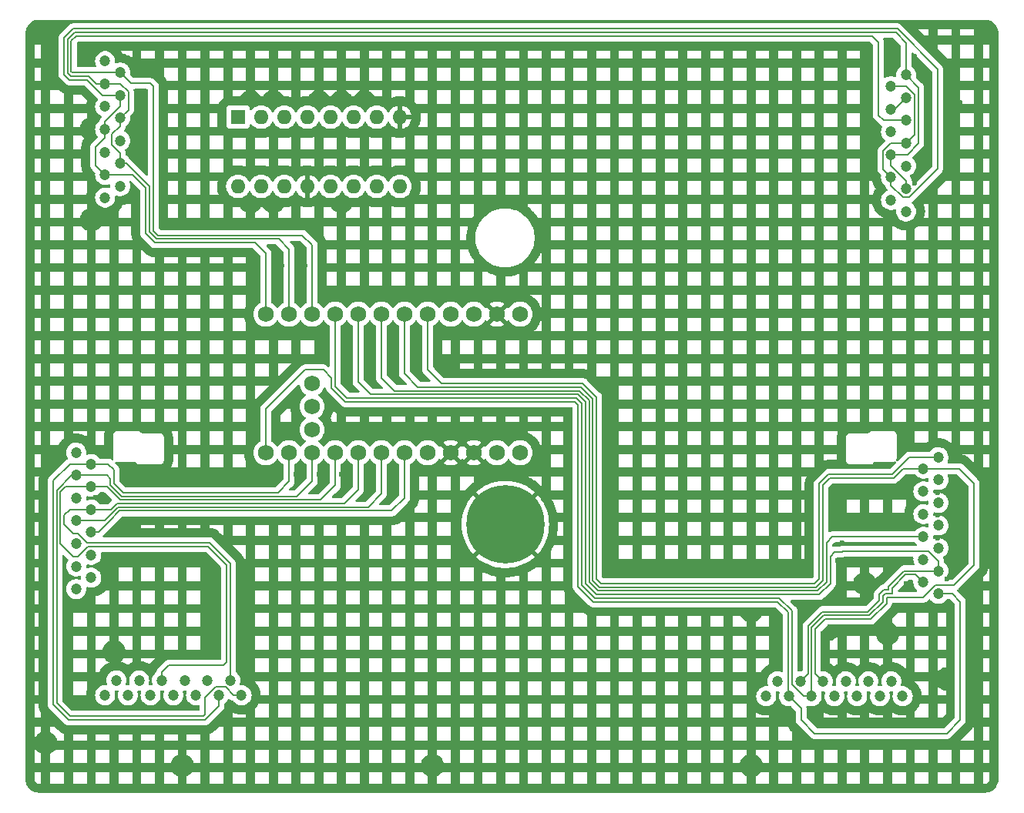
<source format=gbr>
%TF.GenerationSoftware,KiCad,Pcbnew,8.0.7*%
%TF.CreationDate,2025-01-12T16:59:08-05:00*%
%TF.ProjectId,rasgueado,72617367-7565-4616-946f-2e6b69636164,rev?*%
%TF.SameCoordinates,Original*%
%TF.FileFunction,Copper,L1,Top*%
%TF.FilePolarity,Positive*%
%FSLAX46Y46*%
G04 Gerber Fmt 4.6, Leading zero omitted, Abs format (unit mm)*
G04 Created by KiCad (PCBNEW 8.0.7) date 2025-01-12 16:59:08*
%MOMM*%
%LPD*%
G01*
G04 APERTURE LIST*
%TA.AperFunction,ComponentPad*%
%ADD10C,8.600000*%
%TD*%
%TA.AperFunction,ComponentPad*%
%ADD11C,1.200000*%
%TD*%
%TA.AperFunction,ComponentPad*%
%ADD12R,1.600000X1.600000*%
%TD*%
%TA.AperFunction,ComponentPad*%
%ADD13O,1.600000X1.600000*%
%TD*%
%TA.AperFunction,ComponentPad*%
%ADD14C,1.752600*%
%TD*%
%TA.AperFunction,ViaPad*%
%ADD15C,0.600000*%
%TD*%
%TA.AperFunction,Conductor*%
%ADD16C,0.200000*%
%TD*%
G04 APERTURE END LIST*
D10*
%TO.P,H1,1,1*%
%TO.N,GND*%
X148501100Y-118003600D03*
%TD*%
D11*
%TO.P,J3,1,Pin_1*%
%TO.N,unconnected-(J3-Pin_1-Pad1)*%
X104514000Y-136779000D03*
%TO.P,J3,2,Pin_2*%
%TO.N,unconnected-(J3-Pin_2-Pad2)*%
X105764000Y-135129000D03*
%TO.P,J3,3,Pin_3*%
%TO.N,unconnected-(J3-Pin_3-Pad3)*%
X107014000Y-136779000D03*
%TO.P,J3,4,Pin_4*%
%TO.N,unconnected-(J3-Pin_4-Pad4)*%
X108264000Y-135129000D03*
%TO.P,J3,5,Pin_5*%
%TO.N,unconnected-(J3-Pin_5-Pad5)*%
X109514000Y-136779000D03*
%TO.P,J3,6,Pin_6*%
%TO.N,/ROW_3*%
X110764000Y-135129000D03*
%TO.P,J3,7,Pin_7*%
%TO.N,unconnected-(J3-Pin_7-Pad7)*%
X112014000Y-136779000D03*
%TO.P,J3,8,Pin_8*%
%TO.N,unconnected-(J3-Pin_8-Pad8)*%
X113264000Y-135129000D03*
%TO.P,J3,9,Pin_9*%
%TO.N,/COL_5*%
X114514000Y-136779000D03*
%TO.P,J3,10,Pin_10*%
%TO.N,/COL_6*%
X115764000Y-135129000D03*
%TO.P,J3,11,Pin_11*%
%TO.N,/ROW_5*%
X117014000Y-136779000D03*
%TO.P,J3,12,Pin_12*%
%TO.N,/ROW_2*%
X118264000Y-135129000D03*
%TO.P,J3,13,Pin_13*%
%TO.N,/ROW_4*%
X119514000Y-136779000D03*
%TD*%
%TO.P,J5,1,Pin_1*%
%TO.N,/ROW_6*%
X196088000Y-125610000D03*
%TO.P,J5,2,Pin_2*%
%TO.N,/ROW_8*%
X194438000Y-124360000D03*
%TO.P,J5,3,Pin_3*%
%TO.N,/ROW_7*%
X196088000Y-123110000D03*
%TO.P,J5,4,Pin_4*%
%TO.N,/COL_4*%
X194438000Y-121860000D03*
%TO.P,J5,5,Pin_5*%
%TO.N,unconnected-(J5-Pin_5-Pad5)*%
X196088000Y-120610000D03*
%TO.P,J5,6,Pin_6*%
%TO.N,/ROW_11*%
X194438000Y-119360000D03*
%TO.P,J5,7,Pin_7*%
%TO.N,/COL_3*%
X196088000Y-118110000D03*
%TO.P,J5,8,Pin_8*%
%TO.N,/COL_2*%
X194438000Y-116860000D03*
%TO.P,J5,9,Pin_9*%
%TO.N,/COL_1*%
X196088000Y-115610000D03*
%TO.P,J5,10,Pin_10*%
%TO.N,/COL_0*%
X194438000Y-114360000D03*
%TO.P,J5,11,Pin_11*%
%TO.N,unconnected-(J5-Pin_11-Pad11)*%
X196088000Y-113110000D03*
%TO.P,J5,12,Pin_12*%
%TO.N,/ROW_9*%
X194438000Y-111860000D03*
%TO.P,J5,13,Pin_13*%
%TO.N,/ROW_10*%
X196088000Y-110610000D03*
%TD*%
%TO.P,J2,1,Pin_1*%
%TO.N,/COL_0*%
X101346000Y-110102000D03*
%TO.P,J2,2,Pin_2*%
%TO.N,/ROW_5*%
X102996000Y-111352000D03*
%TO.P,J2,3,Pin_3*%
%TO.N,/ROW_4*%
X101346000Y-112602000D03*
%TO.P,J2,4,Pin_4*%
%TO.N,/ROW_3*%
X102996000Y-113852000D03*
%TO.P,J2,5,Pin_5*%
%TO.N,unconnected-(J2-Pin_5-Pad5)*%
X101346000Y-115102000D03*
%TO.P,J2,6,Pin_6*%
%TO.N,/ROW_2*%
X102996000Y-116352000D03*
%TO.P,J2,7,Pin_7*%
%TO.N,/ROW_1*%
X101346000Y-117602000D03*
%TO.P,J2,8,Pin_8*%
%TO.N,/ROW_0*%
X102996000Y-118852000D03*
%TO.P,J2,9,Pin_9*%
%TO.N,/COL_1*%
X101346000Y-120102000D03*
%TO.P,J2,10,Pin_10*%
%TO.N,unconnected-(J2-Pin_10-Pad10)*%
X102996000Y-121352000D03*
%TO.P,J2,11,Pin_11*%
%TO.N,/COL_2*%
X101346000Y-122602000D03*
%TO.P,J2,12,Pin_12*%
%TO.N,/COL_3*%
X102996000Y-123852000D03*
%TO.P,J2,13,Pin_13*%
%TO.N,/COL_4*%
X101346000Y-125102000D03*
%TD*%
%TO.P,J4,1,Pin_1*%
%TO.N,unconnected-(J4-Pin_1-Pad1)*%
X192532000Y-83573000D03*
%TO.P,J4,2,Pin_2*%
%TO.N,unconnected-(J4-Pin_2-Pad2)*%
X190882000Y-82323000D03*
%TO.P,J4,3,Pin_3*%
%TO.N,/ROW_13*%
X192532000Y-81073000D03*
%TO.P,J4,4,Pin_4*%
%TO.N,/ROW_14*%
X190882000Y-79823000D03*
%TO.P,J4,5,Pin_5*%
%TO.N,/COL_4*%
X192532000Y-78573000D03*
%TO.P,J4,6,Pin_6*%
%TO.N,/ROW_13*%
X190882000Y-77323000D03*
%TO.P,J4,7,Pin_7*%
%TO.N,/ROW_14*%
X192532000Y-76073000D03*
%TO.P,J4,8,Pin_8*%
%TO.N,/COL_3*%
X190882000Y-74823000D03*
%TO.P,J4,9,Pin_9*%
%TO.N,/ROW_12*%
X192532000Y-73573000D03*
%TO.P,J4,10,Pin_10*%
%TO.N,/COL_5*%
X190882000Y-72323000D03*
%TO.P,J4,11,Pin_11*%
X192532000Y-71073000D03*
%TO.P,J4,12,Pin_12*%
%TO.N,/ROW_14*%
X190882000Y-69823000D03*
%TO.P,J4,13,Pin_13*%
%TO.N,/ROW_13*%
X192532000Y-68573000D03*
%TD*%
D12*
%TO.P,U2,1,QB*%
%TO.N,/COL_0*%
X119125000Y-73200000D03*
D13*
%TO.P,U2,2,QC*%
%TO.N,/COL_1*%
X121665000Y-73200000D03*
%TO.P,U2,3,QD*%
%TO.N,/COL_2*%
X124205000Y-73200000D03*
%TO.P,U2,4,QE*%
%TO.N,/COL_6*%
X126745000Y-73200000D03*
%TO.P,U2,5,QF*%
%TO.N,/COL_5*%
X129285000Y-73200000D03*
%TO.P,U2,6,QG*%
%TO.N,/COL_4*%
X131825000Y-73200000D03*
%TO.P,U2,7,QH*%
%TO.N,/COL_3*%
X134365000Y-73200000D03*
%TO.P,U2,8,GND*%
%TO.N,GND*%
X136905000Y-73200000D03*
%TO.P,U2,9,QH'*%
%TO.N,unconnected-(U2-QH'-Pad9)*%
X136905000Y-80820000D03*
%TO.P,U2,10,~{SRCLR}*%
%TO.N,/3V3*%
X134365000Y-80820000D03*
%TO.P,U2,11,SRCLK*%
%TO.N,/SCLK*%
X131825000Y-80820000D03*
%TO.P,U2,12,RCLK*%
%TO.N,/LATCH*%
X129285000Y-80820000D03*
%TO.P,U2,13,~{OE}*%
%TO.N,GND*%
X126745000Y-80820000D03*
%TO.P,U2,14,SER*%
%TO.N,/MOSI*%
X124205000Y-80820000D03*
%TO.P,U2,15,QA*%
%TO.N,unconnected-(U2-QA-Pad15)*%
X121665000Y-80820000D03*
%TO.P,U2,16,VCC*%
%TO.N,/3V3*%
X119125000Y-80820000D03*
%TD*%
D11*
%TO.P,J6,1,Pin_1*%
%TO.N,unconnected-(J6-Pin_1-Pad1)*%
X177158000Y-136906000D03*
%TO.P,J6,2,Pin_2*%
%TO.N,unconnected-(J6-Pin_2-Pad2)*%
X178408000Y-135256000D03*
%TO.P,J6,3,Pin_3*%
%TO.N,/ROW_6*%
X179658000Y-136906000D03*
%TO.P,J6,4,Pin_4*%
%TO.N,/ROW_7*%
X180908000Y-135256000D03*
%TO.P,J6,5,Pin_5*%
%TO.N,/ROW_8*%
X182158000Y-136906000D03*
%TO.P,J6,6,Pin_6*%
%TO.N,/ROW_9*%
X183408000Y-135256000D03*
%TO.P,J6,7,Pin_7*%
%TO.N,/COL_6*%
X184658000Y-136906000D03*
%TO.P,J6,8,Pin_8*%
%TO.N,/COL_5*%
X185908000Y-135256000D03*
%TO.P,J6,9,Pin_9*%
%TO.N,unconnected-(J6-Pin_9-Pad9)*%
X187158000Y-136906000D03*
%TO.P,J6,10,Pin_10*%
%TO.N,unconnected-(J6-Pin_10-Pad10)*%
X188408000Y-135256000D03*
%TO.P,J6,11,Pin_11*%
%TO.N,unconnected-(J6-Pin_11-Pad11)*%
X189658000Y-136906000D03*
%TO.P,J6,12,Pin_12*%
%TO.N,unconnected-(J6-Pin_12-Pad12)*%
X190908000Y-135256000D03*
%TO.P,J6,13,Pin_13*%
%TO.N,unconnected-(J6-Pin_13-Pad13)*%
X192158000Y-136906000D03*
%TD*%
D14*
%TO.P,U1,1,1*%
%TO.N,/MOSI*%
X150120000Y-110120000D03*
%TO.P,U1,2,0*%
%TO.N,/LATCH*%
X147580000Y-110120000D03*
%TO.P,U1,3,GND*%
%TO.N,GND*%
X145040000Y-110120000D03*
%TO.P,U1,4,GND*%
X142500000Y-110120000D03*
%TO.P,U1,5,2*%
%TO.N,/SCLK*%
X139960000Y-110120000D03*
%TO.P,U1,6,3*%
%TO.N,/ROW_0*%
X137420000Y-110120000D03*
%TO.P,U1,7,4*%
%TO.N,/ROW_1*%
X134880000Y-110120000D03*
%TO.P,U1,8,5*%
%TO.N,/ROW_2*%
X132340000Y-110120000D03*
%TO.P,U1,9,6*%
%TO.N,/ROW_3*%
X129800000Y-110120000D03*
%TO.P,U1,10,7*%
%TO.N,/ROW_4*%
X127260000Y-110120000D03*
%TO.P,U1,11,8*%
%TO.N,/ROW_5*%
X124720000Y-110120000D03*
%TO.P,U1,12,9*%
%TO.N,/ROW_6*%
X122180000Y-110120000D03*
%TO.P,U1,13,10*%
%TO.N,/ROW_14*%
X122180000Y-94880000D03*
%TO.P,U1,14,16*%
%TO.N,/ROW_13*%
X124720000Y-94880000D03*
%TO.P,U1,15,14*%
%TO.N,/ROW_12*%
X127260000Y-94880000D03*
%TO.P,U1,16,15*%
%TO.N,/ROW_8*%
X129800000Y-94880000D03*
%TO.P,U1,17,18*%
%TO.N,/ROW_7*%
X132340000Y-94880000D03*
%TO.P,U1,18,19*%
%TO.N,/ROW_11*%
X134880000Y-94880000D03*
%TO.P,U1,19,20*%
%TO.N,/ROW_9*%
X137420000Y-94880000D03*
%TO.P,U1,20,21*%
%TO.N,/ROW_10*%
X139960000Y-94880000D03*
%TO.P,U1,21,3.3v*%
%TO.N,/3V3*%
X142500000Y-94880000D03*
%TO.P,U1,22,RST*%
%TO.N,unconnected-(U1-RST-Pad22)*%
X145040000Y-94880000D03*
%TO.P,U1,23,GND*%
%TO.N,GND*%
X147580000Y-94880000D03*
%TO.P,U1,24,B+*%
%TO.N,unconnected-(U1-B+-Pad24)*%
X150120000Y-94880000D03*
%TO.P,U1,25,1*%
%TO.N,unconnected-(U1-1-Pad25)*%
X127260000Y-107580000D03*
%TO.P,U1,26,2*%
%TO.N,unconnected-(U1-2-Pad26)*%
X127260000Y-105040000D03*
%TO.P,U1,27,7*%
%TO.N,unconnected-(U1-7-Pad27)*%
X127260000Y-102500000D03*
%TD*%
D11*
%TO.P,J1,1,Pin_1*%
%TO.N,/COL_0*%
X104521000Y-67049000D03*
%TO.P,J1,2,Pin_2*%
%TO.N,/ROW_12*%
X106171000Y-68299000D03*
%TO.P,J1,3,Pin_3*%
%TO.N,/ROW_13*%
X104521000Y-69549000D03*
%TO.P,J1,4,Pin_4*%
%TO.N,/ROW_14*%
X106171000Y-70799000D03*
%TO.P,J1,5,Pin_5*%
%TO.N,/COL_2*%
X104521000Y-72049000D03*
%TO.P,J1,6,Pin_6*%
%TO.N,/ROW_13*%
X106171000Y-73299000D03*
%TO.P,J1,7,Pin_7*%
%TO.N,/ROW_14*%
X104521000Y-74549000D03*
%TO.P,J1,8,Pin_8*%
%TO.N,/COL_1*%
X106171000Y-75799000D03*
%TO.P,J1,9,Pin_9*%
%TO.N,unconnected-(J1-Pin_9-Pad9)*%
X104521000Y-77049000D03*
%TO.P,J1,10,Pin_10*%
%TO.N,/ROW_13*%
X106171000Y-78299000D03*
%TO.P,J1,11,Pin_11*%
%TO.N,/ROW_14*%
X104521000Y-79549000D03*
%TO.P,J1,12,Pin_12*%
%TO.N,unconnected-(J1-Pin_12-Pad12)*%
X106171000Y-80799000D03*
%TO.P,J1,13,Pin_13*%
%TO.N,unconnected-(J1-Pin_13-Pad13)*%
X104521000Y-82049000D03*
%TD*%
D15*
%TO.N,GND*%
X184000000Y-129500000D03*
X123000000Y-71500000D03*
X130500000Y-82500000D03*
X124000000Y-89500000D03*
X139000000Y-97000000D03*
X196000000Y-119500000D03*
X128000000Y-112500000D03*
X103500000Y-115000000D03*
X175500000Y-144500000D03*
X191000000Y-66500000D03*
X133000000Y-71500000D03*
X193500000Y-66500000D03*
X103000000Y-74500000D03*
X197500000Y-72000000D03*
X125500000Y-112500000D03*
X140500000Y-144500000D03*
X105500000Y-132000000D03*
X175500000Y-127500000D03*
X98000000Y-142000000D03*
X196000000Y-114500000D03*
X197000000Y-124000000D03*
X130500000Y-112500000D03*
X193000000Y-113000000D03*
X120500000Y-71500000D03*
X104500000Y-121500000D03*
X193500000Y-80500000D03*
X197000000Y-122000000D03*
X188000000Y-124500000D03*
X197000000Y-135000000D03*
X133500000Y-112500000D03*
X103000000Y-84500000D03*
X126500000Y-89500000D03*
X128000000Y-71500000D03*
X133500000Y-97000000D03*
X192500000Y-124500000D03*
X130500000Y-71500000D03*
X190500000Y-130000000D03*
X123000000Y-82500000D03*
X196000000Y-117000000D03*
X105000000Y-119000000D03*
X136000000Y-112500000D03*
X199000000Y-121000000D03*
X113000000Y-144500000D03*
X136000000Y-97000000D03*
X108500000Y-74500000D03*
X125500000Y-108500000D03*
X120500000Y-82500000D03*
X131000000Y-97000000D03*
X185500000Y-120000000D03*
X185000000Y-122000000D03*
X194500000Y-77500000D03*
%TD*%
D16*
%TO.N,/ROW_13*%
X192532000Y-65032000D02*
X192532000Y-68573000D01*
X191400000Y-63900000D02*
X192532000Y-65032000D01*
X108000000Y-79434315D02*
X109400000Y-80834314D01*
X103549000Y-69549000D02*
X102699000Y-68699000D01*
X102699000Y-68699000D02*
X100764686Y-68699000D01*
X105271000Y-76271000D02*
X106171000Y-77171000D01*
X123600000Y-86600000D02*
X124720000Y-87720000D01*
X109400000Y-85834314D02*
X110165686Y-86600000D01*
X106171000Y-77171000D02*
X106171000Y-78299000D01*
X190882000Y-77323000D02*
X190882000Y-78550207D01*
X190882000Y-78550207D02*
X192532000Y-80200207D01*
X100764686Y-68699000D02*
X100400000Y-68334314D01*
X107714686Y-79149000D02*
X108000000Y-79434315D01*
X192532000Y-80200207D02*
X192532000Y-81073000D01*
X107714685Y-79149000D02*
X107714686Y-79149000D01*
X104521000Y-69549000D02*
X106193793Y-69549000D01*
X192532000Y-68573000D02*
X193900000Y-69941000D01*
X100400000Y-68334314D02*
X100400000Y-64665686D01*
X106171000Y-74171793D02*
X105271000Y-75071793D01*
X124720000Y-87720000D02*
X124720000Y-94880000D01*
X109400000Y-80834314D02*
X109400000Y-85834314D01*
X106864685Y-78299000D02*
X107714685Y-79149000D01*
X106171000Y-78299000D02*
X106864685Y-78299000D01*
X101165686Y-63900000D02*
X191400000Y-63900000D01*
X193900000Y-76100000D02*
X192677000Y-77323000D01*
X193900000Y-69941000D02*
X193900000Y-76100000D01*
X100400000Y-64665686D02*
X101165686Y-63900000D01*
X107071000Y-72399000D02*
X106171000Y-73299000D01*
X107071000Y-70426207D02*
X107071000Y-72399000D01*
X192677000Y-77323000D02*
X190882000Y-77323000D01*
X106193793Y-69549000D02*
X107071000Y-70426207D01*
X106193793Y-69549000D02*
X103549000Y-69549000D01*
X105271000Y-75071793D02*
X105271000Y-76271000D01*
X110165686Y-86600000D02*
X123600000Y-86600000D01*
X106171000Y-73299000D02*
X106171000Y-74171793D01*
%TO.N,/ROW_14*%
X107549000Y-79549000D02*
X109000000Y-81000000D01*
X103500000Y-76500000D02*
X103500000Y-78528000D01*
X104521000Y-73676207D02*
X104521000Y-74549000D01*
X191565686Y-63500000D02*
X196000000Y-67934314D01*
X100000000Y-64500000D02*
X101000000Y-63500000D01*
X104521000Y-79549000D02*
X107549000Y-79549000D01*
X101000000Y-63500000D02*
X191565686Y-63500000D01*
X189982000Y-76950207D02*
X189982000Y-78923000D01*
X100599000Y-69099000D02*
X100000000Y-68500000D01*
X109000000Y-86000000D02*
X110000000Y-87000000D01*
X106171000Y-72026207D02*
X104521000Y-73676207D01*
X109000000Y-81000000D02*
X109000000Y-86000000D01*
X190859207Y-76073000D02*
X189982000Y-76950207D01*
X192159207Y-81973000D02*
X190882000Y-80695793D01*
X106171000Y-70799000D02*
X104233314Y-70799000D01*
X106171000Y-70799000D02*
X106171000Y-72026207D01*
X192904793Y-81973000D02*
X192159207Y-81973000D01*
X196000000Y-67934314D02*
X196000000Y-78877793D01*
X110000000Y-87000000D02*
X121000000Y-87000000D01*
X196000000Y-78877793D02*
X192904793Y-81973000D01*
X193500000Y-75105000D02*
X192532000Y-76073000D01*
X122180000Y-88180000D02*
X122180000Y-94880000D01*
X190882000Y-80695793D02*
X190882000Y-79823000D01*
X193500000Y-70768207D02*
X193500000Y-75105000D01*
X103500000Y-78528000D02*
X104521000Y-79549000D01*
X102533314Y-69099000D02*
X100599000Y-69099000D01*
X192554793Y-69823000D02*
X193500000Y-70768207D01*
X104521000Y-75479000D02*
X103500000Y-76500000D01*
X190882000Y-69823000D02*
X192554793Y-69823000D01*
X100000000Y-68500000D02*
X100000000Y-64500000D01*
X104233314Y-70799000D02*
X102533314Y-69099000D01*
X192532000Y-76073000D02*
X190859207Y-76073000D01*
X189982000Y-78923000D02*
X190882000Y-79823000D01*
X121000000Y-87000000D02*
X122180000Y-88180000D01*
X104521000Y-74549000D02*
X104521000Y-75479000D01*
%TO.N,/ROW_12*%
X189500000Y-73000000D02*
X190073000Y-73573000D01*
X110331372Y-86200000D02*
X126200000Y-86200000D01*
X106171000Y-68299000D02*
X107372000Y-69500000D01*
X188800000Y-64300000D02*
X189500000Y-65000000D01*
X109815686Y-85684314D02*
X110331372Y-86200000D01*
X106171000Y-68299000D02*
X100930372Y-68299000D01*
X126200000Y-86200000D02*
X127260000Y-87260000D01*
X109815686Y-69815686D02*
X109815686Y-85684314D01*
X107372000Y-69500000D02*
X109500000Y-69500000D01*
X127260000Y-87260000D02*
X127260000Y-94880000D01*
X100800000Y-64831372D02*
X101331372Y-64300000D01*
X109500000Y-69500000D02*
X109815686Y-69815686D01*
X189500000Y-65000000D02*
X189500000Y-73000000D01*
X100800000Y-68168628D02*
X100800000Y-64831372D01*
X101331372Y-64300000D02*
X188800000Y-64300000D01*
X100930372Y-68299000D02*
X100800000Y-68168628D01*
X190073000Y-73573000D02*
X192532000Y-73573000D01*
%TO.N,/ROW_5*%
X123500000Y-114500000D02*
X106500000Y-114500000D01*
X124720000Y-110120000D02*
X124720000Y-113280000D01*
X102996000Y-111352000D02*
X100648000Y-111352000D01*
X124720000Y-113280000D02*
X123500000Y-114500000D01*
X100648000Y-111352000D02*
X98800000Y-113200000D01*
X98800000Y-137800000D02*
X100500000Y-139500000D01*
X105500000Y-112000000D02*
X104852000Y-111352000D01*
X117014000Y-137986000D02*
X117014000Y-136779000D01*
X98800000Y-113200000D02*
X98800000Y-137800000D01*
X106500000Y-114500000D02*
X105500000Y-113500000D01*
X100500000Y-139500000D02*
X115500000Y-139500000D01*
X104852000Y-111352000D02*
X102996000Y-111352000D01*
X105500000Y-113500000D02*
X105500000Y-112000000D01*
X115500000Y-139500000D02*
X117014000Y-137986000D01*
%TO.N,/ROW_3*%
X102996000Y-113852000D02*
X100148000Y-113852000D01*
X102616793Y-120400000D02*
X115834314Y-120400000D01*
X117864000Y-122429686D02*
X117864000Y-133136000D01*
X106168628Y-115300000D02*
X128200000Y-115300000D01*
X100148000Y-113852000D02*
X99600000Y-114400000D01*
X111500000Y-133500000D02*
X110764000Y-134236000D01*
X128200000Y-115300000D02*
X129800000Y-113700000D01*
X101000000Y-121500000D02*
X101516793Y-121500000D01*
X110764000Y-134236000D02*
X110764000Y-135129000D01*
X99600000Y-120100000D02*
X101000000Y-121500000D01*
X115834314Y-120400000D02*
X117864000Y-122429686D01*
X102996000Y-113852000D02*
X104720628Y-113852000D01*
X129800000Y-113700000D02*
X129800000Y-110120000D01*
X101516793Y-121500000D02*
X102616793Y-120400000D01*
X117864000Y-133136000D02*
X117500000Y-133500000D01*
X117500000Y-133500000D02*
X111500000Y-133500000D01*
X104720628Y-113852000D02*
X106168628Y-115300000D01*
X99600000Y-114400000D02*
X99600000Y-120100000D01*
%TO.N,/ROW_4*%
X117741207Y-135879000D02*
X118641207Y-136779000D01*
X125600000Y-114900000D02*
X127260000Y-113240000D01*
X105100000Y-113000000D02*
X105100000Y-113665686D01*
X105100000Y-113665686D02*
X106334314Y-114900000D01*
X127260000Y-113240000D02*
X127260000Y-110120000D01*
X100832314Y-112602000D02*
X99200000Y-114234314D01*
X101346000Y-112602000D02*
X104702000Y-112602000D01*
X115500000Y-138934314D02*
X115500000Y-137020207D01*
X100665686Y-139100000D02*
X115334314Y-139100000D01*
X106334314Y-114900000D02*
X125600000Y-114900000D01*
X99200000Y-137634314D02*
X100665686Y-139100000D01*
X104702000Y-112602000D02*
X105100000Y-113000000D01*
X118641207Y-136779000D02*
X119514000Y-136779000D01*
X115334314Y-139100000D02*
X115500000Y-138934314D01*
X99200000Y-114234314D02*
X99200000Y-137634314D01*
X115500000Y-137020207D02*
X116641207Y-135879000D01*
X101346000Y-112602000D02*
X100832314Y-112602000D01*
X116641207Y-135879000D02*
X117741207Y-135879000D01*
%TO.N,/ROW_1*%
X133400000Y-116100000D02*
X134880000Y-114620000D01*
X101346000Y-117602000D02*
X104463685Y-117602000D01*
X134880000Y-114620000D02*
X134880000Y-110120000D01*
X104463685Y-117602000D02*
X105965685Y-116100000D01*
X105965685Y-116100000D02*
X133400000Y-116100000D01*
%TO.N,/ROW_0*%
X104629371Y-118002000D02*
X105000000Y-117631370D01*
X137420000Y-115080000D02*
X137420000Y-110120000D01*
X103779370Y-118852000D02*
X104629370Y-118002000D01*
X105000000Y-117631370D02*
X106131370Y-116500000D01*
X106131370Y-116500000D02*
X136000000Y-116500000D01*
X136000000Y-116500000D02*
X137420000Y-115080000D01*
X102996000Y-118852000D02*
X103779370Y-118852000D01*
X104629370Y-118002000D02*
X104629371Y-118002000D01*
%TO.N,/ROW_2*%
X100000000Y-117000000D02*
X100000000Y-118000000D01*
X101516793Y-119000000D02*
X102516793Y-120000000D01*
X100000000Y-118000000D02*
X101000000Y-119000000D01*
X116000000Y-120000000D02*
X118264000Y-122264000D01*
X102996000Y-116352000D02*
X100648000Y-116352000D01*
X130800000Y-115700000D02*
X132340000Y-114160000D01*
X118264000Y-122264000D02*
X118264000Y-135129000D01*
X102516793Y-120000000D02*
X116000000Y-120000000D01*
X105148000Y-116352000D02*
X105800000Y-115700000D01*
X105800000Y-115700000D02*
X130800000Y-115700000D01*
X102996000Y-116352000D02*
X105148000Y-116352000D01*
X101000000Y-119000000D02*
X101516793Y-119000000D01*
X100648000Y-116352000D02*
X100000000Y-117000000D01*
X132340000Y-114160000D02*
X132340000Y-110120000D01*
%TO.N,/COL_5*%
X192532000Y-71073000D02*
X191282000Y-72323000D01*
X191282000Y-72323000D02*
X190882000Y-72323000D01*
%TO.N,/ROW_6*%
X198500000Y-139500000D02*
X198500000Y-126500000D01*
X198500000Y-126500000D02*
X197610000Y-125610000D01*
X128500000Y-101000000D02*
X129400000Y-101900000D01*
X179600000Y-127665686D02*
X179600000Y-136848000D01*
X130934314Y-104500000D02*
X156171570Y-104500000D01*
X197610000Y-125610000D02*
X196088000Y-125610000D01*
X156171570Y-104500000D02*
X156500000Y-104828430D01*
X156500000Y-124828430D02*
X158171570Y-126500000D01*
X179600000Y-136848000D02*
X179658000Y-136906000D01*
X129400000Y-101900000D02*
X129400000Y-102965686D01*
X129400000Y-102965686D02*
X130934314Y-104500000D01*
X122180000Y-105320000D02*
X126500000Y-101000000D01*
X197000000Y-141000000D02*
X198500000Y-139500000D01*
X126500000Y-101000000D02*
X128500000Y-101000000D01*
X181000000Y-139500000D02*
X182500000Y-141000000D01*
X182500000Y-141000000D02*
X197000000Y-141000000D01*
X179658000Y-136906000D02*
X181000000Y-138248000D01*
X158171570Y-126500000D02*
X178434314Y-126500000D01*
X156500000Y-104828430D02*
X156500000Y-124828430D01*
X122180000Y-110120000D02*
X122180000Y-105320000D01*
X178434314Y-126500000D02*
X179600000Y-127665686D01*
X181000000Y-138248000D02*
X181000000Y-139500000D01*
%TO.N,/ROW_9*%
X183400000Y-124165686D02*
X182665686Y-124900000D01*
X192205686Y-111860000D02*
X191165686Y-112900000D01*
X198360000Y-111860000D02*
X194438000Y-111860000D01*
X182665686Y-124900000D02*
X158834314Y-124900000D01*
X137420000Y-101420000D02*
X137420000Y-94880000D01*
X183408000Y-135256000D02*
X182558000Y-134406000D01*
X191165686Y-112900000D02*
X184165686Y-112900000D01*
X184165686Y-112900000D02*
X183400000Y-113665686D01*
X158100000Y-104165686D02*
X156834314Y-102900000D01*
X183400000Y-113665686D02*
X183400000Y-124165686D01*
X156834314Y-102900000D02*
X138900000Y-102900000D01*
X194438000Y-111860000D02*
X192205686Y-111860000D01*
X190400000Y-126665686D02*
X190400000Y-126000000D01*
X194425207Y-126000000D02*
X195715207Y-124710000D01*
X200000000Y-122500000D02*
X200000000Y-113500000D01*
X197790000Y-124710000D02*
X200000000Y-122500000D01*
X158100000Y-124165686D02*
X158100000Y-104165686D01*
X138900000Y-102900000D02*
X137420000Y-101420000D01*
X195715207Y-124710000D02*
X197790000Y-124710000D01*
X158834314Y-124900000D02*
X158100000Y-124165686D01*
X182558000Y-134406000D02*
X182558000Y-129507686D01*
X183665686Y-128400000D02*
X188665686Y-128400000D01*
X188665686Y-128400000D02*
X190400000Y-126665686D01*
X200000000Y-113500000D02*
X198360000Y-111860000D01*
X190400000Y-126000000D02*
X194425207Y-126000000D01*
X182558000Y-129507686D02*
X183665686Y-128400000D01*
%TO.N,/ROW_8*%
X190000000Y-125834315D02*
X190234315Y-125600000D01*
X183500000Y-128000000D02*
X188500000Y-128000000D01*
X190234315Y-125600000D02*
X191000000Y-125600000D01*
X180000000Y-135620793D02*
X180000000Y-127500000D01*
X156900000Y-104662744D02*
X156337256Y-104100000D01*
X190000000Y-126500000D02*
X190000000Y-125834315D01*
X191000000Y-125600000D02*
X191000000Y-125000000D01*
X188500000Y-128000000D02*
X190000000Y-126500000D01*
X158337256Y-126100000D02*
X156900000Y-124662744D01*
X192490000Y-123510000D02*
X193588000Y-123510000D01*
X156337256Y-104100000D02*
X131100000Y-104100000D01*
X156900000Y-124662744D02*
X156900000Y-104662744D01*
X182158000Y-136906000D02*
X182158000Y-129342000D01*
X182158000Y-129342000D02*
X183500000Y-128000000D01*
X191000000Y-125000000D02*
X192490000Y-123510000D01*
X131100000Y-104100000D02*
X129800000Y-102800000D01*
X178600000Y-126100000D02*
X158337256Y-126100000D01*
X129800000Y-102800000D02*
X129800000Y-94880000D01*
X193588000Y-123510000D02*
X194438000Y-124360000D01*
X180000000Y-127500000D02*
X178600000Y-126100000D01*
X181285207Y-136906000D02*
X180000000Y-135620793D01*
X182158000Y-136906000D02*
X181285207Y-136906000D01*
%TO.N,/ROW_11*%
X184440000Y-119360000D02*
X183800000Y-120000000D01*
X183800000Y-124331372D02*
X182831372Y-125300000D01*
X183800000Y-120000000D02*
X183800000Y-124331372D01*
X182831372Y-125300000D02*
X158668628Y-125300000D01*
X136300000Y-103300000D02*
X134880000Y-101880000D01*
X134880000Y-101880000D02*
X134880000Y-94880000D01*
X157700000Y-104331372D02*
X156668628Y-103300000D01*
X156668628Y-103300000D02*
X136300000Y-103300000D01*
X158668628Y-125300000D02*
X157700000Y-124331372D01*
X157700000Y-124331372D02*
X157700000Y-104331372D01*
X194438000Y-119360000D02*
X184440000Y-119360000D01*
%TO.N,/ROW_10*%
X139960000Y-100960000D02*
X139960000Y-94880000D01*
X196088000Y-110610000D02*
X192890000Y-110610000D01*
X158500000Y-104000000D02*
X157000000Y-102500000D01*
X159000000Y-124500000D02*
X158500000Y-124000000D01*
X141500000Y-102500000D02*
X139960000Y-100960000D01*
X182500000Y-124500000D02*
X159000000Y-124500000D01*
X183000000Y-113500000D02*
X183000000Y-124000000D01*
X183000000Y-124000000D02*
X182500000Y-124500000D01*
X191000000Y-112500000D02*
X184000000Y-112500000D01*
X157000000Y-102500000D02*
X141500000Y-102500000D01*
X184000000Y-112500000D02*
X183000000Y-113500000D01*
X158500000Y-124000000D02*
X158500000Y-104000000D01*
X192890000Y-110610000D02*
X191000000Y-112500000D01*
%TO.N,/ROW_7*%
X190068629Y-125200000D02*
X190600000Y-125200000D01*
X189600000Y-126334314D02*
X189600000Y-125668629D01*
X185540000Y-120960000D02*
X185500000Y-121000000D01*
X188334314Y-127600000D02*
X189600000Y-126334314D01*
X157300000Y-124497058D02*
X157300000Y-104497058D01*
X190600000Y-125200000D02*
X190600000Y-124834314D01*
X196088000Y-123110000D02*
X196088000Y-122088000D01*
X196088000Y-122088000D02*
X194960000Y-120960000D01*
X183334314Y-127600000D02*
X188334314Y-127600000D01*
X182997058Y-125700000D02*
X158502942Y-125700000D01*
X192324314Y-123110000D02*
X196088000Y-123110000D01*
X180908000Y-135256000D02*
X181758000Y-134406000D01*
X190600000Y-124834314D02*
X192324314Y-123110000D01*
X133700000Y-103700000D02*
X132340000Y-102340000D01*
X194960000Y-120960000D02*
X185540000Y-120960000D01*
X157300000Y-104497058D02*
X156502942Y-103700000D01*
X184200000Y-124497058D02*
X182997058Y-125700000D01*
X181758000Y-129176314D02*
X183334314Y-127600000D01*
X181758000Y-134406000D02*
X181758000Y-129176314D01*
X132340000Y-102340000D02*
X132340000Y-94880000D01*
X156502942Y-103700000D02*
X133700000Y-103700000D01*
X185500000Y-121000000D02*
X184700000Y-121000000D01*
X184700000Y-121000000D02*
X184200000Y-121500000D01*
X158502942Y-125700000D02*
X157300000Y-124497058D01*
X184200000Y-121500000D02*
X184200000Y-124497058D01*
X189600000Y-125668629D02*
X190068629Y-125200000D01*
%TO.N,/LATCH*%
X129320000Y-80820000D02*
X129500000Y-81000000D01*
X129285000Y-80820000D02*
X129320000Y-80820000D01*
%TD*%
%TA.AperFunction,Conductor*%
%TO.N,GND*%
G36*
X197376942Y-126230185D02*
G01*
X197397584Y-126246819D01*
X197863181Y-126712416D01*
X197896666Y-126773739D01*
X197899500Y-126800097D01*
X197899500Y-139199903D01*
X197879815Y-139266942D01*
X197863181Y-139287584D01*
X196787584Y-140363181D01*
X196726261Y-140396666D01*
X196699903Y-140399500D01*
X182800097Y-140399500D01*
X182733058Y-140379815D01*
X182712416Y-140363181D01*
X181636819Y-139287584D01*
X181618535Y-139254100D01*
X183498500Y-139254100D01*
X185000500Y-139254100D01*
X185998500Y-139254100D01*
X187500500Y-139254100D01*
X188498500Y-139254100D01*
X190000500Y-139254100D01*
X190998500Y-139254100D01*
X192500500Y-139254100D01*
X192500500Y-138976825D01*
X192420692Y-138991745D01*
X192415035Y-138992667D01*
X192380713Y-138997454D01*
X192375026Y-138998114D01*
X192329101Y-139002370D01*
X192323387Y-139002767D01*
X192288766Y-139004368D01*
X192283038Y-139004500D01*
X192032962Y-139004500D01*
X192027234Y-139004368D01*
X191992613Y-139002767D01*
X191986899Y-139002370D01*
X191940974Y-138998114D01*
X191935287Y-138997454D01*
X191900965Y-138992667D01*
X191895309Y-138991745D01*
X191649505Y-138945796D01*
X191643904Y-138944614D01*
X191610191Y-138936686D01*
X191604650Y-138935247D01*
X191560289Y-138922628D01*
X191554813Y-138920933D01*
X191521931Y-138909913D01*
X191516540Y-138907967D01*
X191283339Y-138817625D01*
X191278047Y-138815432D01*
X191246340Y-138801432D01*
X191241152Y-138798997D01*
X191199866Y-138778438D01*
X191194799Y-138775767D01*
X191164527Y-138758905D01*
X191159591Y-138756004D01*
X190998500Y-138656261D01*
X190998500Y-139254100D01*
X190000500Y-139254100D01*
X190000500Y-138976825D01*
X189920692Y-138991745D01*
X189915035Y-138992667D01*
X189880713Y-138997454D01*
X189875026Y-138998114D01*
X189829101Y-139002370D01*
X189823387Y-139002767D01*
X189788766Y-139004368D01*
X189783038Y-139004500D01*
X189532962Y-139004500D01*
X189527234Y-139004368D01*
X189492613Y-139002767D01*
X189486899Y-139002370D01*
X189440974Y-138998114D01*
X189435287Y-138997454D01*
X189400965Y-138992667D01*
X189395309Y-138991745D01*
X189149505Y-138945796D01*
X189143904Y-138944614D01*
X189110191Y-138936686D01*
X189104650Y-138935247D01*
X189060289Y-138922628D01*
X189054813Y-138920933D01*
X189021931Y-138909913D01*
X189016540Y-138907967D01*
X188783339Y-138817625D01*
X188778047Y-138815432D01*
X188746340Y-138801432D01*
X188741152Y-138798997D01*
X188699866Y-138778438D01*
X188694799Y-138775767D01*
X188664527Y-138758905D01*
X188659591Y-138756004D01*
X188498500Y-138656261D01*
X188498500Y-139254100D01*
X187500500Y-139254100D01*
X187500500Y-138976825D01*
X187420692Y-138991745D01*
X187415035Y-138992667D01*
X187380713Y-138997454D01*
X187375026Y-138998114D01*
X187329101Y-139002370D01*
X187323387Y-139002767D01*
X187288766Y-139004368D01*
X187283038Y-139004500D01*
X187032962Y-139004500D01*
X187027234Y-139004368D01*
X186992613Y-139002767D01*
X186986899Y-139002370D01*
X186940974Y-138998114D01*
X186935287Y-138997454D01*
X186900965Y-138992667D01*
X186895309Y-138991745D01*
X186649505Y-138945796D01*
X186643904Y-138944614D01*
X186610191Y-138936686D01*
X186604650Y-138935247D01*
X186560289Y-138922628D01*
X186554813Y-138920933D01*
X186521931Y-138909913D01*
X186516540Y-138907967D01*
X186283339Y-138817625D01*
X186278047Y-138815432D01*
X186246340Y-138801432D01*
X186241152Y-138798997D01*
X186199866Y-138778438D01*
X186194799Y-138775767D01*
X186164527Y-138758905D01*
X186159591Y-138756004D01*
X185998500Y-138656261D01*
X185998500Y-139254100D01*
X185000500Y-139254100D01*
X185000500Y-138976825D01*
X184920692Y-138991745D01*
X184915035Y-138992667D01*
X184880713Y-138997454D01*
X184875026Y-138998114D01*
X184829101Y-139002370D01*
X184823387Y-139002767D01*
X184788766Y-139004368D01*
X184783038Y-139004500D01*
X184532962Y-139004500D01*
X184527234Y-139004368D01*
X184492613Y-139002767D01*
X184486899Y-139002370D01*
X184440974Y-138998114D01*
X184435287Y-138997454D01*
X184400965Y-138992667D01*
X184395309Y-138991745D01*
X184149505Y-138945796D01*
X184143904Y-138944614D01*
X184110191Y-138936686D01*
X184104650Y-138935247D01*
X184060289Y-138922628D01*
X184054813Y-138920933D01*
X184021931Y-138909913D01*
X184016540Y-138907967D01*
X183783339Y-138817625D01*
X183778047Y-138815432D01*
X183746340Y-138801432D01*
X183741152Y-138798997D01*
X183699866Y-138778438D01*
X183694799Y-138775767D01*
X183664527Y-138758905D01*
X183659591Y-138756004D01*
X183498500Y-138656261D01*
X183498500Y-139254100D01*
X181618535Y-139254100D01*
X181603334Y-139226261D01*
X181600500Y-139199903D01*
X181600500Y-138523587D01*
X193498500Y-138523587D01*
X193498500Y-139254100D01*
X195000500Y-139254100D01*
X195998500Y-139254100D01*
X196485281Y-139254100D01*
X196901500Y-138837881D01*
X196901500Y-137752100D01*
X195998500Y-137752100D01*
X195998500Y-139254100D01*
X195000500Y-139254100D01*
X195000500Y-137752100D01*
X194080958Y-137752100D01*
X193980769Y-137953307D01*
X193978099Y-137958372D01*
X193961240Y-137988641D01*
X193958337Y-137993581D01*
X193934057Y-138032795D01*
X193930931Y-138037593D01*
X193911341Y-138066192D01*
X193907994Y-138070844D01*
X193757288Y-138270411D01*
X193753732Y-138274900D01*
X193731595Y-138301559D01*
X193727835Y-138305880D01*
X193696764Y-138339964D01*
X193692807Y-138344108D01*
X193668298Y-138368617D01*
X193664155Y-138372573D01*
X193498500Y-138523587D01*
X181600500Y-138523587D01*
X181600500Y-138337060D01*
X181600501Y-138337047D01*
X181600501Y-138168944D01*
X181600440Y-138168716D01*
X181574414Y-138071587D01*
X181576077Y-138001739D01*
X181615239Y-137943877D01*
X181679467Y-137916372D01*
X181738981Y-137923867D01*
X181855544Y-137969024D01*
X182056024Y-138006500D01*
X182056026Y-138006500D01*
X182259974Y-138006500D01*
X182259976Y-138006500D01*
X182460456Y-137969024D01*
X182650637Y-137895348D01*
X182824041Y-137787981D01*
X182958728Y-137665198D01*
X182974762Y-137650581D01*
X182974764Y-137650579D01*
X183097673Y-137487821D01*
X183188582Y-137305250D01*
X183244397Y-137109083D01*
X183263215Y-136906000D01*
X183244397Y-136702917D01*
X183190768Y-136514432D01*
X183191354Y-136444568D01*
X183229621Y-136386109D01*
X183293418Y-136357618D01*
X183310034Y-136356500D01*
X183505966Y-136356500D01*
X183573005Y-136376185D01*
X183618760Y-136428989D01*
X183628704Y-136498147D01*
X183625233Y-136514426D01*
X183607738Y-136575917D01*
X183571602Y-136702917D01*
X183552785Y-136905999D01*
X183552785Y-136906000D01*
X183571602Y-137109082D01*
X183627417Y-137305247D01*
X183627422Y-137305260D01*
X183718327Y-137487821D01*
X183841237Y-137650581D01*
X183991958Y-137787980D01*
X183991960Y-137787982D01*
X184027282Y-137809852D01*
X184165363Y-137895348D01*
X184355544Y-137969024D01*
X184556024Y-138006500D01*
X184556026Y-138006500D01*
X184759974Y-138006500D01*
X184759976Y-138006500D01*
X184960456Y-137969024D01*
X185150637Y-137895348D01*
X185324041Y-137787981D01*
X185458728Y-137665198D01*
X185474762Y-137650581D01*
X185474764Y-137650579D01*
X185597673Y-137487821D01*
X185688582Y-137305250D01*
X185744397Y-137109083D01*
X185763215Y-136906000D01*
X185744397Y-136702917D01*
X185690768Y-136514432D01*
X185691354Y-136444568D01*
X185729621Y-136386109D01*
X185793418Y-136357618D01*
X185810034Y-136356500D01*
X186005966Y-136356500D01*
X186073005Y-136376185D01*
X186118760Y-136428989D01*
X186128704Y-136498147D01*
X186125233Y-136514426D01*
X186107738Y-136575917D01*
X186071602Y-136702917D01*
X186052785Y-136905999D01*
X186052785Y-136906000D01*
X186071602Y-137109082D01*
X186127417Y-137305247D01*
X186127422Y-137305260D01*
X186218327Y-137487821D01*
X186341237Y-137650581D01*
X186491958Y-137787980D01*
X186491960Y-137787982D01*
X186527282Y-137809852D01*
X186665363Y-137895348D01*
X186855544Y-137969024D01*
X187056024Y-138006500D01*
X187056026Y-138006500D01*
X187259974Y-138006500D01*
X187259976Y-138006500D01*
X187460456Y-137969024D01*
X187650637Y-137895348D01*
X187824041Y-137787981D01*
X187958728Y-137665198D01*
X187974762Y-137650581D01*
X187974764Y-137650579D01*
X188097673Y-137487821D01*
X188188582Y-137305250D01*
X188244397Y-137109083D01*
X188263215Y-136906000D01*
X188244397Y-136702917D01*
X188190768Y-136514432D01*
X188191354Y-136444568D01*
X188229621Y-136386109D01*
X188293418Y-136357618D01*
X188310034Y-136356500D01*
X188505966Y-136356500D01*
X188573005Y-136376185D01*
X188618760Y-136428989D01*
X188628704Y-136498147D01*
X188625233Y-136514426D01*
X188607738Y-136575917D01*
X188571602Y-136702917D01*
X188552785Y-136905999D01*
X188552785Y-136906000D01*
X188571602Y-137109082D01*
X188627417Y-137305247D01*
X188627422Y-137305260D01*
X188718327Y-137487821D01*
X188841237Y-137650581D01*
X188991958Y-137787980D01*
X188991960Y-137787982D01*
X189027282Y-137809852D01*
X189165363Y-137895348D01*
X189355544Y-137969024D01*
X189556024Y-138006500D01*
X189556026Y-138006500D01*
X189759974Y-138006500D01*
X189759976Y-138006500D01*
X189960456Y-137969024D01*
X190150637Y-137895348D01*
X190324041Y-137787981D01*
X190458728Y-137665198D01*
X190474762Y-137650581D01*
X190474764Y-137650579D01*
X190597673Y-137487821D01*
X190688582Y-137305250D01*
X190744397Y-137109083D01*
X190763215Y-136906000D01*
X190744397Y-136702917D01*
X190690768Y-136514432D01*
X190691354Y-136444568D01*
X190729621Y-136386109D01*
X190793418Y-136357618D01*
X190810034Y-136356500D01*
X191005966Y-136356500D01*
X191073005Y-136376185D01*
X191118760Y-136428989D01*
X191128704Y-136498147D01*
X191125233Y-136514426D01*
X191107738Y-136575917D01*
X191071602Y-136702917D01*
X191052785Y-136905999D01*
X191052785Y-136906000D01*
X191071602Y-137109082D01*
X191127417Y-137305247D01*
X191127422Y-137305260D01*
X191218327Y-137487821D01*
X191341237Y-137650581D01*
X191491958Y-137787980D01*
X191491960Y-137787982D01*
X191527282Y-137809852D01*
X191665363Y-137895348D01*
X191855544Y-137969024D01*
X192056024Y-138006500D01*
X192056026Y-138006500D01*
X192259974Y-138006500D01*
X192259976Y-138006500D01*
X192460456Y-137969024D01*
X192650637Y-137895348D01*
X192824041Y-137787981D01*
X192958728Y-137665198D01*
X192974762Y-137650581D01*
X192974764Y-137650579D01*
X193097673Y-137487821D01*
X193188582Y-137305250D01*
X193244397Y-137109083D01*
X193263215Y-136906000D01*
X193244397Y-136702917D01*
X193188582Y-136506750D01*
X193184298Y-136498147D01*
X193142989Y-136415187D01*
X193097673Y-136324179D01*
X193011910Y-136210610D01*
X192974762Y-136161418D01*
X192824041Y-136024019D01*
X192824039Y-136024017D01*
X192650642Y-135916655D01*
X192650635Y-135916651D01*
X192555546Y-135879814D01*
X192460456Y-135842976D01*
X192259976Y-135805500D01*
X192060034Y-135805500D01*
X191992995Y-135785815D01*
X191947240Y-135733011D01*
X191937296Y-135663853D01*
X191940766Y-135647573D01*
X191994397Y-135459083D01*
X192010212Y-135288412D01*
X193498500Y-135288412D01*
X193664155Y-135439427D01*
X193668298Y-135443383D01*
X193692807Y-135467892D01*
X193696764Y-135472036D01*
X193727835Y-135506120D01*
X193731595Y-135510441D01*
X193753732Y-135537100D01*
X193757288Y-135541589D01*
X193907994Y-135741156D01*
X193911341Y-135745808D01*
X193930931Y-135774407D01*
X193934057Y-135779205D01*
X193958337Y-135818419D01*
X193961240Y-135823359D01*
X193978099Y-135853628D01*
X193980769Y-135858693D01*
X194092242Y-136082561D01*
X194094679Y-136087753D01*
X194108689Y-136119487D01*
X194110883Y-136124784D01*
X194127540Y-136167793D01*
X194129482Y-136173174D01*
X194140483Y-136206000D01*
X194142176Y-136211467D01*
X194210608Y-136451975D01*
X194212048Y-136457519D01*
X194219981Y-136491247D01*
X194221163Y-136496850D01*
X194229639Y-136542187D01*
X194230562Y-136547841D01*
X194235352Y-136582174D01*
X194236012Y-136587867D01*
X194251415Y-136754100D01*
X195000500Y-136754100D01*
X195998500Y-136754100D01*
X196901500Y-136754100D01*
X196901500Y-136274000D01*
X196893437Y-136274000D01*
X196870652Y-136271889D01*
X196661154Y-136232727D01*
X196639145Y-136226465D01*
X196440411Y-136149475D01*
X196419928Y-136139275D01*
X196238724Y-136027079D01*
X196220462Y-136013289D01*
X196062960Y-135869706D01*
X196047545Y-135852796D01*
X195998500Y-135787850D01*
X195998500Y-136754100D01*
X195000500Y-136754100D01*
X195000500Y-135252100D01*
X193498500Y-135252100D01*
X193498500Y-135288412D01*
X192010212Y-135288412D01*
X192013215Y-135256000D01*
X191994397Y-135052917D01*
X191938582Y-134856750D01*
X191847673Y-134674179D01*
X191751767Y-134547179D01*
X191724762Y-134511418D01*
X191574041Y-134374019D01*
X191574039Y-134374017D01*
X191400642Y-134266655D01*
X191400635Y-134266651D01*
X191368237Y-134254100D01*
X193498500Y-134254100D01*
X195000500Y-134254100D01*
X195000500Y-134212149D01*
X195998500Y-134212149D01*
X196047545Y-134147204D01*
X196062960Y-134130294D01*
X196220462Y-133986711D01*
X196238724Y-133972921D01*
X196419928Y-133860725D01*
X196440411Y-133850525D01*
X196639145Y-133773535D01*
X196661154Y-133767273D01*
X196870652Y-133728111D01*
X196893437Y-133726000D01*
X196901500Y-133726000D01*
X196901500Y-132752100D01*
X195998500Y-132752100D01*
X195998500Y-134212149D01*
X195000500Y-134212149D01*
X195000500Y-132752100D01*
X193498500Y-132752100D01*
X193498500Y-134254100D01*
X191368237Y-134254100D01*
X191305546Y-134229814D01*
X191210456Y-134192976D01*
X191009976Y-134155500D01*
X190806024Y-134155500D01*
X190605544Y-134192976D01*
X190605541Y-134192976D01*
X190605541Y-134192977D01*
X190415364Y-134266651D01*
X190415357Y-134266655D01*
X190241960Y-134374017D01*
X190241958Y-134374019D01*
X190091237Y-134511418D01*
X189968327Y-134674178D01*
X189877422Y-134856739D01*
X189877417Y-134856752D01*
X189821602Y-135052917D01*
X189802785Y-135255999D01*
X189802785Y-135256000D01*
X189821602Y-135459082D01*
X189839096Y-135520565D01*
X189875231Y-135647567D01*
X189874646Y-135717432D01*
X189836379Y-135775891D01*
X189772582Y-135804382D01*
X189755966Y-135805500D01*
X189560034Y-135805500D01*
X189492995Y-135785815D01*
X189447240Y-135733011D01*
X189437296Y-135663853D01*
X189440766Y-135647573D01*
X189494397Y-135459083D01*
X189513215Y-135256000D01*
X189494397Y-135052917D01*
X189438582Y-134856750D01*
X189347673Y-134674179D01*
X189251767Y-134547179D01*
X189224762Y-134511418D01*
X189074041Y-134374019D01*
X189074039Y-134374017D01*
X188900642Y-134266655D01*
X188900635Y-134266651D01*
X188805546Y-134229814D01*
X188710456Y-134192976D01*
X188509976Y-134155500D01*
X188306024Y-134155500D01*
X188105544Y-134192976D01*
X188105541Y-134192976D01*
X188105541Y-134192977D01*
X187915364Y-134266651D01*
X187915357Y-134266655D01*
X187741960Y-134374017D01*
X187741958Y-134374019D01*
X187591237Y-134511418D01*
X187468327Y-134674178D01*
X187377422Y-134856739D01*
X187377417Y-134856752D01*
X187321602Y-135052917D01*
X187302785Y-135255999D01*
X187302785Y-135256000D01*
X187321602Y-135459082D01*
X187339096Y-135520565D01*
X187375231Y-135647567D01*
X187374646Y-135717432D01*
X187336379Y-135775891D01*
X187272582Y-135804382D01*
X187255966Y-135805500D01*
X187060034Y-135805500D01*
X186992995Y-135785815D01*
X186947240Y-135733011D01*
X186937296Y-135663853D01*
X186940766Y-135647573D01*
X186994397Y-135459083D01*
X187013215Y-135256000D01*
X186994397Y-135052917D01*
X186938582Y-134856750D01*
X186847673Y-134674179D01*
X186751767Y-134547179D01*
X186724762Y-134511418D01*
X186574041Y-134374019D01*
X186574039Y-134374017D01*
X186400642Y-134266655D01*
X186400635Y-134266651D01*
X186305546Y-134229814D01*
X186210456Y-134192976D01*
X186009976Y-134155500D01*
X185806024Y-134155500D01*
X185605544Y-134192976D01*
X185605541Y-134192976D01*
X185605541Y-134192977D01*
X185415364Y-134266651D01*
X185415357Y-134266655D01*
X185241960Y-134374017D01*
X185241958Y-134374019D01*
X185091237Y-134511418D01*
X184968327Y-134674178D01*
X184877422Y-134856739D01*
X184877417Y-134856752D01*
X184821602Y-135052917D01*
X184802785Y-135255999D01*
X184802785Y-135256000D01*
X184821602Y-135459082D01*
X184839096Y-135520565D01*
X184875231Y-135647567D01*
X184874646Y-135717432D01*
X184836379Y-135775891D01*
X184772582Y-135804382D01*
X184755966Y-135805500D01*
X184560034Y-135805500D01*
X184492995Y-135785815D01*
X184447240Y-135733011D01*
X184437296Y-135663853D01*
X184440766Y-135647573D01*
X184494397Y-135459083D01*
X184513215Y-135256000D01*
X184494397Y-135052917D01*
X184438582Y-134856750D01*
X184347673Y-134674179D01*
X184251767Y-134547179D01*
X184224762Y-134511418D01*
X184074041Y-134374019D01*
X184074039Y-134374017D01*
X183900642Y-134266655D01*
X183900635Y-134266651D01*
X183805546Y-134229814D01*
X183710456Y-134192976D01*
X183509976Y-134155500D01*
X183306024Y-134155500D01*
X183306016Y-134155500D01*
X183305272Y-134155640D01*
X183304910Y-134155603D01*
X183300318Y-134156029D01*
X183300234Y-134155129D01*
X183235758Y-134148602D01*
X183181084Y-134105099D01*
X183158609Y-134038942D01*
X183158500Y-134033749D01*
X183158500Y-133295500D01*
X184156500Y-133295500D01*
X184282661Y-133344376D01*
X184287953Y-133346568D01*
X184319660Y-133360568D01*
X184324848Y-133363003D01*
X184366134Y-133383562D01*
X184371201Y-133386233D01*
X184401473Y-133403095D01*
X184406409Y-133405996D01*
X184619028Y-133537643D01*
X184623829Y-133540771D01*
X184652426Y-133560361D01*
X184657075Y-133563706D01*
X184658000Y-133564404D01*
X184658925Y-133563706D01*
X184663574Y-133560361D01*
X184692171Y-133540771D01*
X184696972Y-133537643D01*
X184909591Y-133405996D01*
X184914527Y-133403095D01*
X184944799Y-133386233D01*
X184949866Y-133383562D01*
X184991152Y-133363003D01*
X184996340Y-133360568D01*
X185000500Y-133358731D01*
X185000500Y-133157500D01*
X185998500Y-133157500D01*
X186033038Y-133157500D01*
X186038766Y-133157632D01*
X186073387Y-133159233D01*
X186079101Y-133159630D01*
X186125026Y-133163886D01*
X186130713Y-133164546D01*
X186165035Y-133169333D01*
X186170691Y-133170255D01*
X186416495Y-133216204D01*
X186422096Y-133217386D01*
X186455809Y-133225314D01*
X186461350Y-133226753D01*
X186505711Y-133239372D01*
X186511187Y-133241067D01*
X186544069Y-133252087D01*
X186549460Y-133254033D01*
X186782661Y-133344375D01*
X186787953Y-133346568D01*
X186819660Y-133360568D01*
X186824848Y-133363003D01*
X186866134Y-133383562D01*
X186871201Y-133386233D01*
X186901473Y-133403095D01*
X186906409Y-133405996D01*
X187119028Y-133537643D01*
X187123829Y-133540771D01*
X187152426Y-133560361D01*
X187157075Y-133563706D01*
X187158000Y-133564404D01*
X187158925Y-133563706D01*
X187163574Y-133560361D01*
X187192171Y-133540771D01*
X187196972Y-133537643D01*
X187409591Y-133405996D01*
X187414527Y-133403095D01*
X187444799Y-133386233D01*
X187449866Y-133383562D01*
X187491152Y-133363003D01*
X187496340Y-133360568D01*
X187500500Y-133358731D01*
X187500500Y-133157500D01*
X188498500Y-133157500D01*
X188533038Y-133157500D01*
X188538766Y-133157632D01*
X188573387Y-133159233D01*
X188579101Y-133159630D01*
X188625026Y-133163886D01*
X188630713Y-133164546D01*
X188665035Y-133169333D01*
X188670691Y-133170255D01*
X188916495Y-133216204D01*
X188922096Y-133217386D01*
X188955809Y-133225314D01*
X188961350Y-133226753D01*
X189005711Y-133239372D01*
X189011187Y-133241067D01*
X189044069Y-133252087D01*
X189049460Y-133254033D01*
X189282661Y-133344375D01*
X189287953Y-133346568D01*
X189319660Y-133360568D01*
X189324848Y-133363003D01*
X189366134Y-133383562D01*
X189371201Y-133386233D01*
X189401473Y-133403095D01*
X189406409Y-133405996D01*
X189619028Y-133537643D01*
X189623829Y-133540771D01*
X189652426Y-133560361D01*
X189657075Y-133563706D01*
X189658000Y-133564404D01*
X189658925Y-133563706D01*
X189663574Y-133560361D01*
X189692171Y-133540771D01*
X189696972Y-133537643D01*
X189909591Y-133405996D01*
X189914527Y-133403095D01*
X189944799Y-133386233D01*
X189949866Y-133383562D01*
X189991152Y-133363003D01*
X189996340Y-133360568D01*
X190000500Y-133358731D01*
X190000500Y-133157500D01*
X190998500Y-133157500D01*
X191033038Y-133157500D01*
X191038766Y-133157632D01*
X191073387Y-133159233D01*
X191079101Y-133159630D01*
X191125026Y-133163886D01*
X191130713Y-133164546D01*
X191165035Y-133169333D01*
X191170691Y-133170255D01*
X191416495Y-133216204D01*
X191422096Y-133217386D01*
X191455809Y-133225314D01*
X191461350Y-133226753D01*
X191505711Y-133239372D01*
X191511187Y-133241067D01*
X191544069Y-133252087D01*
X191549460Y-133254033D01*
X191782661Y-133344375D01*
X191787953Y-133346568D01*
X191819660Y-133360568D01*
X191824848Y-133363003D01*
X191866134Y-133383562D01*
X191871201Y-133386233D01*
X191901473Y-133403095D01*
X191906409Y-133405996D01*
X192119028Y-133537643D01*
X192123829Y-133540771D01*
X192152426Y-133560361D01*
X192157075Y-133563706D01*
X192193881Y-133591501D01*
X192198372Y-133595058D01*
X192225029Y-133617194D01*
X192229349Y-133620954D01*
X192414155Y-133789427D01*
X192418298Y-133793383D01*
X192442807Y-133817892D01*
X192446764Y-133822036D01*
X192477835Y-133856120D01*
X192481595Y-133860441D01*
X192500500Y-133883207D01*
X192500500Y-132752100D01*
X190998500Y-132752100D01*
X190998500Y-133157500D01*
X190000500Y-133157500D01*
X190000500Y-132752100D01*
X188498500Y-132752100D01*
X188498500Y-133157500D01*
X187500500Y-133157500D01*
X187500500Y-132752100D01*
X185998500Y-132752100D01*
X185998500Y-133157500D01*
X185000500Y-133157500D01*
X185000500Y-132752100D01*
X184156500Y-132752100D01*
X184156500Y-133295500D01*
X183158500Y-133295500D01*
X183158500Y-130766813D01*
X184156500Y-130766813D01*
X184156500Y-131754100D01*
X185000500Y-131754100D01*
X185998500Y-131754100D01*
X187500500Y-131754100D01*
X188498500Y-131754100D01*
X190000500Y-131754100D01*
X190000500Y-131173140D01*
X190998500Y-131173140D01*
X190998500Y-131754100D01*
X192500500Y-131754100D01*
X193498500Y-131754100D01*
X195000500Y-131754100D01*
X195998500Y-131754100D01*
X196901500Y-131754100D01*
X196901500Y-130252100D01*
X195998500Y-130252100D01*
X195998500Y-131754100D01*
X195000500Y-131754100D01*
X195000500Y-130252100D01*
X193498500Y-130252100D01*
X193498500Y-131754100D01*
X192500500Y-131754100D01*
X192500500Y-130252100D01*
X191752835Y-130252100D01*
X191696203Y-130451142D01*
X191687937Y-130472479D01*
X191592939Y-130663262D01*
X191580893Y-130682718D01*
X191452455Y-130852796D01*
X191437040Y-130869706D01*
X191279538Y-131013289D01*
X191261276Y-131027079D01*
X191080072Y-131139275D01*
X191059589Y-131149475D01*
X190998500Y-131173140D01*
X190000500Y-131173140D01*
X190000500Y-131172753D01*
X189940411Y-131149475D01*
X189919928Y-131139275D01*
X189738724Y-131027079D01*
X189720462Y-131013289D01*
X189562960Y-130869706D01*
X189547545Y-130852796D01*
X189419107Y-130682718D01*
X189407061Y-130663262D01*
X189312063Y-130472479D01*
X189303797Y-130451142D01*
X189247165Y-130252100D01*
X188498500Y-130252100D01*
X188498500Y-131754100D01*
X187500500Y-131754100D01*
X187500500Y-130252100D01*
X185998500Y-130252100D01*
X185998500Y-131754100D01*
X185000500Y-131754100D01*
X185000500Y-130289174D01*
X184952455Y-130352796D01*
X184937040Y-130369706D01*
X184779538Y-130513289D01*
X184761276Y-130527079D01*
X184580072Y-130639275D01*
X184559589Y-130649475D01*
X184360855Y-130726465D01*
X184338846Y-130732727D01*
X184156500Y-130766813D01*
X183158500Y-130766813D01*
X183158500Y-129807783D01*
X183178185Y-129740744D01*
X183194819Y-129720102D01*
X183878103Y-129036819D01*
X183939426Y-129003334D01*
X183965784Y-129000500D01*
X188579017Y-129000500D01*
X188579033Y-129000501D01*
X188586629Y-129000501D01*
X188744740Y-129000501D01*
X188744743Y-129000501D01*
X188897471Y-128959577D01*
X188947590Y-128930639D01*
X189034402Y-128880520D01*
X189146206Y-128768716D01*
X189146206Y-128768714D01*
X189156414Y-128758507D01*
X189156416Y-128758504D01*
X189587118Y-128327802D01*
X190998500Y-128327802D01*
X190998500Y-128826859D01*
X191059589Y-128850526D01*
X191080072Y-128860725D01*
X191261276Y-128972921D01*
X191279538Y-128986711D01*
X191437040Y-129130294D01*
X191452455Y-129147204D01*
X191533180Y-129254100D01*
X192500500Y-129254100D01*
X193498500Y-129254100D01*
X195000500Y-129254100D01*
X195998500Y-129254100D01*
X196901500Y-129254100D01*
X196901500Y-127752100D01*
X195998500Y-127752100D01*
X195998500Y-129254100D01*
X195000500Y-129254100D01*
X195000500Y-127752100D01*
X193498500Y-127752100D01*
X193498500Y-129254100D01*
X192500500Y-129254100D01*
X192500500Y-127752100D01*
X191574206Y-127752100D01*
X191421448Y-127904858D01*
X191421427Y-127904874D01*
X190998500Y-128327802D01*
X189587118Y-128327802D01*
X190758506Y-127156414D01*
X190758511Y-127156410D01*
X190768714Y-127146206D01*
X190768716Y-127146206D01*
X190880520Y-127034402D01*
X190959577Y-126897470D01*
X191000500Y-126744743D01*
X191000500Y-126724500D01*
X191020185Y-126657461D01*
X191072989Y-126611706D01*
X191124500Y-126600500D01*
X194338538Y-126600500D01*
X194338554Y-126600501D01*
X194346150Y-126600501D01*
X194504261Y-126600501D01*
X194504264Y-126600501D01*
X194656992Y-126559577D01*
X194707111Y-126530639D01*
X194793923Y-126480520D01*
X194905727Y-126368716D01*
X194905727Y-126368714D01*
X194915935Y-126358507D01*
X194915937Y-126358504D01*
X195019297Y-126255143D01*
X195080618Y-126221660D01*
X195150310Y-126226644D01*
X195205930Y-126268100D01*
X195271234Y-126354577D01*
X195271236Y-126354580D01*
X195421958Y-126491980D01*
X195421960Y-126491982D01*
X195454583Y-126512181D01*
X195595363Y-126599348D01*
X195785544Y-126673024D01*
X195986024Y-126710500D01*
X195986026Y-126710500D01*
X196189974Y-126710500D01*
X196189976Y-126710500D01*
X196390456Y-126673024D01*
X196580637Y-126599348D01*
X196754041Y-126491981D01*
X196904764Y-126354579D01*
X196976358Y-126259773D01*
X197032467Y-126218137D01*
X197075312Y-126210500D01*
X197309903Y-126210500D01*
X197376942Y-126230185D01*
G37*
%TD.AperFunction*%
%TA.AperFunction,Conductor*%
G36*
X115601256Y-121020185D02*
G01*
X115621898Y-121036819D01*
X117227181Y-122642102D01*
X117260666Y-122703425D01*
X117263500Y-122729783D01*
X117263500Y-132775500D01*
X117243815Y-132842539D01*
X117191011Y-132888294D01*
X117139500Y-132899500D01*
X111579057Y-132899500D01*
X111420943Y-132899500D01*
X111268215Y-132940423D01*
X111268214Y-132940423D01*
X111268212Y-132940424D01*
X111268209Y-132940425D01*
X111218096Y-132969359D01*
X111218095Y-132969360D01*
X111174689Y-132994420D01*
X111131285Y-133019479D01*
X111131282Y-133019481D01*
X110283481Y-133867282D01*
X110283479Y-133867285D01*
X110233361Y-133954094D01*
X110233359Y-133954096D01*
X110204425Y-134004209D01*
X110204424Y-134004210D01*
X110204423Y-134004215D01*
X110163499Y-134156943D01*
X110163499Y-134156945D01*
X110161396Y-134164794D01*
X110158952Y-134164139D01*
X110135791Y-134216460D01*
X110106423Y-134241777D01*
X110097961Y-134247016D01*
X110097958Y-134247019D01*
X109947237Y-134384418D01*
X109824327Y-134547178D01*
X109733422Y-134729739D01*
X109733417Y-134729752D01*
X109677602Y-134925917D01*
X109658785Y-135128999D01*
X109658785Y-135129000D01*
X109677602Y-135332082D01*
X109699801Y-135410100D01*
X109731231Y-135520567D01*
X109730646Y-135590432D01*
X109692379Y-135648891D01*
X109628582Y-135677382D01*
X109611966Y-135678500D01*
X109416034Y-135678500D01*
X109348995Y-135658815D01*
X109303240Y-135606011D01*
X109293296Y-135536853D01*
X109296766Y-135520573D01*
X109350397Y-135332083D01*
X109369215Y-135129000D01*
X109350397Y-134925917D01*
X109294582Y-134729750D01*
X109203673Y-134547179D01*
X109080764Y-134384421D01*
X109080762Y-134384418D01*
X108930041Y-134247019D01*
X108930039Y-134247017D01*
X108756642Y-134139655D01*
X108756635Y-134139651D01*
X108643462Y-134095808D01*
X108566456Y-134065976D01*
X108365976Y-134028500D01*
X108162024Y-134028500D01*
X107961544Y-134065976D01*
X107961541Y-134065976D01*
X107961541Y-134065977D01*
X107771364Y-134139651D01*
X107771357Y-134139655D01*
X107597960Y-134247017D01*
X107597958Y-134247019D01*
X107447237Y-134384418D01*
X107324327Y-134547178D01*
X107233422Y-134729739D01*
X107233417Y-134729752D01*
X107177602Y-134925917D01*
X107158785Y-135128999D01*
X107158785Y-135129000D01*
X107177602Y-135332082D01*
X107199801Y-135410100D01*
X107231231Y-135520567D01*
X107230646Y-135590432D01*
X107192379Y-135648891D01*
X107128582Y-135677382D01*
X107111966Y-135678500D01*
X106916034Y-135678500D01*
X106848995Y-135658815D01*
X106803240Y-135606011D01*
X106793296Y-135536853D01*
X106796766Y-135520573D01*
X106850397Y-135332083D01*
X106869215Y-135129000D01*
X106850397Y-134925917D01*
X106794582Y-134729750D01*
X106703673Y-134547179D01*
X106580764Y-134384421D01*
X106580762Y-134384418D01*
X106430041Y-134247019D01*
X106430039Y-134247017D01*
X106256642Y-134139655D01*
X106256635Y-134139651D01*
X106143462Y-134095808D01*
X106066456Y-134065976D01*
X105865976Y-134028500D01*
X105662024Y-134028500D01*
X105461544Y-134065976D01*
X105461541Y-134065976D01*
X105461541Y-134065977D01*
X105271364Y-134139651D01*
X105271357Y-134139655D01*
X105097960Y-134247017D01*
X105097958Y-134247019D01*
X104947237Y-134384418D01*
X104824327Y-134547178D01*
X104733422Y-134729739D01*
X104733417Y-134729752D01*
X104677602Y-134925917D01*
X104658785Y-135128999D01*
X104658785Y-135129000D01*
X104677602Y-135332082D01*
X104699801Y-135410100D01*
X104731231Y-135520567D01*
X104730646Y-135590432D01*
X104692379Y-135648891D01*
X104628582Y-135677382D01*
X104611966Y-135678500D01*
X104412024Y-135678500D01*
X104211544Y-135715976D01*
X104211541Y-135715976D01*
X104211541Y-135715977D01*
X104021364Y-135789651D01*
X104021357Y-135789655D01*
X103847960Y-135897017D01*
X103847958Y-135897019D01*
X103697237Y-136034418D01*
X103574327Y-136197178D01*
X103483422Y-136379739D01*
X103483417Y-136379752D01*
X103427602Y-136575917D01*
X103408785Y-136778999D01*
X103408785Y-136779000D01*
X103427602Y-136982082D01*
X103483417Y-137178247D01*
X103483422Y-137178260D01*
X103574327Y-137360821D01*
X103697237Y-137523581D01*
X103847958Y-137660980D01*
X103847960Y-137660982D01*
X103916775Y-137703590D01*
X104021363Y-137768348D01*
X104211544Y-137842024D01*
X104412024Y-137879500D01*
X104412026Y-137879500D01*
X104615974Y-137879500D01*
X104615976Y-137879500D01*
X104816456Y-137842024D01*
X105006637Y-137768348D01*
X105180041Y-137660981D01*
X105330764Y-137523579D01*
X105453673Y-137360821D01*
X105544582Y-137178250D01*
X105600397Y-136982083D01*
X105619215Y-136779000D01*
X105600397Y-136575917D01*
X105546768Y-136387432D01*
X105547354Y-136317568D01*
X105585621Y-136259109D01*
X105649418Y-136230618D01*
X105666034Y-136229500D01*
X105861966Y-136229500D01*
X105929005Y-136249185D01*
X105974760Y-136301989D01*
X105984704Y-136371147D01*
X105981233Y-136387426D01*
X105962868Y-136451975D01*
X105927602Y-136575917D01*
X105908785Y-136778999D01*
X105908785Y-136779000D01*
X105927602Y-136982082D01*
X105983417Y-137178247D01*
X105983422Y-137178260D01*
X106074327Y-137360821D01*
X106197237Y-137523581D01*
X106347958Y-137660980D01*
X106347960Y-137660982D01*
X106416775Y-137703590D01*
X106521363Y-137768348D01*
X106711544Y-137842024D01*
X106912024Y-137879500D01*
X106912026Y-137879500D01*
X107115974Y-137879500D01*
X107115976Y-137879500D01*
X107316456Y-137842024D01*
X107506637Y-137768348D01*
X107680041Y-137660981D01*
X107830764Y-137523579D01*
X107953673Y-137360821D01*
X108044582Y-137178250D01*
X108100397Y-136982083D01*
X108119215Y-136779000D01*
X108100397Y-136575917D01*
X108046768Y-136387432D01*
X108047354Y-136317568D01*
X108085621Y-136259109D01*
X108149418Y-136230618D01*
X108166034Y-136229500D01*
X108361966Y-136229500D01*
X108429005Y-136249185D01*
X108474760Y-136301989D01*
X108484704Y-136371147D01*
X108481233Y-136387426D01*
X108462868Y-136451975D01*
X108427602Y-136575917D01*
X108408785Y-136778999D01*
X108408785Y-136779000D01*
X108427602Y-136982082D01*
X108483417Y-137178247D01*
X108483422Y-137178260D01*
X108574327Y-137360821D01*
X108697237Y-137523581D01*
X108847958Y-137660980D01*
X108847960Y-137660982D01*
X108916775Y-137703590D01*
X109021363Y-137768348D01*
X109211544Y-137842024D01*
X109412024Y-137879500D01*
X109412026Y-137879500D01*
X109615974Y-137879500D01*
X109615976Y-137879500D01*
X109816456Y-137842024D01*
X110006637Y-137768348D01*
X110180041Y-137660981D01*
X110330764Y-137523579D01*
X110453673Y-137360821D01*
X110544582Y-137178250D01*
X110600397Y-136982083D01*
X110619215Y-136779000D01*
X110600397Y-136575917D01*
X110546768Y-136387432D01*
X110547354Y-136317568D01*
X110585621Y-136259109D01*
X110649418Y-136230618D01*
X110666034Y-136229500D01*
X110861966Y-136229500D01*
X110929005Y-136249185D01*
X110974760Y-136301989D01*
X110984704Y-136371147D01*
X110981233Y-136387426D01*
X110962868Y-136451975D01*
X110927602Y-136575917D01*
X110908785Y-136778999D01*
X110908785Y-136779000D01*
X110927602Y-136982082D01*
X110983417Y-137178247D01*
X110983422Y-137178260D01*
X111074327Y-137360821D01*
X111197237Y-137523581D01*
X111347958Y-137660980D01*
X111347960Y-137660982D01*
X111416775Y-137703590D01*
X111521363Y-137768348D01*
X111711544Y-137842024D01*
X111912024Y-137879500D01*
X111912026Y-137879500D01*
X112115974Y-137879500D01*
X112115976Y-137879500D01*
X112316456Y-137842024D01*
X112506637Y-137768348D01*
X112680041Y-137660981D01*
X112830764Y-137523579D01*
X112953673Y-137360821D01*
X113044582Y-137178250D01*
X113100397Y-136982083D01*
X113119215Y-136779000D01*
X113100397Y-136575917D01*
X113046768Y-136387432D01*
X113047354Y-136317568D01*
X113085621Y-136259109D01*
X113149418Y-136230618D01*
X113166034Y-136229500D01*
X113361966Y-136229500D01*
X113429005Y-136249185D01*
X113474760Y-136301989D01*
X113484704Y-136371147D01*
X113481233Y-136387426D01*
X113462868Y-136451975D01*
X113427602Y-136575917D01*
X113408785Y-136778999D01*
X113408785Y-136779000D01*
X113427602Y-136982082D01*
X113483417Y-137178247D01*
X113483422Y-137178260D01*
X113574327Y-137360821D01*
X113697237Y-137523581D01*
X113847958Y-137660980D01*
X113847960Y-137660982D01*
X113916775Y-137703590D01*
X114021363Y-137768348D01*
X114211544Y-137842024D01*
X114412024Y-137879500D01*
X114412026Y-137879500D01*
X114615973Y-137879500D01*
X114615976Y-137879500D01*
X114752718Y-137853938D01*
X114822230Y-137860969D01*
X114876908Y-137904466D01*
X114899391Y-137970620D01*
X114899500Y-137975827D01*
X114899500Y-138375500D01*
X114879815Y-138442539D01*
X114827011Y-138488294D01*
X114775500Y-138499500D01*
X100965783Y-138499500D01*
X100898744Y-138479815D01*
X100878102Y-138463181D01*
X99836819Y-137421898D01*
X99803334Y-137360575D01*
X99800500Y-137334217D01*
X99800500Y-136754100D01*
X100998500Y-136754100D01*
X102410827Y-136754100D01*
X102410917Y-136750214D01*
X102412517Y-136715596D01*
X102412914Y-136709880D01*
X102435988Y-136460867D01*
X102436648Y-136455174D01*
X102441438Y-136420841D01*
X102442361Y-136415187D01*
X102450837Y-136369850D01*
X102452019Y-136364247D01*
X102459952Y-136330519D01*
X102461392Y-136324975D01*
X102500500Y-136187526D01*
X102500500Y-135252100D01*
X100998500Y-135252100D01*
X100998500Y-136754100D01*
X99800500Y-136754100D01*
X99800500Y-134254100D01*
X100998500Y-134254100D01*
X102500500Y-134254100D01*
X103498500Y-134254100D01*
X103855383Y-134254100D01*
X103941231Y-134081693D01*
X103943901Y-134076628D01*
X103960760Y-134046359D01*
X103963663Y-134041419D01*
X103987943Y-134002205D01*
X103991069Y-133997407D01*
X104010659Y-133968808D01*
X104014006Y-133964156D01*
X104164712Y-133764589D01*
X104168268Y-133760100D01*
X104190405Y-133733441D01*
X104194165Y-133729120D01*
X104225236Y-133695036D01*
X104229193Y-133690892D01*
X104253702Y-133666383D01*
X104257845Y-133662427D01*
X104442651Y-133493954D01*
X104446971Y-133490194D01*
X104473628Y-133468058D01*
X104478119Y-133464501D01*
X104514925Y-133436706D01*
X104519574Y-133433361D01*
X104548171Y-133413771D01*
X104552972Y-133410643D01*
X104765591Y-133278996D01*
X104770527Y-133276095D01*
X104800799Y-133259233D01*
X104805866Y-133256562D01*
X104847152Y-133236003D01*
X104852340Y-133233568D01*
X104884047Y-133219568D01*
X104889339Y-133217376D01*
X105000500Y-133174311D01*
X105000500Y-133172753D01*
X104940411Y-133149475D01*
X104919928Y-133139275D01*
X104813190Y-133073186D01*
X106186809Y-133073186D01*
X106272495Y-133089204D01*
X106278096Y-133090386D01*
X106311809Y-133098314D01*
X106317350Y-133099753D01*
X106361711Y-133112372D01*
X106367187Y-133114067D01*
X106400069Y-133125087D01*
X106405460Y-133127033D01*
X106638661Y-133217375D01*
X106643953Y-133219568D01*
X106675660Y-133233568D01*
X106680848Y-133236003D01*
X106722134Y-133256562D01*
X106727201Y-133259233D01*
X106757473Y-133276095D01*
X106762409Y-133278996D01*
X106975028Y-133410643D01*
X106979829Y-133413771D01*
X107008426Y-133433361D01*
X107013075Y-133436706D01*
X107014000Y-133437404D01*
X107014925Y-133436706D01*
X107019574Y-133433361D01*
X107048171Y-133413771D01*
X107052972Y-133410643D01*
X107265591Y-133278996D01*
X107270527Y-133276095D01*
X107300799Y-133259233D01*
X107305866Y-133256562D01*
X107347152Y-133236003D01*
X107352340Y-133233568D01*
X107384047Y-133219568D01*
X107389339Y-133217376D01*
X107500500Y-133174311D01*
X107500500Y-133039189D01*
X108498500Y-133039189D01*
X108521035Y-133042333D01*
X108526691Y-133043255D01*
X108772495Y-133089204D01*
X108778096Y-133090386D01*
X108811809Y-133098314D01*
X108817350Y-133099753D01*
X108861711Y-133112372D01*
X108867187Y-133114067D01*
X108900069Y-133125087D01*
X108905460Y-133127033D01*
X109138661Y-133217375D01*
X109143953Y-133219568D01*
X109175660Y-133233568D01*
X109180848Y-133236003D01*
X109222134Y-133256562D01*
X109227201Y-133259233D01*
X109257473Y-133276095D01*
X109262409Y-133278996D01*
X109415875Y-133374017D01*
X109435526Y-133339982D01*
X109439812Y-133333090D01*
X109467100Y-133292251D01*
X109471829Y-133285652D01*
X109511620Y-133233799D01*
X109516766Y-133227529D01*
X109549137Y-133190618D01*
X109554683Y-133184697D01*
X109987280Y-132752100D01*
X108498500Y-132752100D01*
X108498500Y-133039189D01*
X107500500Y-133039189D01*
X107500500Y-132752100D01*
X106528498Y-132752100D01*
X106452455Y-132852796D01*
X106437040Y-132869706D01*
X106279538Y-133013289D01*
X106261276Y-133027079D01*
X106186809Y-133073186D01*
X104813190Y-133073186D01*
X104738724Y-133027079D01*
X104720462Y-133013289D01*
X104562960Y-132869706D01*
X104547545Y-132852796D01*
X104471502Y-132752100D01*
X103498500Y-132752100D01*
X103498500Y-134254100D01*
X102500500Y-134254100D01*
X102500500Y-132752100D01*
X100998500Y-132752100D01*
X100998500Y-134254100D01*
X99800500Y-134254100D01*
X99800500Y-131754100D01*
X100998500Y-131754100D01*
X102500500Y-131754100D01*
X103498500Y-131754100D01*
X104245425Y-131754100D01*
X104245472Y-131753849D01*
X104303797Y-131548858D01*
X104312063Y-131527521D01*
X104407061Y-131336738D01*
X104419107Y-131317282D01*
X104547545Y-131147204D01*
X104562960Y-131130294D01*
X104720462Y-130986711D01*
X104738724Y-130972921D01*
X104919928Y-130860725D01*
X104940410Y-130850526D01*
X105000500Y-130827246D01*
X105000500Y-130826859D01*
X105998500Y-130826859D01*
X106059589Y-130850526D01*
X106080072Y-130860725D01*
X106261276Y-130972921D01*
X106279538Y-130986711D01*
X106437040Y-131130294D01*
X106452455Y-131147204D01*
X106580893Y-131317282D01*
X106592939Y-131336738D01*
X106687937Y-131527521D01*
X106696203Y-131548858D01*
X106754528Y-131753849D01*
X106754575Y-131754100D01*
X107500500Y-131754100D01*
X108498500Y-131754100D01*
X110000500Y-131754100D01*
X110998500Y-131754100D01*
X112500500Y-131754100D01*
X113498500Y-131754100D01*
X115000500Y-131754100D01*
X115000500Y-130252100D01*
X113498500Y-130252100D01*
X113498500Y-131754100D01*
X112500500Y-131754100D01*
X112500500Y-130252100D01*
X110998500Y-130252100D01*
X110998500Y-131754100D01*
X110000500Y-131754100D01*
X110000500Y-130252100D01*
X108498500Y-130252100D01*
X108498500Y-131754100D01*
X107500500Y-131754100D01*
X107500500Y-130252100D01*
X105998500Y-130252100D01*
X105998500Y-130826859D01*
X105000500Y-130826859D01*
X105000500Y-130252100D01*
X103498500Y-130252100D01*
X103498500Y-131754100D01*
X102500500Y-131754100D01*
X102500500Y-130252100D01*
X100998500Y-130252100D01*
X100998500Y-131754100D01*
X99800500Y-131754100D01*
X99800500Y-129254100D01*
X100998500Y-129254100D01*
X102500500Y-129254100D01*
X103498500Y-129254100D01*
X105000500Y-129254100D01*
X105998500Y-129254100D01*
X107500500Y-129254100D01*
X108498500Y-129254100D01*
X110000500Y-129254100D01*
X110998500Y-129254100D01*
X112500500Y-129254100D01*
X113498500Y-129254100D01*
X115000500Y-129254100D01*
X115000500Y-127752100D01*
X113498500Y-127752100D01*
X113498500Y-129254100D01*
X112500500Y-129254100D01*
X112500500Y-127752100D01*
X110998500Y-127752100D01*
X110998500Y-129254100D01*
X110000500Y-129254100D01*
X110000500Y-127752100D01*
X108498500Y-127752100D01*
X108498500Y-129254100D01*
X107500500Y-129254100D01*
X107500500Y-127752100D01*
X105998500Y-127752100D01*
X105998500Y-129254100D01*
X105000500Y-129254100D01*
X105000500Y-127752100D01*
X103498500Y-127752100D01*
X103498500Y-129254100D01*
X102500500Y-129254100D01*
X102500500Y-127752100D01*
X100998500Y-127752100D01*
X100998500Y-129254100D01*
X99800500Y-129254100D01*
X99800500Y-121449097D01*
X99820185Y-121382058D01*
X99872989Y-121336303D01*
X99942147Y-121326359D01*
X100005703Y-121355384D01*
X100012181Y-121361416D01*
X100443879Y-121793114D01*
X100477364Y-121854437D01*
X100472380Y-121924129D01*
X100455154Y-121955520D01*
X100406327Y-122020179D01*
X100406323Y-122020185D01*
X100315422Y-122202739D01*
X100315417Y-122202752D01*
X100259602Y-122398917D01*
X100240785Y-122601999D01*
X100240785Y-122602000D01*
X100259602Y-122805082D01*
X100315417Y-123001247D01*
X100315422Y-123001260D01*
X100406327Y-123183821D01*
X100529237Y-123346581D01*
X100679958Y-123483980D01*
X100679960Y-123483982D01*
X100747648Y-123525892D01*
X100853363Y-123591348D01*
X101043544Y-123665024D01*
X101244024Y-123702500D01*
X101244026Y-123702500D01*
X101447974Y-123702500D01*
X101447976Y-123702500D01*
X101648456Y-123665024D01*
X101731035Y-123633032D01*
X101800658Y-123627170D01*
X101862398Y-123659879D01*
X101896653Y-123720776D01*
X101899300Y-123760099D01*
X101890785Y-123851997D01*
X101890785Y-123852002D01*
X101899300Y-123943900D01*
X101885885Y-124012469D01*
X101837527Y-124062901D01*
X101769581Y-124079183D01*
X101731035Y-124070967D01*
X101648459Y-124038977D01*
X101648458Y-124038976D01*
X101648456Y-124038976D01*
X101447976Y-124001500D01*
X101244024Y-124001500D01*
X101043544Y-124038976D01*
X101043541Y-124038976D01*
X101043541Y-124038977D01*
X100853364Y-124112651D01*
X100853357Y-124112655D01*
X100679960Y-124220017D01*
X100679958Y-124220019D01*
X100529237Y-124357418D01*
X100406327Y-124520178D01*
X100315422Y-124702739D01*
X100315417Y-124702752D01*
X100259602Y-124898917D01*
X100240785Y-125101999D01*
X100240785Y-125102000D01*
X100259602Y-125305082D01*
X100315417Y-125501247D01*
X100315422Y-125501260D01*
X100406327Y-125683821D01*
X100529237Y-125846581D01*
X100679958Y-125983980D01*
X100679960Y-125983982D01*
X100737292Y-126019480D01*
X100853363Y-126091348D01*
X101043544Y-126165024D01*
X101244024Y-126202500D01*
X101244026Y-126202500D01*
X101447974Y-126202500D01*
X101447976Y-126202500D01*
X101648456Y-126165024D01*
X101838637Y-126091348D01*
X102012041Y-125983981D01*
X102111935Y-125892916D01*
X103498500Y-125892916D01*
X103498500Y-126754100D01*
X105000500Y-126754100D01*
X105998500Y-126754100D01*
X107500500Y-126754100D01*
X108498500Y-126754100D01*
X110000500Y-126754100D01*
X110998500Y-126754100D01*
X112500500Y-126754100D01*
X113498500Y-126754100D01*
X115000500Y-126754100D01*
X115000500Y-125252100D01*
X113498500Y-125252100D01*
X113498500Y-126754100D01*
X112500500Y-126754100D01*
X112500500Y-125252100D01*
X110998500Y-125252100D01*
X110998500Y-126754100D01*
X110000500Y-126754100D01*
X110000500Y-125252100D01*
X108498500Y-125252100D01*
X108498500Y-126754100D01*
X107500500Y-126754100D01*
X107500500Y-125252100D01*
X105998500Y-125252100D01*
X105998500Y-126754100D01*
X105000500Y-126754100D01*
X105000500Y-125252100D01*
X104565634Y-125252100D01*
X104534764Y-125285964D01*
X104530807Y-125290108D01*
X104506298Y-125314617D01*
X104502155Y-125318573D01*
X104317349Y-125487046D01*
X104313029Y-125490806D01*
X104286372Y-125512942D01*
X104281881Y-125516499D01*
X104245075Y-125544294D01*
X104240426Y-125547639D01*
X104211829Y-125567229D01*
X104207028Y-125570357D01*
X103994409Y-125702004D01*
X103989473Y-125704905D01*
X103959201Y-125721767D01*
X103954134Y-125724438D01*
X103912848Y-125744997D01*
X103907660Y-125747432D01*
X103875953Y-125761432D01*
X103870661Y-125763625D01*
X103637460Y-125853967D01*
X103632069Y-125855913D01*
X103599187Y-125866933D01*
X103593711Y-125868628D01*
X103549350Y-125881247D01*
X103543809Y-125882686D01*
X103510096Y-125890614D01*
X103504495Y-125891796D01*
X103498500Y-125892916D01*
X102111935Y-125892916D01*
X102162764Y-125846579D01*
X102285673Y-125683821D01*
X102376582Y-125501250D01*
X102432397Y-125305083D01*
X102451215Y-125102000D01*
X102442699Y-125010099D01*
X102456114Y-124941531D01*
X102504471Y-124891099D01*
X102572417Y-124874816D01*
X102610964Y-124883033D01*
X102693536Y-124915021D01*
X102693544Y-124915024D01*
X102894024Y-124952500D01*
X102894026Y-124952500D01*
X103097974Y-124952500D01*
X103097976Y-124952500D01*
X103298456Y-124915024D01*
X103488637Y-124841348D01*
X103662041Y-124733981D01*
X103812764Y-124596579D01*
X103935673Y-124433821D01*
X104025163Y-124254100D01*
X105998500Y-124254100D01*
X107500500Y-124254100D01*
X108498500Y-124254100D01*
X110000500Y-124254100D01*
X110998500Y-124254100D01*
X112500500Y-124254100D01*
X113498500Y-124254100D01*
X115000500Y-124254100D01*
X115000500Y-122752100D01*
X113498500Y-122752100D01*
X113498500Y-124254100D01*
X112500500Y-124254100D01*
X112500500Y-122752100D01*
X110998500Y-122752100D01*
X110998500Y-124254100D01*
X110000500Y-124254100D01*
X110000500Y-122752100D01*
X108498500Y-122752100D01*
X108498500Y-124254100D01*
X107500500Y-124254100D01*
X107500500Y-122752100D01*
X105998500Y-122752100D01*
X105998500Y-124254100D01*
X104025163Y-124254100D01*
X104026582Y-124251250D01*
X104082397Y-124055083D01*
X104101215Y-123852000D01*
X104096265Y-123798585D01*
X104082397Y-123648917D01*
X104074954Y-123622759D01*
X104026582Y-123452750D01*
X103998332Y-123396017D01*
X103972379Y-123343896D01*
X103935673Y-123270179D01*
X103845893Y-123151291D01*
X103812762Y-123107418D01*
X103662041Y-122970019D01*
X103662039Y-122970017D01*
X103488642Y-122862655D01*
X103488635Y-122862651D01*
X103340033Y-122805083D01*
X103298456Y-122788976D01*
X103097976Y-122751500D01*
X102894024Y-122751500D01*
X102742739Y-122779779D01*
X102693538Y-122788977D01*
X102610963Y-122820967D01*
X102541340Y-122826829D01*
X102479600Y-122794118D01*
X102445345Y-122733222D01*
X102442699Y-122693901D01*
X102451215Y-122602000D01*
X102442699Y-122510099D01*
X102456114Y-122441531D01*
X102504471Y-122391099D01*
X102572417Y-122374816D01*
X102610964Y-122383033D01*
X102693536Y-122415021D01*
X102693544Y-122415024D01*
X102894024Y-122452500D01*
X102894026Y-122452500D01*
X103097974Y-122452500D01*
X103097976Y-122452500D01*
X103298456Y-122415024D01*
X103488637Y-122341348D01*
X103662041Y-122233981D01*
X103812764Y-122096579D01*
X103935673Y-121933821D01*
X104026582Y-121751250D01*
X104082397Y-121555083D01*
X104101215Y-121352000D01*
X104099760Y-121336303D01*
X104092276Y-121255530D01*
X104082397Y-121148917D01*
X104082395Y-121148912D01*
X104082091Y-121147278D01*
X104082171Y-121146482D01*
X104081868Y-121143208D01*
X104082508Y-121143148D01*
X104089126Y-121077763D01*
X104132627Y-121023087D01*
X104198782Y-121000609D01*
X104203981Y-121000500D01*
X115534217Y-121000500D01*
X115601256Y-121020185D01*
G37*
%TD.AperFunction*%
%TA.AperFunction,Conductor*%
G36*
X193291555Y-121580185D02*
G01*
X193337310Y-121632989D01*
X193347987Y-121695941D01*
X193332785Y-121859999D01*
X193332785Y-121860000D01*
X193351602Y-122063082D01*
X193407417Y-122259247D01*
X193407424Y-122259265D01*
X193442760Y-122330229D01*
X193455021Y-122399014D01*
X193428148Y-122463509D01*
X193370672Y-122503237D01*
X193331760Y-122509500D01*
X192403371Y-122509500D01*
X192245256Y-122509500D01*
X192092529Y-122550423D01*
X192092528Y-122550423D01*
X192092526Y-122550424D01*
X192092525Y-122550424D01*
X192042933Y-122579057D01*
X191955601Y-122629477D01*
X191955596Y-122629481D01*
X190119481Y-124465596D01*
X190119477Y-124465601D01*
X190077074Y-124539047D01*
X190026507Y-124587262D01*
X189997167Y-124596453D01*
X189997420Y-124597397D01*
X189948648Y-124610464D01*
X189948648Y-124610465D01*
X189911380Y-124620451D01*
X189836843Y-124640423D01*
X189836838Y-124640426D01*
X189699919Y-124719475D01*
X189699911Y-124719481D01*
X189119481Y-125299911D01*
X189119479Y-125299914D01*
X189108707Y-125318573D01*
X189082095Y-125364666D01*
X189040423Y-125436844D01*
X188999499Y-125589572D01*
X188999499Y-125589574D01*
X188999499Y-125757675D01*
X188999500Y-125757688D01*
X188999500Y-126034217D01*
X188979815Y-126101256D01*
X188963181Y-126121898D01*
X188121898Y-126963181D01*
X188060575Y-126996666D01*
X188034217Y-126999500D01*
X183420984Y-126999500D01*
X183420968Y-126999499D01*
X183413372Y-126999499D01*
X183255257Y-126999499D01*
X183196852Y-127015149D01*
X183102528Y-127040423D01*
X183102523Y-127040426D01*
X182965604Y-127119475D01*
X182965596Y-127119481D01*
X181277479Y-128807598D01*
X181235380Y-128880519D01*
X181235378Y-128880521D01*
X181198425Y-128944523D01*
X181198423Y-128944526D01*
X181190815Y-128972921D01*
X181157499Y-129097257D01*
X181157499Y-129097259D01*
X181157499Y-129265360D01*
X181157500Y-129265373D01*
X181157500Y-134033749D01*
X181137815Y-134100788D01*
X181085011Y-134146543D01*
X181015853Y-134156487D01*
X181010728Y-134155640D01*
X181009983Y-134155500D01*
X181009976Y-134155500D01*
X180806024Y-134155500D01*
X180785511Y-134159334D01*
X180747284Y-134166480D01*
X180677769Y-134159448D01*
X180623091Y-134115950D01*
X180600609Y-134049796D01*
X180600500Y-134044591D01*
X180600500Y-127589059D01*
X180600501Y-127589046D01*
X180600501Y-127420945D01*
X180600501Y-127420943D01*
X180559577Y-127268215D01*
X180530639Y-127218095D01*
X180480520Y-127131284D01*
X180368716Y-127019480D01*
X180368715Y-127019479D01*
X180364385Y-127015149D01*
X180364374Y-127015139D01*
X179861416Y-126512181D01*
X179827931Y-126450858D01*
X179832915Y-126381166D01*
X179874787Y-126325233D01*
X179940251Y-126300816D01*
X179949097Y-126300500D01*
X182910389Y-126300500D01*
X182910405Y-126300501D01*
X182918001Y-126300501D01*
X183076112Y-126300501D01*
X183076115Y-126300501D01*
X183228843Y-126259577D01*
X183283179Y-126228206D01*
X183283180Y-126228206D01*
X183365767Y-126180524D01*
X183365766Y-126180524D01*
X183365774Y-126180520D01*
X183477578Y-126068716D01*
X183477578Y-126068714D01*
X183487782Y-126058511D01*
X183487786Y-126058506D01*
X183544792Y-126001500D01*
X185998500Y-126001500D01*
X187500500Y-126001500D01*
X187500500Y-125672753D01*
X187440411Y-125649475D01*
X187419928Y-125639275D01*
X187238724Y-125527079D01*
X187220462Y-125513289D01*
X187062960Y-125369706D01*
X187047545Y-125352796D01*
X186971502Y-125252100D01*
X185998500Y-125252100D01*
X185998500Y-126001500D01*
X183544792Y-126001500D01*
X184558506Y-124987786D01*
X184558511Y-124987782D01*
X184568714Y-124977578D01*
X184568716Y-124977578D01*
X184680520Y-124865774D01*
X184742021Y-124759250D01*
X184759577Y-124728843D01*
X184800501Y-124576115D01*
X184800501Y-124418001D01*
X184800501Y-124410406D01*
X184800500Y-124410388D01*
X184800500Y-122791822D01*
X185998500Y-122791822D01*
X185998500Y-124254100D01*
X186745425Y-124254100D01*
X186745472Y-124253849D01*
X186803797Y-124048858D01*
X186812063Y-124027521D01*
X186907061Y-123836738D01*
X186919107Y-123817282D01*
X187047545Y-123647204D01*
X187062960Y-123630294D01*
X187220462Y-123486711D01*
X187238724Y-123472921D01*
X187419928Y-123360725D01*
X187440410Y-123350526D01*
X187500500Y-123327246D01*
X187500500Y-123326859D01*
X188498500Y-123326859D01*
X188559589Y-123350526D01*
X188580072Y-123360725D01*
X188761276Y-123472921D01*
X188779538Y-123486711D01*
X188937040Y-123630294D01*
X188952455Y-123647204D01*
X189080893Y-123817282D01*
X189092939Y-123836738D01*
X189125707Y-123902546D01*
X189165719Y-123875812D01*
X189172611Y-123871526D01*
X189366153Y-123759786D01*
X189373308Y-123755962D01*
X189417352Y-123734242D01*
X189424744Y-123730893D01*
X189455567Y-123718125D01*
X190000500Y-123173193D01*
X190000500Y-122752100D01*
X188498500Y-122752100D01*
X188498500Y-123326859D01*
X187500500Y-123326859D01*
X187500500Y-122752100D01*
X186028498Y-122752100D01*
X185998500Y-122791822D01*
X184800500Y-122791822D01*
X184800500Y-121800098D01*
X184820185Y-121733059D01*
X184836819Y-121712416D01*
X184912418Y-121636818D01*
X184973742Y-121603334D01*
X185000099Y-121600500D01*
X185413331Y-121600500D01*
X185413347Y-121600501D01*
X185420943Y-121600501D01*
X185579055Y-121600501D01*
X185579057Y-121600501D01*
X185712572Y-121564724D01*
X185744666Y-121560500D01*
X193224516Y-121560500D01*
X193291555Y-121580185D01*
G37*
%TD.AperFunction*%
%TA.AperFunction,Conductor*%
G36*
X193286922Y-124130185D02*
G01*
X193332677Y-124182989D01*
X193343354Y-124245941D01*
X193332785Y-124359999D01*
X193332785Y-124360000D01*
X193351602Y-124563082D01*
X193404608Y-124749373D01*
X193407418Y-124759250D01*
X193407418Y-124759251D01*
X193407422Y-124759260D01*
X193498327Y-124941821D01*
X193621237Y-125104581D01*
X193708206Y-125183863D01*
X193744488Y-125243574D01*
X193742727Y-125313422D01*
X193703484Y-125371229D01*
X193639217Y-125398644D01*
X193624668Y-125399500D01*
X191749097Y-125399500D01*
X191682058Y-125379815D01*
X191636303Y-125327011D01*
X191626359Y-125257853D01*
X191655384Y-125194297D01*
X191661416Y-125187819D01*
X192702416Y-124146819D01*
X192763739Y-124113334D01*
X192790097Y-124110500D01*
X193219883Y-124110500D01*
X193286922Y-124130185D01*
G37*
%TD.AperFunction*%
%TA.AperFunction,Conductor*%
G36*
X198126942Y-112480185D02*
G01*
X198147584Y-112496819D01*
X199363181Y-113712416D01*
X199396666Y-113773739D01*
X199399500Y-113800097D01*
X199399500Y-122199903D01*
X199379815Y-122266942D01*
X199363181Y-122287584D01*
X197577584Y-124073181D01*
X197516261Y-124106666D01*
X197489903Y-124109500D01*
X196945210Y-124109500D01*
X196878171Y-124089815D01*
X196832416Y-124037011D01*
X196822472Y-123967853D01*
X196851497Y-123904297D01*
X196861672Y-123893863D01*
X196904762Y-123854581D01*
X196906710Y-123852002D01*
X197027673Y-123691821D01*
X197118582Y-123509250D01*
X197174397Y-123313083D01*
X197193215Y-123110000D01*
X197174397Y-122906917D01*
X197118582Y-122710750D01*
X197107238Y-122687969D01*
X197053007Y-122579057D01*
X197027673Y-122528179D01*
X196946689Y-122420939D01*
X196904762Y-122365418D01*
X196754041Y-122228019D01*
X196754038Y-122228016D01*
X196747219Y-122223794D01*
X196700586Y-122171765D01*
X196688501Y-122118370D01*
X196688501Y-122008945D01*
X196688501Y-122008943D01*
X196647577Y-121856215D01*
X196586975Y-121751250D01*
X196580817Y-121740583D01*
X196564348Y-121672682D01*
X196587203Y-121606656D01*
X196622928Y-121573161D01*
X196754041Y-121491981D01*
X196904764Y-121354579D01*
X197027673Y-121191821D01*
X197118582Y-121009250D01*
X197174397Y-120813083D01*
X197193215Y-120610000D01*
X197174397Y-120406917D01*
X197118582Y-120210750D01*
X197085276Y-120143863D01*
X197035485Y-120043868D01*
X197027673Y-120028179D01*
X196904764Y-119865421D01*
X196904762Y-119865418D01*
X196754041Y-119728019D01*
X196754039Y-119728017D01*
X196580642Y-119620655D01*
X196580635Y-119620651D01*
X196403729Y-119552118D01*
X196390456Y-119546976D01*
X196189976Y-119509500D01*
X195986024Y-119509500D01*
X195834739Y-119537779D01*
X195785538Y-119546977D01*
X195702963Y-119578967D01*
X195633340Y-119584829D01*
X195571600Y-119552118D01*
X195537345Y-119491222D01*
X195534699Y-119451901D01*
X195543215Y-119360000D01*
X195534699Y-119268099D01*
X195548114Y-119199531D01*
X195596471Y-119149099D01*
X195664417Y-119132816D01*
X195702964Y-119141033D01*
X195785536Y-119173021D01*
X195785544Y-119173024D01*
X195986024Y-119210500D01*
X195986026Y-119210500D01*
X196189974Y-119210500D01*
X196189976Y-119210500D01*
X196390456Y-119173024D01*
X196580637Y-119099348D01*
X196754041Y-118991981D01*
X196904764Y-118854579D01*
X197027673Y-118691821D01*
X197118582Y-118509250D01*
X197174397Y-118313083D01*
X197193215Y-118110000D01*
X197192149Y-118098501D01*
X197174397Y-117906917D01*
X197152078Y-117828475D01*
X197118582Y-117710750D01*
X197027673Y-117528179D01*
X196904764Y-117365421D01*
X196904762Y-117365418D01*
X196754041Y-117228019D01*
X196754039Y-117228017D01*
X196580642Y-117120655D01*
X196580635Y-117120651D01*
X196432033Y-117063083D01*
X196390456Y-117046976D01*
X196189976Y-117009500D01*
X195986024Y-117009500D01*
X195834739Y-117037779D01*
X195785538Y-117046977D01*
X195702963Y-117078967D01*
X195633340Y-117084829D01*
X195571600Y-117052118D01*
X195537345Y-116991222D01*
X195534699Y-116951901D01*
X195543215Y-116860000D01*
X195534699Y-116768099D01*
X195548114Y-116699531D01*
X195596471Y-116649099D01*
X195664417Y-116632816D01*
X195702964Y-116641033D01*
X195785536Y-116673021D01*
X195785544Y-116673024D01*
X195986024Y-116710500D01*
X195986026Y-116710500D01*
X196189974Y-116710500D01*
X196189976Y-116710500D01*
X196390456Y-116673024D01*
X196580637Y-116599348D01*
X196754041Y-116491981D01*
X196904764Y-116354579D01*
X197027673Y-116191821D01*
X197118582Y-116009250D01*
X197174397Y-115813083D01*
X197193215Y-115610000D01*
X197174397Y-115406917D01*
X197118582Y-115210750D01*
X197027673Y-115028179D01*
X196962240Y-114941531D01*
X196904762Y-114865418D01*
X196754041Y-114728019D01*
X196754039Y-114728017D01*
X196580642Y-114620655D01*
X196580635Y-114620651D01*
X196432033Y-114563083D01*
X196390456Y-114546976D01*
X196189976Y-114509500D01*
X195986024Y-114509500D01*
X195883222Y-114528717D01*
X195785538Y-114546977D01*
X195702963Y-114578967D01*
X195633340Y-114584829D01*
X195571600Y-114552118D01*
X195537345Y-114491222D01*
X195534699Y-114451901D01*
X195543215Y-114360000D01*
X195534699Y-114268099D01*
X195548114Y-114199531D01*
X195596471Y-114149099D01*
X195664417Y-114132816D01*
X195702964Y-114141033D01*
X195759008Y-114162744D01*
X195785544Y-114173024D01*
X195986024Y-114210500D01*
X195986026Y-114210500D01*
X196189974Y-114210500D01*
X196189976Y-114210500D01*
X196390456Y-114173024D01*
X196580637Y-114099348D01*
X196754041Y-113991981D01*
X196904764Y-113854579D01*
X197027673Y-113691821D01*
X197118582Y-113509250D01*
X197174397Y-113313083D01*
X197193215Y-113110000D01*
X197174397Y-112906917D01*
X197118582Y-112710750D01*
X197118578Y-112710742D01*
X197118575Y-112710734D01*
X197083240Y-112639771D01*
X197070979Y-112570986D01*
X197097852Y-112506491D01*
X197155328Y-112466763D01*
X197194240Y-112460500D01*
X198059903Y-112460500D01*
X198126942Y-112480185D01*
G37*
%TD.AperFunction*%
%TA.AperFunction,Conductor*%
G36*
X193517727Y-119980185D02*
G01*
X193549642Y-120009773D01*
X193621237Y-120104581D01*
X193664328Y-120143863D01*
X193700610Y-120203574D01*
X193698849Y-120273422D01*
X193659606Y-120331229D01*
X193595339Y-120358644D01*
X193580790Y-120359500D01*
X185626670Y-120359500D01*
X185626654Y-120359499D01*
X185619058Y-120359499D01*
X185460943Y-120359499D01*
X185327428Y-120395275D01*
X185295334Y-120399500D01*
X184786670Y-120399500D01*
X184786654Y-120399499D01*
X184779058Y-120399499D01*
X184620943Y-120399499D01*
X184620942Y-120399499D01*
X184560868Y-120415596D01*
X184491018Y-120413933D01*
X184433156Y-120374770D01*
X184405652Y-120310542D01*
X184417239Y-120241640D01*
X184441088Y-120208146D01*
X184652418Y-119996816D01*
X184713740Y-119963334D01*
X184740098Y-119960500D01*
X193450688Y-119960500D01*
X193517727Y-119980185D01*
G37*
%TD.AperFunction*%
%TA.AperFunction,Conductor*%
G36*
X193517727Y-112480185D02*
G01*
X193549642Y-112509773D01*
X193621237Y-112604581D01*
X193771958Y-112741980D01*
X193771960Y-112741982D01*
X193861651Y-112797516D01*
X193945363Y-112849348D01*
X194135544Y-112923024D01*
X194336024Y-112960500D01*
X194336026Y-112960500D01*
X194539974Y-112960500D01*
X194539976Y-112960500D01*
X194740456Y-112923024D01*
X194823035Y-112891032D01*
X194892658Y-112885170D01*
X194954398Y-112917879D01*
X194988653Y-112978776D01*
X194991300Y-113018099D01*
X194982785Y-113109997D01*
X194982785Y-113110002D01*
X194991300Y-113201900D01*
X194977885Y-113270469D01*
X194929527Y-113320901D01*
X194861581Y-113337183D01*
X194823035Y-113328967D01*
X194740459Y-113296977D01*
X194740458Y-113296976D01*
X194740456Y-113296976D01*
X194539976Y-113259500D01*
X194336024Y-113259500D01*
X194135544Y-113296976D01*
X194135541Y-113296976D01*
X194135541Y-113296977D01*
X193945364Y-113370651D01*
X193945357Y-113370655D01*
X193771960Y-113478017D01*
X193771958Y-113478019D01*
X193621237Y-113615418D01*
X193498327Y-113778178D01*
X193407422Y-113960739D01*
X193407417Y-113960752D01*
X193351602Y-114156917D01*
X193332785Y-114359999D01*
X193332785Y-114360000D01*
X193351602Y-114563082D01*
X193407417Y-114759247D01*
X193407422Y-114759260D01*
X193498327Y-114941821D01*
X193621237Y-115104581D01*
X193771958Y-115241980D01*
X193771960Y-115241982D01*
X193856163Y-115294118D01*
X193945363Y-115349348D01*
X194135544Y-115423024D01*
X194336024Y-115460500D01*
X194336026Y-115460500D01*
X194539974Y-115460500D01*
X194539976Y-115460500D01*
X194740456Y-115423024D01*
X194823035Y-115391032D01*
X194892658Y-115385170D01*
X194954398Y-115417879D01*
X194988653Y-115478776D01*
X194991300Y-115518099D01*
X194982785Y-115609997D01*
X194982785Y-115610002D01*
X194991300Y-115701900D01*
X194977885Y-115770469D01*
X194929527Y-115820901D01*
X194861581Y-115837183D01*
X194823035Y-115828967D01*
X194740459Y-115796977D01*
X194740458Y-115796976D01*
X194740456Y-115796976D01*
X194539976Y-115759500D01*
X194336024Y-115759500D01*
X194135544Y-115796976D01*
X194135541Y-115796976D01*
X194135541Y-115796977D01*
X193945364Y-115870651D01*
X193945357Y-115870655D01*
X193771960Y-115978017D01*
X193771958Y-115978019D01*
X193621237Y-116115418D01*
X193498327Y-116278178D01*
X193407422Y-116460739D01*
X193407417Y-116460752D01*
X193351602Y-116656917D01*
X193332785Y-116859999D01*
X193332785Y-116860000D01*
X193351602Y-117063082D01*
X193407417Y-117259247D01*
X193407422Y-117259260D01*
X193498327Y-117441821D01*
X193621237Y-117604581D01*
X193771958Y-117741980D01*
X193771960Y-117741982D01*
X193853019Y-117792171D01*
X193945363Y-117849348D01*
X194135544Y-117923024D01*
X194336024Y-117960500D01*
X194336026Y-117960500D01*
X194539974Y-117960500D01*
X194539976Y-117960500D01*
X194740456Y-117923024D01*
X194823035Y-117891032D01*
X194892658Y-117885170D01*
X194954398Y-117917879D01*
X194988653Y-117978776D01*
X194991300Y-118018099D01*
X194982785Y-118109997D01*
X194982785Y-118110002D01*
X194991300Y-118201900D01*
X194977885Y-118270469D01*
X194929527Y-118320901D01*
X194861581Y-118337183D01*
X194823035Y-118328967D01*
X194740459Y-118296977D01*
X194740458Y-118296976D01*
X194740456Y-118296976D01*
X194539976Y-118259500D01*
X194336024Y-118259500D01*
X194135544Y-118296976D01*
X194135541Y-118296976D01*
X194135541Y-118296977D01*
X193945364Y-118370651D01*
X193945357Y-118370655D01*
X193771960Y-118478017D01*
X193771958Y-118478019D01*
X193621237Y-118615418D01*
X193549642Y-118710227D01*
X193493533Y-118751863D01*
X193450688Y-118759500D01*
X184526670Y-118759500D01*
X184526654Y-118759499D01*
X184519058Y-118759499D01*
X184360943Y-118759499D01*
X184284579Y-118779961D01*
X184208214Y-118800423D01*
X184208211Y-118800425D01*
X184186498Y-118812961D01*
X184118598Y-118829432D01*
X184052571Y-118806579D01*
X184009382Y-118751657D01*
X184000500Y-118705573D01*
X184000500Y-116754100D01*
X185998500Y-116754100D01*
X187500500Y-116754100D01*
X188498500Y-116754100D01*
X190000500Y-116754100D01*
X190998500Y-116754100D01*
X192340322Y-116754100D01*
X192359988Y-116541867D01*
X192360648Y-116536174D01*
X192365438Y-116501841D01*
X192366361Y-116496187D01*
X192374837Y-116450850D01*
X192376019Y-116445247D01*
X192383952Y-116411519D01*
X192385392Y-116405975D01*
X192453824Y-116165467D01*
X192455517Y-116160000D01*
X192466518Y-116127174D01*
X192468460Y-116121793D01*
X192485117Y-116078784D01*
X192487311Y-116073487D01*
X192500500Y-116043612D01*
X192500500Y-115252100D01*
X190998500Y-115252100D01*
X190998500Y-116754100D01*
X190000500Y-116754100D01*
X190000500Y-115252100D01*
X188498500Y-115252100D01*
X188498500Y-116754100D01*
X187500500Y-116754100D01*
X187500500Y-115252100D01*
X185998500Y-115252100D01*
X185998500Y-116754100D01*
X184000500Y-116754100D01*
X184000500Y-113965783D01*
X184020185Y-113898744D01*
X184036819Y-113878102D01*
X184378103Y-113536819D01*
X184439426Y-113503334D01*
X184465784Y-113500500D01*
X191079017Y-113500500D01*
X191079033Y-113500501D01*
X191086629Y-113500501D01*
X191244740Y-113500501D01*
X191244743Y-113500501D01*
X191397471Y-113459577D01*
X191456575Y-113425453D01*
X191534402Y-113380520D01*
X191646206Y-113268716D01*
X191646206Y-113268714D01*
X191656410Y-113258511D01*
X191656413Y-113258506D01*
X192418102Y-112496819D01*
X192479425Y-112463334D01*
X192505783Y-112460500D01*
X193450688Y-112460500D01*
X193517727Y-112480185D01*
G37*
%TD.AperFunction*%
%TA.AperFunction,Conductor*%
G36*
X136231904Y-110826973D02*
G01*
X136253809Y-110852253D01*
X136329787Y-110968548D01*
X136484319Y-111136413D01*
X136484323Y-111136417D01*
X136664379Y-111276560D01*
X136664383Y-111276562D01*
X136754517Y-111325340D01*
X136804108Y-111374559D01*
X136819500Y-111434395D01*
X136819500Y-114779903D01*
X136799815Y-114846942D01*
X136783181Y-114867584D01*
X135787584Y-115863181D01*
X135726261Y-115896666D01*
X135699903Y-115899500D01*
X134749097Y-115899500D01*
X134682058Y-115879815D01*
X134636303Y-115827011D01*
X134626359Y-115757853D01*
X134655384Y-115694297D01*
X134661416Y-115687819D01*
X134788715Y-115560520D01*
X135238506Y-115110727D01*
X135238511Y-115110724D01*
X135248714Y-115100520D01*
X135248716Y-115100520D01*
X135360520Y-114988716D01*
X135422987Y-114880519D01*
X135439577Y-114851785D01*
X135480500Y-114699057D01*
X135480500Y-114540943D01*
X135480500Y-111434395D01*
X135500185Y-111367356D01*
X135545483Y-111325340D01*
X135585520Y-111303673D01*
X135635619Y-111276561D01*
X135815677Y-111136417D01*
X135970213Y-110968547D01*
X136046191Y-110852252D01*
X136099337Y-110806896D01*
X136168568Y-110797472D01*
X136231904Y-110826973D01*
G37*
%TD.AperFunction*%
%TA.AperFunction,Conductor*%
G36*
X104487570Y-114472185D02*
G01*
X104508212Y-114488819D01*
X105247397Y-115228004D01*
X105280882Y-115289327D01*
X105275898Y-115359019D01*
X105247397Y-115403366D01*
X104935582Y-115715182D01*
X104874261Y-115748666D01*
X104847903Y-115751500D01*
X103983312Y-115751500D01*
X103916273Y-115731815D01*
X103884358Y-115702227D01*
X103812762Y-115607418D01*
X103662041Y-115470019D01*
X103662039Y-115470017D01*
X103488642Y-115362655D01*
X103488635Y-115362651D01*
X103357333Y-115311785D01*
X103298456Y-115288976D01*
X103097976Y-115251500D01*
X102894024Y-115251500D01*
X102742739Y-115279779D01*
X102693538Y-115288977D01*
X102610963Y-115320967D01*
X102541340Y-115326829D01*
X102479600Y-115294118D01*
X102445345Y-115233222D01*
X102442699Y-115193901D01*
X102451215Y-115102000D01*
X102442699Y-115010099D01*
X102456114Y-114941531D01*
X102504471Y-114891099D01*
X102572417Y-114874816D01*
X102610964Y-114883033D01*
X102693536Y-114915021D01*
X102693544Y-114915024D01*
X102894024Y-114952500D01*
X102894026Y-114952500D01*
X103097974Y-114952500D01*
X103097976Y-114952500D01*
X103298456Y-114915024D01*
X103488637Y-114841348D01*
X103662041Y-114733981D01*
X103812764Y-114596579D01*
X103884358Y-114501773D01*
X103940467Y-114460137D01*
X103983312Y-114452500D01*
X104420531Y-114452500D01*
X104487570Y-114472185D01*
G37*
%TD.AperFunction*%
%TA.AperFunction,Conductor*%
G36*
X133691904Y-110826973D02*
G01*
X133713809Y-110852253D01*
X133789787Y-110968548D01*
X133944319Y-111136413D01*
X133944323Y-111136417D01*
X134124379Y-111276560D01*
X134124383Y-111276562D01*
X134214517Y-111325340D01*
X134264108Y-111374559D01*
X134279500Y-111434395D01*
X134279500Y-114319903D01*
X134259815Y-114386942D01*
X134243181Y-114407584D01*
X133187584Y-115463181D01*
X133126261Y-115496666D01*
X133099903Y-115499500D01*
X132149097Y-115499500D01*
X132082058Y-115479815D01*
X132036303Y-115427011D01*
X132026359Y-115357853D01*
X132055384Y-115294297D01*
X132061416Y-115287819D01*
X132190179Y-115159056D01*
X132698506Y-114650727D01*
X132698511Y-114650724D01*
X132708714Y-114640520D01*
X132708716Y-114640520D01*
X132820520Y-114528716D01*
X132875307Y-114433821D01*
X132899577Y-114391785D01*
X132940501Y-114239057D01*
X132940501Y-114080943D01*
X132940501Y-114073348D01*
X132940500Y-114073330D01*
X132940500Y-111434395D01*
X132960185Y-111367356D01*
X133005483Y-111325340D01*
X133045520Y-111303673D01*
X133095619Y-111276561D01*
X133275677Y-111136417D01*
X133430213Y-110968547D01*
X133506191Y-110852252D01*
X133559337Y-110806896D01*
X133628568Y-110797472D01*
X133691904Y-110826973D01*
G37*
%TD.AperFunction*%
%TA.AperFunction,Conductor*%
G36*
X131151904Y-110826973D02*
G01*
X131173809Y-110852253D01*
X131249787Y-110968548D01*
X131404319Y-111136413D01*
X131404323Y-111136417D01*
X131584379Y-111276560D01*
X131584383Y-111276562D01*
X131674517Y-111325340D01*
X131724108Y-111374559D01*
X131739500Y-111434395D01*
X131739500Y-113859903D01*
X131719815Y-113926942D01*
X131703181Y-113947584D01*
X130587584Y-115063181D01*
X130526261Y-115096666D01*
X130499903Y-115099500D01*
X129549097Y-115099500D01*
X129482058Y-115079815D01*
X129436303Y-115027011D01*
X129426359Y-114957853D01*
X129455384Y-114894297D01*
X129461416Y-114887819D01*
X129764406Y-114584829D01*
X130280520Y-114068716D01*
X130359577Y-113931784D01*
X130400501Y-113779057D01*
X130400501Y-113620942D01*
X130400501Y-113613347D01*
X130400500Y-113613329D01*
X130400500Y-111434395D01*
X130420185Y-111367356D01*
X130465483Y-111325340D01*
X130505520Y-111303673D01*
X130555619Y-111276561D01*
X130735677Y-111136417D01*
X130890213Y-110968547D01*
X130966191Y-110852252D01*
X131019337Y-110806896D01*
X131088568Y-110797472D01*
X131151904Y-110826973D01*
G37*
%TD.AperFunction*%
%TA.AperFunction,Conductor*%
G36*
X128611904Y-110826973D02*
G01*
X128633809Y-110852253D01*
X128709787Y-110968548D01*
X128864319Y-111136413D01*
X128864323Y-111136417D01*
X129044379Y-111276560D01*
X129044383Y-111276562D01*
X129134517Y-111325340D01*
X129184108Y-111374559D01*
X129199500Y-111434395D01*
X129199500Y-113399902D01*
X129179815Y-113466941D01*
X129163181Y-113487583D01*
X127987584Y-114663181D01*
X127926261Y-114696666D01*
X127899903Y-114699500D01*
X126949097Y-114699500D01*
X126882058Y-114679815D01*
X126836303Y-114627011D01*
X126826359Y-114557853D01*
X126855384Y-114494297D01*
X126861416Y-114487819D01*
X127192318Y-114156917D01*
X127740520Y-113608716D01*
X127819577Y-113471784D01*
X127860501Y-113319057D01*
X127860501Y-113160942D01*
X127860501Y-113153347D01*
X127860500Y-113153329D01*
X127860500Y-111434395D01*
X127880185Y-111367356D01*
X127925483Y-111325340D01*
X127965520Y-111303673D01*
X128015619Y-111276561D01*
X128195677Y-111136417D01*
X128350213Y-110968547D01*
X128426191Y-110852252D01*
X128479337Y-110806896D01*
X128548568Y-110797472D01*
X128611904Y-110826973D01*
G37*
%TD.AperFunction*%
%TA.AperFunction,Conductor*%
G36*
X126071904Y-110826973D02*
G01*
X126093809Y-110852253D01*
X126169787Y-110968548D01*
X126324319Y-111136413D01*
X126324323Y-111136417D01*
X126504379Y-111276560D01*
X126504383Y-111276562D01*
X126594517Y-111325340D01*
X126644108Y-111374559D01*
X126659500Y-111434395D01*
X126659500Y-112939902D01*
X126639815Y-113006941D01*
X126623181Y-113027583D01*
X125387584Y-114263181D01*
X125326261Y-114296666D01*
X125299903Y-114299500D01*
X124849098Y-114299500D01*
X124782059Y-114279815D01*
X124736304Y-114227011D01*
X124726360Y-114157853D01*
X124755385Y-114094297D01*
X124761417Y-114087819D01*
X124971134Y-113878102D01*
X125200520Y-113648716D01*
X125279577Y-113511784D01*
X125320501Y-113359057D01*
X125320501Y-113200942D01*
X125320501Y-113193347D01*
X125320500Y-113193329D01*
X125320500Y-111434395D01*
X125340185Y-111367356D01*
X125385483Y-111325340D01*
X125425520Y-111303673D01*
X125475619Y-111276561D01*
X125655677Y-111136417D01*
X125810213Y-110968547D01*
X125886191Y-110852252D01*
X125939337Y-110806896D01*
X126008568Y-110797472D01*
X126071904Y-110826973D01*
G37*
%TD.AperFunction*%
%TA.AperFunction,Conductor*%
G36*
X125818602Y-102633146D02*
G01*
X125874535Y-102675018D01*
X125894925Y-102722707D01*
X125896064Y-102722419D01*
X125953335Y-102948577D01*
X126044989Y-103157529D01*
X126169787Y-103348548D01*
X126324319Y-103516413D01*
X126324323Y-103516417D01*
X126504379Y-103656560D01*
X126504383Y-103656562D01*
X126512483Y-103660946D01*
X126562073Y-103710166D01*
X126577180Y-103778383D01*
X126553008Y-103843939D01*
X126512483Y-103879054D01*
X126504383Y-103883437D01*
X126504379Y-103883439D01*
X126324323Y-104023582D01*
X126324319Y-104023586D01*
X126169787Y-104191451D01*
X126044989Y-104382470D01*
X125953335Y-104591422D01*
X125897323Y-104812608D01*
X125897321Y-104812616D01*
X125878481Y-105039994D01*
X125878481Y-105040005D01*
X125897321Y-105267383D01*
X125897323Y-105267391D01*
X125953335Y-105488577D01*
X126044989Y-105697529D01*
X126169787Y-105888548D01*
X126324319Y-106056413D01*
X126324323Y-106056417D01*
X126504379Y-106196560D01*
X126504383Y-106196562D01*
X126512483Y-106200946D01*
X126562073Y-106250166D01*
X126577180Y-106318383D01*
X126553008Y-106383939D01*
X126512483Y-106419054D01*
X126504383Y-106423437D01*
X126504379Y-106423439D01*
X126324323Y-106563582D01*
X126324319Y-106563586D01*
X126169787Y-106731451D01*
X126044989Y-106922470D01*
X125953335Y-107131422D01*
X125897323Y-107352608D01*
X125897321Y-107352616D01*
X125878481Y-107579994D01*
X125878481Y-107580005D01*
X125897321Y-107807383D01*
X125897323Y-107807391D01*
X125953335Y-108028577D01*
X126044989Y-108237529D01*
X126169787Y-108428548D01*
X126324319Y-108596413D01*
X126324323Y-108596417D01*
X126504379Y-108736560D01*
X126504383Y-108736562D01*
X126512483Y-108740946D01*
X126562073Y-108790166D01*
X126577180Y-108858383D01*
X126553008Y-108923939D01*
X126512483Y-108959054D01*
X126504383Y-108963437D01*
X126504379Y-108963439D01*
X126324323Y-109103582D01*
X126324319Y-109103586D01*
X126169787Y-109271451D01*
X126093809Y-109387746D01*
X126040663Y-109433103D01*
X125971431Y-109442527D01*
X125908095Y-109413025D01*
X125886191Y-109387746D01*
X125810212Y-109271451D01*
X125655680Y-109103586D01*
X125655676Y-109103582D01*
X125535664Y-109010174D01*
X125475619Y-108963439D01*
X125274950Y-108854842D01*
X125274942Y-108854839D01*
X125059145Y-108780755D01*
X124834085Y-108743200D01*
X124605915Y-108743200D01*
X124380854Y-108780755D01*
X124165057Y-108854839D01*
X124165049Y-108854842D01*
X123964379Y-108963440D01*
X123784323Y-109103582D01*
X123784319Y-109103586D01*
X123629787Y-109271451D01*
X123553809Y-109387746D01*
X123500663Y-109433103D01*
X123431431Y-109442527D01*
X123368095Y-109413025D01*
X123346191Y-109387746D01*
X123270212Y-109271451D01*
X123115680Y-109103586D01*
X123115676Y-109103582D01*
X122935620Y-108963439D01*
X122935616Y-108963437D01*
X122845481Y-108914657D01*
X122795891Y-108865437D01*
X122780500Y-108805603D01*
X122780500Y-105982117D01*
X123778500Y-105982117D01*
X123778500Y-106754100D01*
X125000500Y-106754100D01*
X125000500Y-105786057D01*
X124992304Y-105758530D01*
X124990942Y-105753586D01*
X124924795Y-105492380D01*
X124923640Y-105487386D01*
X124917274Y-105457024D01*
X124916326Y-105451984D01*
X124909535Y-105411281D01*
X124908796Y-105406210D01*
X124904963Y-105375455D01*
X124904435Y-105370360D01*
X124894636Y-105252100D01*
X124508517Y-105252100D01*
X123778500Y-105982117D01*
X122780500Y-105982117D01*
X122780500Y-105620097D01*
X122800185Y-105553058D01*
X122816819Y-105532416D01*
X124157784Y-104191451D01*
X125687589Y-102661645D01*
X125748910Y-102628162D01*
X125818602Y-102633146D01*
G37*
%TD.AperFunction*%
%TA.AperFunction,Conductor*%
G36*
X131151904Y-95586973D02*
G01*
X131173809Y-95612253D01*
X131249787Y-95728548D01*
X131404319Y-95896413D01*
X131404323Y-95896417D01*
X131584379Y-96036560D01*
X131584383Y-96036562D01*
X131674517Y-96085340D01*
X131724108Y-96134559D01*
X131739500Y-96194395D01*
X131739500Y-102253330D01*
X131739499Y-102253348D01*
X131739499Y-102419054D01*
X131739498Y-102419054D01*
X131780423Y-102571785D01*
X131780424Y-102571788D01*
X131784622Y-102579058D01*
X131784625Y-102579063D01*
X131859477Y-102708712D01*
X131859481Y-102708717D01*
X131978349Y-102827585D01*
X131978355Y-102827590D01*
X132438584Y-103287819D01*
X132472069Y-103349142D01*
X132467085Y-103418834D01*
X132425213Y-103474767D01*
X132359749Y-103499184D01*
X132350903Y-103499500D01*
X131400098Y-103499500D01*
X131333059Y-103479815D01*
X131312417Y-103463181D01*
X130436819Y-102587583D01*
X130403334Y-102526260D01*
X130400500Y-102499902D01*
X130400500Y-96194395D01*
X130420185Y-96127356D01*
X130465483Y-96085340D01*
X130501015Y-96066111D01*
X130555619Y-96036561D01*
X130735677Y-95896417D01*
X130890213Y-95728547D01*
X130966191Y-95612252D01*
X131019337Y-95566896D01*
X131088568Y-95557472D01*
X131151904Y-95586973D01*
G37*
%TD.AperFunction*%
%TA.AperFunction,Conductor*%
G36*
X133691904Y-95586973D02*
G01*
X133713809Y-95612253D01*
X133789787Y-95728548D01*
X133944319Y-95896413D01*
X133944323Y-95896417D01*
X134124379Y-96036560D01*
X134124383Y-96036562D01*
X134214517Y-96085340D01*
X134264108Y-96134559D01*
X134279500Y-96194395D01*
X134279500Y-101793330D01*
X134279499Y-101793348D01*
X134279499Y-101959054D01*
X134279498Y-101959054D01*
X134279499Y-101959057D01*
X134320423Y-102111785D01*
X134320424Y-102111786D01*
X134331680Y-102131284D01*
X134331681Y-102131285D01*
X134399475Y-102248709D01*
X134399481Y-102248717D01*
X134518349Y-102367585D01*
X134518355Y-102367590D01*
X135038584Y-102887819D01*
X135072069Y-102949142D01*
X135067085Y-103018834D01*
X135025213Y-103074767D01*
X134959749Y-103099184D01*
X134950903Y-103099500D01*
X134000097Y-103099500D01*
X133933058Y-103079815D01*
X133912416Y-103063181D01*
X132976819Y-102127584D01*
X132943334Y-102066261D01*
X132940500Y-102039903D01*
X132940500Y-96194395D01*
X132960185Y-96127356D01*
X133005483Y-96085340D01*
X133041015Y-96066111D01*
X133095619Y-96036561D01*
X133275677Y-95896417D01*
X133430213Y-95728547D01*
X133506191Y-95612252D01*
X133559337Y-95566896D01*
X133628568Y-95557472D01*
X133691904Y-95586973D01*
G37*
%TD.AperFunction*%
%TA.AperFunction,Conductor*%
G36*
X136231904Y-95586973D02*
G01*
X136253809Y-95612253D01*
X136329787Y-95728548D01*
X136484319Y-95896413D01*
X136484323Y-95896417D01*
X136664379Y-96036560D01*
X136664383Y-96036562D01*
X136754517Y-96085340D01*
X136804108Y-96134559D01*
X136819500Y-96194395D01*
X136819500Y-101333330D01*
X136819499Y-101333348D01*
X136819499Y-101499054D01*
X136819498Y-101499054D01*
X136860423Y-101651785D01*
X136869909Y-101668215D01*
X136939477Y-101788712D01*
X136939481Y-101788717D01*
X137058349Y-101907585D01*
X137058355Y-101907590D01*
X137638584Y-102487819D01*
X137672069Y-102549142D01*
X137667085Y-102618834D01*
X137625213Y-102674767D01*
X137559749Y-102699184D01*
X137550903Y-102699500D01*
X136600097Y-102699500D01*
X136533058Y-102679815D01*
X136512416Y-102663181D01*
X135516819Y-101667584D01*
X135483334Y-101606261D01*
X135480500Y-101579903D01*
X135480500Y-96194395D01*
X135500185Y-96127356D01*
X135545483Y-96085340D01*
X135581015Y-96066111D01*
X135635619Y-96036561D01*
X135815677Y-95896417D01*
X135970213Y-95728547D01*
X136046191Y-95612252D01*
X136099337Y-95566896D01*
X136168568Y-95557472D01*
X136231904Y-95586973D01*
G37*
%TD.AperFunction*%
%TA.AperFunction,Conductor*%
G36*
X138771904Y-95586973D02*
G01*
X138793809Y-95612253D01*
X138869787Y-95728548D01*
X139024319Y-95896413D01*
X139024323Y-95896417D01*
X139204379Y-96036560D01*
X139204383Y-96036562D01*
X139294517Y-96085340D01*
X139344108Y-96134559D01*
X139359500Y-96194395D01*
X139359500Y-100873330D01*
X139359499Y-100873348D01*
X139359499Y-101039054D01*
X139359498Y-101039054D01*
X139394925Y-101171265D01*
X139400423Y-101191785D01*
X139423517Y-101231784D01*
X139460825Y-101296405D01*
X139479479Y-101328715D01*
X139598349Y-101447585D01*
X139598355Y-101447590D01*
X140238584Y-102087819D01*
X140272069Y-102149142D01*
X140267085Y-102218834D01*
X140225213Y-102274767D01*
X140159749Y-102299184D01*
X140150903Y-102299500D01*
X139200097Y-102299500D01*
X139133058Y-102279815D01*
X139112416Y-102263181D01*
X138056819Y-101207584D01*
X138023334Y-101146261D01*
X138020500Y-101119903D01*
X138020500Y-96194395D01*
X138040185Y-96127356D01*
X138085483Y-96085340D01*
X138121015Y-96066111D01*
X138175619Y-96036561D01*
X138355677Y-95896417D01*
X138510213Y-95728547D01*
X138586191Y-95612252D01*
X138639337Y-95566896D01*
X138708568Y-95557472D01*
X138771904Y-95586973D01*
G37*
%TD.AperFunction*%
%TA.AperFunction,Conductor*%
G36*
X123366942Y-87220185D02*
G01*
X123387584Y-87236819D01*
X124083181Y-87932416D01*
X124116666Y-87993739D01*
X124119500Y-88020097D01*
X124119500Y-93565603D01*
X124099815Y-93632642D01*
X124054519Y-93674657D01*
X123964383Y-93723437D01*
X123964379Y-93723439D01*
X123784323Y-93863582D01*
X123784319Y-93863586D01*
X123629787Y-94031451D01*
X123553809Y-94147746D01*
X123500663Y-94193103D01*
X123431431Y-94202527D01*
X123368095Y-94173025D01*
X123346191Y-94147746D01*
X123270212Y-94031451D01*
X123115680Y-93863586D01*
X123115676Y-93863582D01*
X122935620Y-93723439D01*
X122935616Y-93723437D01*
X122845481Y-93674657D01*
X122795891Y-93625437D01*
X122780500Y-93565603D01*
X122780500Y-88269059D01*
X122780501Y-88269046D01*
X122780501Y-88100945D01*
X122780501Y-88100943D01*
X122739577Y-87948215D01*
X122704643Y-87887708D01*
X122699294Y-87878443D01*
X122699293Y-87878442D01*
X122679907Y-87844864D01*
X122660520Y-87811284D01*
X122548716Y-87699480D01*
X122548715Y-87699479D01*
X122544385Y-87695149D01*
X122544374Y-87695139D01*
X122261416Y-87412181D01*
X122227931Y-87350858D01*
X122232915Y-87281166D01*
X122274787Y-87225233D01*
X122340251Y-87200816D01*
X122349097Y-87200500D01*
X123299903Y-87200500D01*
X123366942Y-87220185D01*
G37*
%TD.AperFunction*%
%TA.AperFunction,Conductor*%
G36*
X125966942Y-86820185D02*
G01*
X125987584Y-86836819D01*
X126623181Y-87472416D01*
X126656666Y-87533739D01*
X126659500Y-87560097D01*
X126659500Y-93565603D01*
X126639815Y-93632642D01*
X126594519Y-93674657D01*
X126504383Y-93723437D01*
X126504379Y-93723439D01*
X126324323Y-93863582D01*
X126324319Y-93863586D01*
X126169787Y-94031451D01*
X126093809Y-94147746D01*
X126040663Y-94193103D01*
X125971431Y-94202527D01*
X125908095Y-94173025D01*
X125886191Y-94147746D01*
X125810212Y-94031451D01*
X125655680Y-93863586D01*
X125655676Y-93863582D01*
X125475620Y-93723439D01*
X125475616Y-93723437D01*
X125385481Y-93674657D01*
X125335891Y-93625437D01*
X125320500Y-93565603D01*
X125320500Y-87640943D01*
X125320499Y-87640939D01*
X125309664Y-87600501D01*
X125305077Y-87583381D01*
X125279577Y-87488215D01*
X125250639Y-87438095D01*
X125200520Y-87351284D01*
X125088716Y-87239480D01*
X125088715Y-87239479D01*
X125084385Y-87235149D01*
X125084374Y-87235139D01*
X124861416Y-87012181D01*
X124827931Y-86950858D01*
X124832915Y-86881166D01*
X124874787Y-86825233D01*
X124940251Y-86800816D01*
X124949097Y-86800500D01*
X125899903Y-86800500D01*
X125966942Y-86820185D01*
G37*
%TD.AperFunction*%
%TA.AperFunction,Conductor*%
G36*
X193337703Y-66121698D02*
G01*
X193344181Y-66127730D01*
X195363181Y-68146730D01*
X195396666Y-68208053D01*
X195399500Y-68234411D01*
X195399500Y-78577695D01*
X195379815Y-78644734D01*
X195363181Y-78665376D01*
X193600703Y-80427853D01*
X193539380Y-80461338D01*
X193469688Y-80456354D01*
X193414070Y-80414900D01*
X193348764Y-80328421D01*
X193335609Y-80316429D01*
X193198041Y-80191019D01*
X193198039Y-80191017D01*
X193183687Y-80182131D01*
X193137051Y-80130103D01*
X193129189Y-80108795D01*
X193121534Y-80080225D01*
X193121534Y-80080226D01*
X193091577Y-79968423D01*
X193079930Y-79948250D01*
X193012524Y-79831497D01*
X193012521Y-79831493D01*
X193012520Y-79831491D01*
X192956475Y-79775446D01*
X192922991Y-79714122D01*
X192927976Y-79644431D01*
X192969847Y-79588497D01*
X192999360Y-79572140D01*
X193024637Y-79562348D01*
X193198041Y-79454981D01*
X193348764Y-79317579D01*
X193471673Y-79154821D01*
X193562582Y-78972250D01*
X193618397Y-78776083D01*
X193637215Y-78573000D01*
X193634798Y-78546921D01*
X193618397Y-78369917D01*
X193562582Y-78173750D01*
X193559607Y-78167776D01*
X193495160Y-78038348D01*
X193471673Y-77991179D01*
X193348764Y-77828421D01*
X193337858Y-77818479D01*
X193273178Y-77759515D01*
X193236897Y-77699803D01*
X193238658Y-77629956D01*
X193269034Y-77580199D01*
X194258506Y-76590728D01*
X194258511Y-76590724D01*
X194268714Y-76580520D01*
X194268716Y-76580520D01*
X194380520Y-76468716D01*
X194435761Y-76373035D01*
X194459577Y-76331785D01*
X194500500Y-76179057D01*
X194500500Y-76020943D01*
X194500500Y-69861943D01*
X194466922Y-69736628D01*
X194459577Y-69709215D01*
X194417320Y-69636024D01*
X194380520Y-69572284D01*
X194268716Y-69460480D01*
X194268715Y-69460479D01*
X194264385Y-69456149D01*
X194264374Y-69456139D01*
X193656667Y-68848432D01*
X193623182Y-68787109D01*
X193620877Y-68749315D01*
X193637215Y-68573000D01*
X193618397Y-68369917D01*
X193562582Y-68173750D01*
X193471673Y-67991179D01*
X193348764Y-67828421D01*
X193348762Y-67828418D01*
X193198042Y-67691020D01*
X193198041Y-67691019D01*
X193191221Y-67686796D01*
X193144587Y-67634769D01*
X193132500Y-67581370D01*
X193132500Y-66215411D01*
X193152185Y-66148372D01*
X193204989Y-66102617D01*
X193274147Y-66092673D01*
X193337703Y-66121698D01*
G37*
%TD.AperFunction*%
%TA.AperFunction,Conductor*%
G36*
X109158225Y-70120185D02*
G01*
X109203980Y-70172989D01*
X109215186Y-70224500D01*
X109215186Y-79500903D01*
X109195501Y-79567942D01*
X109142697Y-79613697D01*
X109073539Y-79623641D01*
X109009983Y-79594616D01*
X109003505Y-79588584D01*
X108382099Y-78967179D01*
X108212647Y-78797726D01*
X108212646Y-78797725D01*
X108195206Y-78780284D01*
X108083402Y-78668480D01*
X108083401Y-78668479D01*
X108079071Y-78664149D01*
X108079060Y-78664139D01*
X107352275Y-77937355D01*
X107352273Y-77937352D01*
X107233400Y-77818479D01*
X107193902Y-77795675D01*
X107164298Y-77778584D01*
X107116083Y-77728018D01*
X107115365Y-77726602D01*
X107110673Y-77717179D01*
X106987764Y-77554421D01*
X106987763Y-77554419D01*
X106837042Y-77417020D01*
X106837041Y-77417019D01*
X106830221Y-77412796D01*
X106783587Y-77360769D01*
X106771500Y-77307370D01*
X106771500Y-77091944D01*
X106771499Y-77091938D01*
X106763031Y-77060334D01*
X106730577Y-76939215D01*
X106708903Y-76901676D01*
X106692429Y-76833776D01*
X106715281Y-76767748D01*
X106751009Y-76734249D01*
X106837041Y-76680981D01*
X106946173Y-76581494D01*
X106987762Y-76543581D01*
X106987764Y-76543579D01*
X107110673Y-76380821D01*
X107201582Y-76198250D01*
X107257397Y-76002083D01*
X107276215Y-75799000D01*
X107273244Y-75766942D01*
X107257397Y-75595917D01*
X107231231Y-75503955D01*
X107201582Y-75399750D01*
X107194049Y-75384622D01*
X107113198Y-75222250D01*
X107110673Y-75217179D01*
X106987764Y-75054421D01*
X106987762Y-75054418D01*
X106837041Y-74917019D01*
X106837039Y-74917017D01*
X106663642Y-74809655D01*
X106663641Y-74809654D01*
X106663637Y-74809652D01*
X106638362Y-74799860D01*
X106582961Y-74757289D01*
X106559370Y-74691522D01*
X106575081Y-74623441D01*
X106595468Y-74596560D01*
X106651520Y-74540509D01*
X106717205Y-74426739D01*
X106730577Y-74403578D01*
X106768191Y-74263200D01*
X106804555Y-74203541D01*
X106822686Y-74189868D01*
X106837041Y-74180981D01*
X106982510Y-74048369D01*
X106987762Y-74043581D01*
X106987764Y-74043579D01*
X107110673Y-73880821D01*
X107201582Y-73698250D01*
X107257397Y-73502083D01*
X107276215Y-73299000D01*
X107259877Y-73122686D01*
X107273292Y-73054119D01*
X107295664Y-73023569D01*
X107439713Y-72879521D01*
X107439716Y-72879520D01*
X107551520Y-72767716D01*
X107601639Y-72680904D01*
X107630577Y-72630785D01*
X107671500Y-72478058D01*
X107671500Y-72319943D01*
X107671500Y-70515266D01*
X107671501Y-70515253D01*
X107671501Y-70347152D01*
X107671501Y-70347150D01*
X107647236Y-70256593D01*
X107648899Y-70186744D01*
X107688061Y-70128881D01*
X107752290Y-70101377D01*
X107767011Y-70100500D01*
X109091186Y-70100500D01*
X109158225Y-70120185D01*
G37*
%TD.AperFunction*%
%TA.AperFunction,Conductor*%
G36*
X191166942Y-64520185D02*
G01*
X191187584Y-64536819D01*
X191895181Y-65244416D01*
X191928666Y-65305739D01*
X191931500Y-65332097D01*
X191931500Y-67581370D01*
X191911815Y-67648409D01*
X191872778Y-67686797D01*
X191865957Y-67691020D01*
X191715237Y-67828418D01*
X191592327Y-67991178D01*
X191501422Y-68173739D01*
X191501417Y-68173752D01*
X191445602Y-68369917D01*
X191426785Y-68572999D01*
X191426785Y-68573002D01*
X191435300Y-68664900D01*
X191421885Y-68733469D01*
X191373527Y-68783901D01*
X191305581Y-68800183D01*
X191267035Y-68791967D01*
X191184459Y-68759977D01*
X191184458Y-68759976D01*
X191184456Y-68759976D01*
X190983976Y-68722500D01*
X190780024Y-68722500D01*
X190579544Y-68759976D01*
X190579541Y-68759976D01*
X190579541Y-68759977D01*
X190389364Y-68833651D01*
X190389357Y-68833655D01*
X190289777Y-68895312D01*
X190222416Y-68913867D01*
X190155717Y-68893059D01*
X190110856Y-68839494D01*
X190100500Y-68789885D01*
X190100500Y-64920945D01*
X190100500Y-64920943D01*
X190059577Y-64768216D01*
X190012397Y-64686498D01*
X189995926Y-64618599D01*
X190018779Y-64552572D01*
X190073701Y-64509382D01*
X190119786Y-64500500D01*
X191099903Y-64500500D01*
X191166942Y-64520185D01*
G37*
%TD.AperFunction*%
%TA.AperFunction,Conductor*%
G36*
X201204418Y-62504416D02*
G01*
X201404561Y-62518730D01*
X201422063Y-62521247D01*
X201613797Y-62562955D01*
X201630755Y-62567934D01*
X201814609Y-62636509D01*
X201830701Y-62643859D01*
X202002904Y-62737888D01*
X202017784Y-62747449D01*
X202174867Y-62865041D01*
X202188237Y-62876627D01*
X202326972Y-63015362D01*
X202338558Y-63028732D01*
X202415329Y-63131286D01*
X202456146Y-63185810D01*
X202465711Y-63200695D01*
X202559740Y-63372898D01*
X202567090Y-63388990D01*
X202635662Y-63572836D01*
X202640646Y-63589812D01*
X202682351Y-63781531D01*
X202684869Y-63799042D01*
X202699184Y-63999180D01*
X202699500Y-64008027D01*
X202699500Y-145999172D01*
X202699184Y-146008019D01*
X202684869Y-146208157D01*
X202682351Y-146225668D01*
X202640646Y-146417387D01*
X202635662Y-146434363D01*
X202567090Y-146618209D01*
X202559740Y-146634301D01*
X202465711Y-146806504D01*
X202456146Y-146821389D01*
X202338558Y-146978467D01*
X202326972Y-146991837D01*
X202188237Y-147130572D01*
X202174867Y-147142158D01*
X202017789Y-147259746D01*
X202002904Y-147269311D01*
X201830701Y-147363340D01*
X201814609Y-147370690D01*
X201630763Y-147439262D01*
X201613787Y-147444246D01*
X201422068Y-147485951D01*
X201404557Y-147488469D01*
X201223779Y-147501399D01*
X201204417Y-147502784D01*
X201195572Y-147503100D01*
X97254428Y-147503100D01*
X97245582Y-147502784D01*
X97223622Y-147501213D01*
X97045442Y-147488469D01*
X97027931Y-147485951D01*
X96836212Y-147444246D01*
X96819236Y-147439262D01*
X96635390Y-147370690D01*
X96619298Y-147363340D01*
X96447095Y-147269311D01*
X96432210Y-147259746D01*
X96275132Y-147142158D01*
X96261762Y-147130572D01*
X96123027Y-146991837D01*
X96111441Y-146978467D01*
X95993849Y-146821384D01*
X95984288Y-146806504D01*
X95890259Y-146634301D01*
X95882909Y-146618209D01*
X95832231Y-146482338D01*
X95814334Y-146434355D01*
X95809355Y-146417397D01*
X95767647Y-146225663D01*
X95765130Y-146208156D01*
X95760553Y-146144166D01*
X95750816Y-146008018D01*
X95750500Y-145999172D01*
X95750500Y-145967959D01*
X96748500Y-145967959D01*
X96756127Y-146074612D01*
X96771257Y-146144166D01*
X96796136Y-146210868D01*
X96830259Y-146273360D01*
X96872915Y-146330341D01*
X96923256Y-146380682D01*
X96980237Y-146423338D01*
X97042729Y-146457461D01*
X97109425Y-146482338D01*
X97178993Y-146497470D01*
X97285646Y-146505100D01*
X97500500Y-146505100D01*
X98498500Y-146505100D01*
X100000500Y-146505100D01*
X100998500Y-146505100D01*
X102500500Y-146505100D01*
X103498500Y-146505100D01*
X105000500Y-146505100D01*
X105998500Y-146505100D01*
X107500500Y-146505100D01*
X108498500Y-146505100D01*
X110000500Y-146505100D01*
X110998500Y-146505100D01*
X112500500Y-146505100D01*
X112500500Y-145673140D01*
X113498500Y-145673140D01*
X113498500Y-146505100D01*
X115000500Y-146505100D01*
X115998500Y-146505100D01*
X117500500Y-146505100D01*
X118498500Y-146505100D01*
X120000500Y-146505100D01*
X120998500Y-146505100D01*
X122500500Y-146505100D01*
X123498500Y-146505100D01*
X125000500Y-146505100D01*
X125998500Y-146505100D01*
X127500500Y-146505100D01*
X128498500Y-146505100D01*
X130000500Y-146505100D01*
X130998500Y-146505100D01*
X132500500Y-146505100D01*
X133498500Y-146505100D01*
X135000500Y-146505100D01*
X135998500Y-146505100D01*
X137500500Y-146505100D01*
X138498500Y-146505100D01*
X140000500Y-146505100D01*
X140000500Y-145673140D01*
X140998500Y-145673140D01*
X140998500Y-146505100D01*
X142500500Y-146505100D01*
X143498500Y-146505100D01*
X145000500Y-146505100D01*
X145998500Y-146505100D01*
X147500500Y-146505100D01*
X148498500Y-146505100D01*
X150000500Y-146505100D01*
X150998500Y-146505100D01*
X152500500Y-146505100D01*
X153498500Y-146505100D01*
X155000500Y-146505100D01*
X155998500Y-146505100D01*
X157500500Y-146505100D01*
X158498500Y-146505100D01*
X160000500Y-146505100D01*
X160998500Y-146505100D01*
X162500500Y-146505100D01*
X163498500Y-146505100D01*
X165000500Y-146505100D01*
X165998500Y-146505100D01*
X167500500Y-146505100D01*
X168498500Y-146505100D01*
X170000500Y-146505100D01*
X170998500Y-146505100D01*
X172500500Y-146505100D01*
X173498500Y-146505100D01*
X175000500Y-146505100D01*
X175000500Y-145673140D01*
X175998500Y-145673140D01*
X175998500Y-146505100D01*
X177500500Y-146505100D01*
X178498500Y-146505100D01*
X180000500Y-146505100D01*
X180998500Y-146505100D01*
X182500500Y-146505100D01*
X183498500Y-146505100D01*
X185000500Y-146505100D01*
X185998500Y-146505100D01*
X187500500Y-146505100D01*
X188498500Y-146505100D01*
X190000500Y-146505100D01*
X190998500Y-146505100D01*
X192500500Y-146505100D01*
X193498500Y-146505100D01*
X195000500Y-146505100D01*
X195998500Y-146505100D01*
X197500500Y-146505100D01*
X198498500Y-146505100D01*
X200000500Y-146505100D01*
X200998500Y-146505100D01*
X201164353Y-146505100D01*
X201271012Y-146497470D01*
X201340566Y-146482340D01*
X201407268Y-146457461D01*
X201469760Y-146423338D01*
X201526741Y-146380682D01*
X201577082Y-146330341D01*
X201619738Y-146273360D01*
X201653861Y-146210868D01*
X201678740Y-146144166D01*
X201693870Y-146074612D01*
X201701500Y-145967951D01*
X201701500Y-145252100D01*
X200998500Y-145252100D01*
X200998500Y-146505100D01*
X200000500Y-146505100D01*
X200000500Y-145252100D01*
X198498500Y-145252100D01*
X198498500Y-146505100D01*
X197500500Y-146505100D01*
X197500500Y-145252100D01*
X195998500Y-145252100D01*
X195998500Y-146505100D01*
X195000500Y-146505100D01*
X195000500Y-145252100D01*
X193498500Y-145252100D01*
X193498500Y-146505100D01*
X192500500Y-146505100D01*
X192500500Y-145252100D01*
X190998500Y-145252100D01*
X190998500Y-146505100D01*
X190000500Y-146505100D01*
X190000500Y-145252100D01*
X188498500Y-145252100D01*
X188498500Y-146505100D01*
X187500500Y-146505100D01*
X187500500Y-145252100D01*
X185998500Y-145252100D01*
X185998500Y-146505100D01*
X185000500Y-146505100D01*
X185000500Y-145252100D01*
X183498500Y-145252100D01*
X183498500Y-146505100D01*
X182500500Y-146505100D01*
X182500500Y-145252100D01*
X180998500Y-145252100D01*
X180998500Y-146505100D01*
X180000500Y-146505100D01*
X180000500Y-145252100D01*
X178498500Y-145252100D01*
X178498500Y-146505100D01*
X177500500Y-146505100D01*
X177500500Y-145252100D01*
X176528498Y-145252100D01*
X176452455Y-145352796D01*
X176437040Y-145369706D01*
X176279538Y-145513289D01*
X176261276Y-145527079D01*
X176080072Y-145639275D01*
X176059589Y-145649475D01*
X175998500Y-145673140D01*
X175000500Y-145673140D01*
X175000500Y-145672753D01*
X174940411Y-145649475D01*
X174919928Y-145639275D01*
X174738724Y-145527079D01*
X174720462Y-145513289D01*
X174562960Y-145369706D01*
X174547545Y-145352796D01*
X174471502Y-145252100D01*
X173498500Y-145252100D01*
X173498500Y-146505100D01*
X172500500Y-146505100D01*
X172500500Y-145252100D01*
X170998500Y-145252100D01*
X170998500Y-146505100D01*
X170000500Y-146505100D01*
X170000500Y-145252100D01*
X168498500Y-145252100D01*
X168498500Y-146505100D01*
X167500500Y-146505100D01*
X167500500Y-145252100D01*
X165998500Y-145252100D01*
X165998500Y-146505100D01*
X165000500Y-146505100D01*
X165000500Y-145252100D01*
X163498500Y-145252100D01*
X163498500Y-146505100D01*
X162500500Y-146505100D01*
X162500500Y-145252100D01*
X160998500Y-145252100D01*
X160998500Y-146505100D01*
X160000500Y-146505100D01*
X160000500Y-145252100D01*
X158498500Y-145252100D01*
X158498500Y-146505100D01*
X157500500Y-146505100D01*
X157500500Y-145252100D01*
X155998500Y-145252100D01*
X155998500Y-146505100D01*
X155000500Y-146505100D01*
X155000500Y-145252100D01*
X153498500Y-145252100D01*
X153498500Y-146505100D01*
X152500500Y-146505100D01*
X152500500Y-145252100D01*
X150998500Y-145252100D01*
X150998500Y-146505100D01*
X150000500Y-146505100D01*
X150000500Y-145252100D01*
X148498500Y-145252100D01*
X148498500Y-146505100D01*
X147500500Y-146505100D01*
X147500500Y-145252100D01*
X145998500Y-145252100D01*
X145998500Y-146505100D01*
X145000500Y-146505100D01*
X145000500Y-145252100D01*
X143498500Y-145252100D01*
X143498500Y-146505100D01*
X142500500Y-146505100D01*
X142500500Y-145252100D01*
X141528498Y-145252100D01*
X141452455Y-145352796D01*
X141437040Y-145369706D01*
X141279538Y-145513289D01*
X141261276Y-145527079D01*
X141080072Y-145639275D01*
X141059589Y-145649475D01*
X140998500Y-145673140D01*
X140000500Y-145673140D01*
X140000500Y-145672753D01*
X139940411Y-145649475D01*
X139919928Y-145639275D01*
X139738724Y-145527079D01*
X139720462Y-145513289D01*
X139562960Y-145369706D01*
X139547545Y-145352796D01*
X139471502Y-145252100D01*
X138498500Y-145252100D01*
X138498500Y-146505100D01*
X137500500Y-146505100D01*
X137500500Y-145252100D01*
X135998500Y-145252100D01*
X135998500Y-146505100D01*
X135000500Y-146505100D01*
X135000500Y-145252100D01*
X133498500Y-145252100D01*
X133498500Y-146505100D01*
X132500500Y-146505100D01*
X132500500Y-145252100D01*
X130998500Y-145252100D01*
X130998500Y-146505100D01*
X130000500Y-146505100D01*
X130000500Y-145252100D01*
X128498500Y-145252100D01*
X128498500Y-146505100D01*
X127500500Y-146505100D01*
X127500500Y-145252100D01*
X125998500Y-145252100D01*
X125998500Y-146505100D01*
X125000500Y-146505100D01*
X125000500Y-145252100D01*
X123498500Y-145252100D01*
X123498500Y-146505100D01*
X122500500Y-146505100D01*
X122500500Y-145252100D01*
X120998500Y-145252100D01*
X120998500Y-146505100D01*
X120000500Y-146505100D01*
X120000500Y-145252100D01*
X118498500Y-145252100D01*
X118498500Y-146505100D01*
X117500500Y-146505100D01*
X117500500Y-145252100D01*
X115998500Y-145252100D01*
X115998500Y-146505100D01*
X115000500Y-146505100D01*
X115000500Y-145252100D01*
X114028498Y-145252100D01*
X113952455Y-145352796D01*
X113937040Y-145369706D01*
X113779538Y-145513289D01*
X113761276Y-145527079D01*
X113580072Y-145639275D01*
X113559589Y-145649475D01*
X113498500Y-145673140D01*
X112500500Y-145673140D01*
X112500500Y-145672753D01*
X112440411Y-145649475D01*
X112419928Y-145639275D01*
X112238724Y-145527079D01*
X112220462Y-145513289D01*
X112062960Y-145369706D01*
X112047545Y-145352796D01*
X111971502Y-145252100D01*
X110998500Y-145252100D01*
X110998500Y-146505100D01*
X110000500Y-146505100D01*
X110000500Y-145252100D01*
X108498500Y-145252100D01*
X108498500Y-146505100D01*
X107500500Y-146505100D01*
X107500500Y-145252100D01*
X105998500Y-145252100D01*
X105998500Y-146505100D01*
X105000500Y-146505100D01*
X105000500Y-145252100D01*
X103498500Y-145252100D01*
X103498500Y-146505100D01*
X102500500Y-146505100D01*
X102500500Y-145252100D01*
X100998500Y-145252100D01*
X100998500Y-146505100D01*
X100000500Y-146505100D01*
X100000500Y-145252100D01*
X98498500Y-145252100D01*
X98498500Y-146505100D01*
X97500500Y-146505100D01*
X97500500Y-145252100D01*
X96748500Y-145252100D01*
X96748500Y-145967959D01*
X95750500Y-145967959D01*
X95750500Y-144254100D01*
X96748500Y-144254100D01*
X97500500Y-144254100D01*
X97500500Y-143173140D01*
X98498500Y-143173140D01*
X98498500Y-144254100D01*
X100000500Y-144254100D01*
X100998500Y-144254100D01*
X102500500Y-144254100D01*
X103498500Y-144254100D01*
X105000500Y-144254100D01*
X105998500Y-144254100D01*
X107500500Y-144254100D01*
X108498500Y-144254100D01*
X110000500Y-144254100D01*
X110998500Y-144254100D01*
X111745425Y-144254100D01*
X111745472Y-144253849D01*
X111803797Y-144048858D01*
X111812063Y-144027521D01*
X111907061Y-143836738D01*
X111919107Y-143817282D01*
X112047545Y-143647204D01*
X112062960Y-143630294D01*
X112220462Y-143486711D01*
X112238724Y-143472921D01*
X112419928Y-143360725D01*
X112440410Y-143350526D01*
X112500500Y-143327246D01*
X112500500Y-143326859D01*
X113498500Y-143326859D01*
X113559589Y-143350526D01*
X113580072Y-143360725D01*
X113761276Y-143472921D01*
X113779538Y-143486711D01*
X113937040Y-143630294D01*
X113952455Y-143647204D01*
X114080893Y-143817282D01*
X114092939Y-143836738D01*
X114187937Y-144027521D01*
X114196203Y-144048858D01*
X114254528Y-144253849D01*
X114254575Y-144254100D01*
X115000500Y-144254100D01*
X115998500Y-144254100D01*
X117500500Y-144254100D01*
X118498500Y-144254100D01*
X120000500Y-144254100D01*
X120998500Y-144254100D01*
X122500500Y-144254100D01*
X123498500Y-144254100D01*
X125000500Y-144254100D01*
X125998500Y-144254100D01*
X127500500Y-144254100D01*
X128498500Y-144254100D01*
X130000500Y-144254100D01*
X130998500Y-144254100D01*
X132500500Y-144254100D01*
X133498500Y-144254100D01*
X135000500Y-144254100D01*
X135998500Y-144254100D01*
X137500500Y-144254100D01*
X138498500Y-144254100D01*
X139245425Y-144254100D01*
X139245472Y-144253849D01*
X139303797Y-144048858D01*
X139312063Y-144027521D01*
X139407061Y-143836738D01*
X139419107Y-143817282D01*
X139547545Y-143647204D01*
X139562960Y-143630294D01*
X139720462Y-143486711D01*
X139738724Y-143472921D01*
X139919928Y-143360725D01*
X139940410Y-143350526D01*
X140000500Y-143327246D01*
X140000500Y-143326859D01*
X140998500Y-143326859D01*
X141059589Y-143350526D01*
X141080072Y-143360725D01*
X141261276Y-143472921D01*
X141279538Y-143486711D01*
X141437040Y-143630294D01*
X141452455Y-143647204D01*
X141580893Y-143817282D01*
X141592939Y-143836738D01*
X141687937Y-144027521D01*
X141696203Y-144048858D01*
X141754528Y-144253849D01*
X141754575Y-144254100D01*
X142500500Y-144254100D01*
X143498500Y-144254100D01*
X145000500Y-144254100D01*
X145998500Y-144254100D01*
X147500500Y-144254100D01*
X148498500Y-144254100D01*
X150000500Y-144254100D01*
X150998500Y-144254100D01*
X152500500Y-144254100D01*
X153498500Y-144254100D01*
X155000500Y-144254100D01*
X155998500Y-144254100D01*
X157500500Y-144254100D01*
X158498500Y-144254100D01*
X160000500Y-144254100D01*
X160998500Y-144254100D01*
X162500500Y-144254100D01*
X163498500Y-144254100D01*
X165000500Y-144254100D01*
X165998500Y-144254100D01*
X167500500Y-144254100D01*
X168498500Y-144254100D01*
X170000500Y-144254100D01*
X170998500Y-144254100D01*
X172500500Y-144254100D01*
X173498500Y-144254100D01*
X174245425Y-144254100D01*
X174245472Y-144253849D01*
X174303797Y-144048858D01*
X174312063Y-144027521D01*
X174407061Y-143836738D01*
X174419107Y-143817282D01*
X174547545Y-143647204D01*
X174562960Y-143630294D01*
X174720462Y-143486711D01*
X174738724Y-143472921D01*
X174919928Y-143360725D01*
X174940410Y-143350526D01*
X175000500Y-143327246D01*
X175000500Y-143326859D01*
X175998500Y-143326859D01*
X176059589Y-143350526D01*
X176080072Y-143360725D01*
X176261276Y-143472921D01*
X176279538Y-143486711D01*
X176437040Y-143630294D01*
X176452455Y-143647204D01*
X176580893Y-143817282D01*
X176592939Y-143836738D01*
X176687937Y-144027521D01*
X176696203Y-144048858D01*
X176754528Y-144253849D01*
X176754575Y-144254100D01*
X177500500Y-144254100D01*
X178498500Y-144254100D01*
X180000500Y-144254100D01*
X180998500Y-144254100D01*
X182500500Y-144254100D01*
X183498500Y-144254100D01*
X185000500Y-144254100D01*
X185998500Y-144254100D01*
X187500500Y-144254100D01*
X188498500Y-144254100D01*
X190000500Y-144254100D01*
X190998500Y-144254100D01*
X192500500Y-144254100D01*
X193498500Y-144254100D01*
X195000500Y-144254100D01*
X195998500Y-144254100D01*
X197500500Y-144254100D01*
X198498500Y-144254100D01*
X200000500Y-144254100D01*
X200998500Y-144254100D01*
X201701500Y-144254100D01*
X201701500Y-142752100D01*
X200998500Y-142752100D01*
X200998500Y-144254100D01*
X200000500Y-144254100D01*
X200000500Y-142752100D01*
X198498500Y-142752100D01*
X198498500Y-144254100D01*
X197500500Y-144254100D01*
X197500500Y-142752100D01*
X195998500Y-142752100D01*
X195998500Y-144254100D01*
X195000500Y-144254100D01*
X195000500Y-142752100D01*
X193498500Y-142752100D01*
X193498500Y-144254100D01*
X192500500Y-144254100D01*
X192500500Y-142752100D01*
X190998500Y-142752100D01*
X190998500Y-144254100D01*
X190000500Y-144254100D01*
X190000500Y-142752100D01*
X188498500Y-142752100D01*
X188498500Y-144254100D01*
X187500500Y-144254100D01*
X187500500Y-142752100D01*
X185998500Y-142752100D01*
X185998500Y-144254100D01*
X185000500Y-144254100D01*
X185000500Y-142752100D01*
X183498500Y-142752100D01*
X183498500Y-144254100D01*
X182500500Y-144254100D01*
X182500500Y-142752100D01*
X180998500Y-142752100D01*
X180998500Y-144254100D01*
X180000500Y-144254100D01*
X180000500Y-142752100D01*
X178498500Y-142752100D01*
X178498500Y-144254100D01*
X177500500Y-144254100D01*
X177500500Y-142752100D01*
X175998500Y-142752100D01*
X175998500Y-143326859D01*
X175000500Y-143326859D01*
X175000500Y-142752100D01*
X173498500Y-142752100D01*
X173498500Y-144254100D01*
X172500500Y-144254100D01*
X172500500Y-142752100D01*
X170998500Y-142752100D01*
X170998500Y-144254100D01*
X170000500Y-144254100D01*
X170000500Y-142752100D01*
X168498500Y-142752100D01*
X168498500Y-144254100D01*
X167500500Y-144254100D01*
X167500500Y-142752100D01*
X165998500Y-142752100D01*
X165998500Y-144254100D01*
X165000500Y-144254100D01*
X165000500Y-142752100D01*
X163498500Y-142752100D01*
X163498500Y-144254100D01*
X162500500Y-144254100D01*
X162500500Y-142752100D01*
X160998500Y-142752100D01*
X160998500Y-144254100D01*
X160000500Y-144254100D01*
X160000500Y-142752100D01*
X158498500Y-142752100D01*
X158498500Y-144254100D01*
X157500500Y-144254100D01*
X157500500Y-142752100D01*
X155998500Y-142752100D01*
X155998500Y-144254100D01*
X155000500Y-144254100D01*
X155000500Y-142752100D01*
X153498500Y-142752100D01*
X153498500Y-144254100D01*
X152500500Y-144254100D01*
X152500500Y-142752100D01*
X150998500Y-142752100D01*
X150998500Y-144254100D01*
X150000500Y-144254100D01*
X150000500Y-142752100D01*
X148498500Y-142752100D01*
X148498500Y-144254100D01*
X147500500Y-144254100D01*
X147500500Y-142752100D01*
X145998500Y-142752100D01*
X145998500Y-144254100D01*
X145000500Y-144254100D01*
X145000500Y-142752100D01*
X143498500Y-142752100D01*
X143498500Y-144254100D01*
X142500500Y-144254100D01*
X142500500Y-142752100D01*
X140998500Y-142752100D01*
X140998500Y-143326859D01*
X140000500Y-143326859D01*
X140000500Y-142752100D01*
X138498500Y-142752100D01*
X138498500Y-144254100D01*
X137500500Y-144254100D01*
X137500500Y-142752100D01*
X135998500Y-142752100D01*
X135998500Y-144254100D01*
X135000500Y-144254100D01*
X135000500Y-142752100D01*
X133498500Y-142752100D01*
X133498500Y-144254100D01*
X132500500Y-144254100D01*
X132500500Y-142752100D01*
X130998500Y-142752100D01*
X130998500Y-144254100D01*
X130000500Y-144254100D01*
X130000500Y-142752100D01*
X128498500Y-142752100D01*
X128498500Y-144254100D01*
X127500500Y-144254100D01*
X127500500Y-142752100D01*
X125998500Y-142752100D01*
X125998500Y-144254100D01*
X125000500Y-144254100D01*
X125000500Y-142752100D01*
X123498500Y-142752100D01*
X123498500Y-144254100D01*
X122500500Y-144254100D01*
X122500500Y-142752100D01*
X120998500Y-142752100D01*
X120998500Y-144254100D01*
X120000500Y-144254100D01*
X120000500Y-142752100D01*
X118498500Y-142752100D01*
X118498500Y-144254100D01*
X117500500Y-144254100D01*
X117500500Y-142752100D01*
X115998500Y-142752100D01*
X115998500Y-144254100D01*
X115000500Y-144254100D01*
X115000500Y-142752100D01*
X113498500Y-142752100D01*
X113498500Y-143326859D01*
X112500500Y-143326859D01*
X112500500Y-142752100D01*
X110998500Y-142752100D01*
X110998500Y-144254100D01*
X110000500Y-144254100D01*
X110000500Y-142752100D01*
X108498500Y-142752100D01*
X108498500Y-144254100D01*
X107500500Y-144254100D01*
X107500500Y-142752100D01*
X105998500Y-142752100D01*
X105998500Y-144254100D01*
X105000500Y-144254100D01*
X105000500Y-142752100D01*
X103498500Y-142752100D01*
X103498500Y-144254100D01*
X102500500Y-144254100D01*
X102500500Y-142752100D01*
X100998500Y-142752100D01*
X100998500Y-144254100D01*
X100000500Y-144254100D01*
X100000500Y-142752100D01*
X99028498Y-142752100D01*
X98952455Y-142852796D01*
X98937040Y-142869706D01*
X98779538Y-143013289D01*
X98761276Y-143027079D01*
X98580072Y-143139275D01*
X98559589Y-143149475D01*
X98498500Y-143173140D01*
X97500500Y-143173140D01*
X97500500Y-143172753D01*
X97440411Y-143149475D01*
X97419928Y-143139275D01*
X97238724Y-143027079D01*
X97220462Y-143013289D01*
X97062960Y-142869706D01*
X97047545Y-142852796D01*
X96971502Y-142752100D01*
X96748500Y-142752100D01*
X96748500Y-144254100D01*
X95750500Y-144254100D01*
X95750500Y-141743206D01*
X96748500Y-141743206D01*
X96803797Y-141548858D01*
X96812063Y-141527521D01*
X96907061Y-141336738D01*
X96919107Y-141317282D01*
X97047545Y-141147204D01*
X97062960Y-141130294D01*
X97220462Y-140986711D01*
X97238724Y-140972921D01*
X97419928Y-140860725D01*
X97440410Y-140850526D01*
X97500500Y-140827246D01*
X97500500Y-140826859D01*
X98498500Y-140826859D01*
X98559589Y-140850526D01*
X98580072Y-140860725D01*
X98761276Y-140972921D01*
X98779538Y-140986711D01*
X98937040Y-141130294D01*
X98952455Y-141147204D01*
X99080893Y-141317282D01*
X99092939Y-141336738D01*
X99187937Y-141527521D01*
X99196203Y-141548858D01*
X99254528Y-141753849D01*
X99254575Y-141754100D01*
X100000500Y-141754100D01*
X100998500Y-141754100D01*
X102500500Y-141754100D01*
X103498500Y-141754100D01*
X105000500Y-141754100D01*
X105998500Y-141754100D01*
X107500500Y-141754100D01*
X108498500Y-141754100D01*
X110000500Y-141754100D01*
X110998500Y-141754100D01*
X112500500Y-141754100D01*
X113498500Y-141754100D01*
X115000500Y-141754100D01*
X115000500Y-141098500D01*
X113498500Y-141098500D01*
X113498500Y-141754100D01*
X112500500Y-141754100D01*
X112500500Y-141098500D01*
X110998500Y-141098500D01*
X110998500Y-141754100D01*
X110000500Y-141754100D01*
X110000500Y-141098500D01*
X108498500Y-141098500D01*
X108498500Y-141754100D01*
X107500500Y-141754100D01*
X107500500Y-141098500D01*
X105998500Y-141098500D01*
X105998500Y-141754100D01*
X105000500Y-141754100D01*
X105000500Y-141098500D01*
X103498500Y-141098500D01*
X103498500Y-141754100D01*
X102500500Y-141754100D01*
X102500500Y-141098500D01*
X100998500Y-141098500D01*
X100998500Y-141754100D01*
X100000500Y-141754100D01*
X100000500Y-141021316D01*
X115998500Y-141021316D01*
X115998500Y-141754100D01*
X117500500Y-141754100D01*
X118498500Y-141754100D01*
X120000500Y-141754100D01*
X120998500Y-141754100D01*
X122500500Y-141754100D01*
X123498500Y-141754100D01*
X125000500Y-141754100D01*
X125998500Y-141754100D01*
X127500500Y-141754100D01*
X128498500Y-141754100D01*
X130000500Y-141754100D01*
X130998500Y-141754100D01*
X132500500Y-141754100D01*
X133498500Y-141754100D01*
X135000500Y-141754100D01*
X135998500Y-141754100D01*
X137500500Y-141754100D01*
X138498500Y-141754100D01*
X140000500Y-141754100D01*
X140998500Y-141754100D01*
X142500500Y-141754100D01*
X143498500Y-141754100D01*
X145000500Y-141754100D01*
X145998500Y-141754100D01*
X147500500Y-141754100D01*
X148498500Y-141754100D01*
X150000500Y-141754100D01*
X150998500Y-141754100D01*
X152500500Y-141754100D01*
X153498500Y-141754100D01*
X155000500Y-141754100D01*
X155998500Y-141754100D01*
X157500500Y-141754100D01*
X158498500Y-141754100D01*
X160000500Y-141754100D01*
X160998500Y-141754100D01*
X162500500Y-141754100D01*
X163498500Y-141754100D01*
X165000500Y-141754100D01*
X165998500Y-141754100D01*
X167500500Y-141754100D01*
X168498500Y-141754100D01*
X170000500Y-141754100D01*
X170998500Y-141754100D01*
X172500500Y-141754100D01*
X173498500Y-141754100D01*
X175000500Y-141754100D01*
X175998500Y-141754100D01*
X177500500Y-141754100D01*
X178498500Y-141754100D01*
X180000500Y-141754100D01*
X198506516Y-141754100D01*
X200000500Y-141754100D01*
X200998500Y-141754100D01*
X201701500Y-141754100D01*
X201701500Y-140252100D01*
X200998500Y-140252100D01*
X200998500Y-141754100D01*
X200000500Y-141754100D01*
X200000500Y-140252100D01*
X199911564Y-140252100D01*
X199828474Y-140396018D01*
X199824188Y-140402910D01*
X199796900Y-140443749D01*
X199792171Y-140450348D01*
X199752380Y-140502201D01*
X199747234Y-140508471D01*
X199714863Y-140545382D01*
X199709317Y-140551303D01*
X199521448Y-140739172D01*
X199521427Y-140739188D01*
X198506516Y-141754100D01*
X180000500Y-141754100D01*
X180000500Y-140761119D01*
X179958882Y-140719501D01*
X179958851Y-140719473D01*
X179790682Y-140551303D01*
X179785137Y-140545382D01*
X179752766Y-140508471D01*
X179747620Y-140502201D01*
X179707829Y-140450348D01*
X179703099Y-140443748D01*
X179675811Y-140402908D01*
X179671526Y-140396017D01*
X179605073Y-140280915D01*
X179605071Y-140280913D01*
X179588435Y-140252100D01*
X178498500Y-140252100D01*
X178498500Y-141754100D01*
X177500500Y-141754100D01*
X177500500Y-140252100D01*
X175998500Y-140252100D01*
X175998500Y-141754100D01*
X175000500Y-141754100D01*
X175000500Y-140252100D01*
X173498500Y-140252100D01*
X173498500Y-141754100D01*
X172500500Y-141754100D01*
X172500500Y-140252100D01*
X170998500Y-140252100D01*
X170998500Y-141754100D01*
X170000500Y-141754100D01*
X170000500Y-140252100D01*
X168498500Y-140252100D01*
X168498500Y-141754100D01*
X167500500Y-141754100D01*
X167500500Y-140252100D01*
X165998500Y-140252100D01*
X165998500Y-141754100D01*
X165000500Y-141754100D01*
X165000500Y-140252100D01*
X163498500Y-140252100D01*
X163498500Y-141754100D01*
X162500500Y-141754100D01*
X162500500Y-140252100D01*
X160998500Y-140252100D01*
X160998500Y-141754100D01*
X160000500Y-141754100D01*
X160000500Y-140252100D01*
X158498500Y-140252100D01*
X158498500Y-141754100D01*
X157500500Y-141754100D01*
X157500500Y-140252100D01*
X155998500Y-140252100D01*
X155998500Y-141754100D01*
X155000500Y-141754100D01*
X155000500Y-140252100D01*
X153498500Y-140252100D01*
X153498500Y-141754100D01*
X152500500Y-141754100D01*
X152500500Y-140252100D01*
X150998500Y-140252100D01*
X150998500Y-141754100D01*
X150000500Y-141754100D01*
X150000500Y-140252100D01*
X148498500Y-140252100D01*
X148498500Y-141754100D01*
X147500500Y-141754100D01*
X147500500Y-140252100D01*
X145998500Y-140252100D01*
X145998500Y-141754100D01*
X145000500Y-141754100D01*
X145000500Y-140252100D01*
X143498500Y-140252100D01*
X143498500Y-141754100D01*
X142500500Y-141754100D01*
X142500500Y-140252100D01*
X140998500Y-140252100D01*
X140998500Y-141754100D01*
X140000500Y-141754100D01*
X140000500Y-140252100D01*
X138498500Y-140252100D01*
X138498500Y-141754100D01*
X137500500Y-141754100D01*
X137500500Y-140252100D01*
X135998500Y-140252100D01*
X135998500Y-141754100D01*
X135000500Y-141754100D01*
X135000500Y-140252100D01*
X133498500Y-140252100D01*
X133498500Y-141754100D01*
X132500500Y-141754100D01*
X132500500Y-140252100D01*
X130998500Y-140252100D01*
X130998500Y-141754100D01*
X130000500Y-141754100D01*
X130000500Y-140252100D01*
X128498500Y-140252100D01*
X128498500Y-141754100D01*
X127500500Y-141754100D01*
X127500500Y-140252100D01*
X125998500Y-140252100D01*
X125998500Y-141754100D01*
X125000500Y-141754100D01*
X125000500Y-140252100D01*
X123498500Y-140252100D01*
X123498500Y-141754100D01*
X122500500Y-141754100D01*
X122500500Y-140252100D01*
X120998500Y-140252100D01*
X120998500Y-141754100D01*
X120000500Y-141754100D01*
X120000500Y-140252100D01*
X118498500Y-140252100D01*
X118498500Y-141754100D01*
X117500500Y-141754100D01*
X117500500Y-140252100D01*
X117008516Y-140252100D01*
X116739194Y-140521421D01*
X116739174Y-140521447D01*
X116551295Y-140709328D01*
X116545368Y-140714879D01*
X116508430Y-140747270D01*
X116502156Y-140752418D01*
X116450297Y-140792206D01*
X116443703Y-140796931D01*
X116402886Y-140824202D01*
X116395996Y-140828486D01*
X116280940Y-140894909D01*
X116280928Y-140894918D01*
X116202506Y-140940198D01*
X116195349Y-140944024D01*
X116151295Y-140965750D01*
X116143901Y-140969100D01*
X116083509Y-140994115D01*
X116075916Y-140996973D01*
X116029419Y-141012757D01*
X116021653Y-141015113D01*
X115998500Y-141021316D01*
X100000500Y-141021316D01*
X100000500Y-141021047D01*
X99978350Y-141015113D01*
X99970584Y-141012757D01*
X99924086Y-140996973D01*
X99916494Y-140994116D01*
X99856105Y-140969103D01*
X99848711Y-140965753D01*
X99804664Y-140944031D01*
X99797507Y-140940205D01*
X99719109Y-140894939D01*
X99719104Y-140894938D01*
X99603985Y-140828475D01*
X99597093Y-140824189D01*
X99556252Y-140796900D01*
X99549654Y-140792172D01*
X99497800Y-140752381D01*
X99491529Y-140747234D01*
X99454619Y-140714864D01*
X99448698Y-140709319D01*
X99297437Y-140558059D01*
X99297369Y-140557988D01*
X98991481Y-140252100D01*
X98498500Y-140252100D01*
X98498500Y-140826859D01*
X97500500Y-140826859D01*
X97500500Y-140252100D01*
X96748500Y-140252100D01*
X96748500Y-141743206D01*
X95750500Y-141743206D01*
X95750500Y-139254100D01*
X96748500Y-139254100D01*
X97500500Y-139254100D01*
X97500500Y-138739858D01*
X97475811Y-138702908D01*
X97471526Y-138696017D01*
X97405073Y-138580915D01*
X97405071Y-138580913D01*
X97359796Y-138502496D01*
X97359772Y-138502451D01*
X97355693Y-138495386D01*
X97351552Y-138485391D01*
X97351160Y-138485585D01*
X97334253Y-138451301D01*
X97330905Y-138443913D01*
X97305890Y-138383526D01*
X97303030Y-138375928D01*
X97287244Y-138329423D01*
X97284889Y-138321659D01*
X97227048Y-138105798D01*
X97225206Y-138097895D01*
X97215628Y-138049743D01*
X97214306Y-138041741D01*
X97205773Y-137976941D01*
X97204978Y-137968864D01*
X97201765Y-137919854D01*
X97201499Y-137911742D01*
X97201499Y-137879054D01*
X98199498Y-137879054D01*
X98220752Y-137958372D01*
X98240423Y-138031785D01*
X98263404Y-138071589D01*
X98269358Y-138081900D01*
X98269359Y-138081904D01*
X98269360Y-138081904D01*
X98304870Y-138143411D01*
X98319479Y-138168714D01*
X98319481Y-138168717D01*
X98438349Y-138287585D01*
X98438355Y-138287590D01*
X100015139Y-139864374D01*
X100015149Y-139864385D01*
X100019479Y-139868715D01*
X100019480Y-139868716D01*
X100131284Y-139980520D01*
X100218095Y-140030639D01*
X100218097Y-140030641D01*
X100256151Y-140052611D01*
X100268215Y-140059577D01*
X100420943Y-140100500D01*
X115413331Y-140100500D01*
X115413347Y-140100501D01*
X115420943Y-140100501D01*
X115579054Y-140100501D01*
X115579057Y-140100501D01*
X115731785Y-140059577D01*
X115781904Y-140030639D01*
X115868716Y-139980520D01*
X115980520Y-139868716D01*
X115980520Y-139868714D01*
X115990728Y-139858507D01*
X115990730Y-139858504D01*
X116595134Y-139254100D01*
X118498500Y-139254100D01*
X120000500Y-139254100D01*
X120000500Y-138822907D01*
X119776691Y-138864745D01*
X119771035Y-138865667D01*
X119736713Y-138870454D01*
X119731026Y-138871114D01*
X119685101Y-138875370D01*
X119679387Y-138875767D01*
X119644766Y-138877368D01*
X119639038Y-138877500D01*
X119388962Y-138877500D01*
X119383234Y-138877368D01*
X119348613Y-138875767D01*
X119342899Y-138875370D01*
X119296974Y-138871114D01*
X119291287Y-138870454D01*
X119256965Y-138865667D01*
X119251309Y-138864745D01*
X119005505Y-138818796D01*
X118999904Y-138817614D01*
X118966191Y-138809686D01*
X118960650Y-138808247D01*
X118916289Y-138795628D01*
X118910813Y-138793933D01*
X118877931Y-138782913D01*
X118872540Y-138780967D01*
X118639339Y-138690625D01*
X118634047Y-138688432D01*
X118602340Y-138674432D01*
X118597152Y-138671997D01*
X118555866Y-138651438D01*
X118550799Y-138648767D01*
X118520527Y-138631905D01*
X118515591Y-138629004D01*
X118498500Y-138618421D01*
X118498500Y-139254100D01*
X116595134Y-139254100D01*
X117372506Y-138476728D01*
X117372511Y-138476724D01*
X117382714Y-138466520D01*
X117382716Y-138466520D01*
X117494520Y-138354716D01*
X117546136Y-138265314D01*
X120998500Y-138265314D01*
X120998500Y-139254100D01*
X122500500Y-139254100D01*
X123498500Y-139254100D01*
X125000500Y-139254100D01*
X125998500Y-139254100D01*
X127500500Y-139254100D01*
X128498500Y-139254100D01*
X130000500Y-139254100D01*
X130998500Y-139254100D01*
X132500500Y-139254100D01*
X133498500Y-139254100D01*
X135000500Y-139254100D01*
X135998500Y-139254100D01*
X137500500Y-139254100D01*
X138498500Y-139254100D01*
X140000500Y-139254100D01*
X140998500Y-139254100D01*
X142500500Y-139254100D01*
X143498500Y-139254100D01*
X145000500Y-139254100D01*
X145998500Y-139254100D01*
X147500500Y-139254100D01*
X148498500Y-139254100D01*
X150000500Y-139254100D01*
X150998500Y-139254100D01*
X152500500Y-139254100D01*
X153498500Y-139254100D01*
X155000500Y-139254100D01*
X155998500Y-139254100D01*
X157500500Y-139254100D01*
X158498500Y-139254100D01*
X160000500Y-139254100D01*
X160998500Y-139254100D01*
X162500500Y-139254100D01*
X163498500Y-139254100D01*
X165000500Y-139254100D01*
X165998500Y-139254100D01*
X167500500Y-139254100D01*
X168498500Y-139254100D01*
X170000500Y-139254100D01*
X170998500Y-139254100D01*
X172500500Y-139254100D01*
X173498500Y-139254100D01*
X175000500Y-139254100D01*
X175998500Y-139254100D01*
X177500500Y-139254100D01*
X177500500Y-138976825D01*
X177420692Y-138991745D01*
X177415035Y-138992667D01*
X177380713Y-138997454D01*
X177375026Y-138998114D01*
X177329101Y-139002370D01*
X177323387Y-139002767D01*
X177288766Y-139004368D01*
X177283038Y-139004500D01*
X177032962Y-139004500D01*
X177027234Y-139004368D01*
X176992613Y-139002767D01*
X176986899Y-139002370D01*
X176940974Y-138998114D01*
X176935287Y-138997454D01*
X176900965Y-138992667D01*
X176895309Y-138991745D01*
X176649505Y-138945796D01*
X176643904Y-138944614D01*
X176610191Y-138936686D01*
X176604650Y-138935247D01*
X176560289Y-138922628D01*
X176554813Y-138920933D01*
X176521931Y-138909913D01*
X176516540Y-138907967D01*
X176283339Y-138817625D01*
X176278047Y-138815432D01*
X176246340Y-138801432D01*
X176241152Y-138798997D01*
X176199866Y-138778438D01*
X176194799Y-138775767D01*
X176164527Y-138758905D01*
X176159591Y-138756004D01*
X175998500Y-138656261D01*
X175998500Y-139254100D01*
X175000500Y-139254100D01*
X175000500Y-137752100D01*
X173498500Y-137752100D01*
X173498500Y-139254100D01*
X172500500Y-139254100D01*
X172500500Y-137752100D01*
X170998500Y-137752100D01*
X170998500Y-139254100D01*
X170000500Y-139254100D01*
X170000500Y-137752100D01*
X168498500Y-137752100D01*
X168498500Y-139254100D01*
X167500500Y-139254100D01*
X167500500Y-137752100D01*
X165998500Y-137752100D01*
X165998500Y-139254100D01*
X165000500Y-139254100D01*
X165000500Y-137752100D01*
X163498500Y-137752100D01*
X163498500Y-139254100D01*
X162500500Y-139254100D01*
X162500500Y-137752100D01*
X160998500Y-137752100D01*
X160998500Y-139254100D01*
X160000500Y-139254100D01*
X160000500Y-137752100D01*
X158498500Y-137752100D01*
X158498500Y-139254100D01*
X157500500Y-139254100D01*
X157500500Y-137752100D01*
X155998500Y-137752100D01*
X155998500Y-139254100D01*
X155000500Y-139254100D01*
X155000500Y-137752100D01*
X153498500Y-137752100D01*
X153498500Y-139254100D01*
X152500500Y-139254100D01*
X152500500Y-137752100D01*
X150998500Y-137752100D01*
X150998500Y-139254100D01*
X150000500Y-139254100D01*
X150000500Y-137752100D01*
X148498500Y-137752100D01*
X148498500Y-139254100D01*
X147500500Y-139254100D01*
X147500500Y-137752100D01*
X145998500Y-137752100D01*
X145998500Y-139254100D01*
X145000500Y-139254100D01*
X145000500Y-137752100D01*
X143498500Y-137752100D01*
X143498500Y-139254100D01*
X142500500Y-139254100D01*
X142500500Y-137752100D01*
X140998500Y-137752100D01*
X140998500Y-139254100D01*
X140000500Y-139254100D01*
X140000500Y-137752100D01*
X138498500Y-137752100D01*
X138498500Y-139254100D01*
X137500500Y-139254100D01*
X137500500Y-137752100D01*
X135998500Y-137752100D01*
X135998500Y-139254100D01*
X135000500Y-139254100D01*
X135000500Y-137752100D01*
X133498500Y-137752100D01*
X133498500Y-139254100D01*
X132500500Y-139254100D01*
X132500500Y-137752100D01*
X130998500Y-137752100D01*
X130998500Y-139254100D01*
X130000500Y-139254100D01*
X130000500Y-137752100D01*
X128498500Y-137752100D01*
X128498500Y-139254100D01*
X127500500Y-139254100D01*
X127500500Y-137752100D01*
X125998500Y-137752100D01*
X125998500Y-139254100D01*
X125000500Y-139254100D01*
X125000500Y-137752100D01*
X123498500Y-137752100D01*
X123498500Y-139254100D01*
X122500500Y-139254100D01*
X122500500Y-137752100D01*
X121373719Y-137752100D01*
X121336769Y-137826306D01*
X121334099Y-137831372D01*
X121317240Y-137861641D01*
X121314337Y-137866581D01*
X121290057Y-137905795D01*
X121286931Y-137910593D01*
X121267341Y-137939192D01*
X121263994Y-137943844D01*
X121113288Y-138143411D01*
X121109732Y-138147900D01*
X121087595Y-138174559D01*
X121083835Y-138178880D01*
X121052764Y-138212964D01*
X121048807Y-138217108D01*
X121024298Y-138241617D01*
X121020155Y-138245573D01*
X120998500Y-138265314D01*
X117546136Y-138265314D01*
X117573577Y-138217784D01*
X117614500Y-138065057D01*
X117614500Y-137770629D01*
X117634185Y-137703590D01*
X117673226Y-137665200D01*
X117680041Y-137660981D01*
X117830764Y-137523579D01*
X117953673Y-137360821D01*
X118016509Y-137234629D01*
X118064011Y-137183392D01*
X118131674Y-137165970D01*
X118198015Y-137187895D01*
X118215190Y-137202219D01*
X118272491Y-137259520D01*
X118359302Y-137309639D01*
X118359304Y-137309641D01*
X118409420Y-137338576D01*
X118409422Y-137338577D01*
X118553927Y-137377297D01*
X118613587Y-137413661D01*
X118620787Y-137422344D01*
X118697237Y-137523581D01*
X118847958Y-137660980D01*
X118847960Y-137660982D01*
X118916775Y-137703590D01*
X119021363Y-137768348D01*
X119211544Y-137842024D01*
X119412024Y-137879500D01*
X119412026Y-137879500D01*
X119615974Y-137879500D01*
X119615976Y-137879500D01*
X119816456Y-137842024D01*
X120006637Y-137768348D01*
X120180041Y-137660981D01*
X120330764Y-137523579D01*
X120453673Y-137360821D01*
X120544582Y-137178250D01*
X120600397Y-136982083D01*
X120619215Y-136779000D01*
X120600397Y-136575917D01*
X120544582Y-136379750D01*
X120540298Y-136371147D01*
X120479569Y-136249185D01*
X120453673Y-136197179D01*
X120394704Y-136119091D01*
X120330762Y-136034418D01*
X120180041Y-135897019D01*
X120180039Y-135897017D01*
X120006642Y-135789655D01*
X120006635Y-135789651D01*
X119893462Y-135745808D01*
X119816456Y-135715976D01*
X119615976Y-135678500D01*
X119416034Y-135678500D01*
X119348995Y-135658815D01*
X119303240Y-135606011D01*
X119293296Y-135536853D01*
X119296766Y-135520573D01*
X119350397Y-135332083D01*
X119354048Y-135292685D01*
X120998500Y-135292685D01*
X121020156Y-135312428D01*
X121024298Y-135316383D01*
X121048807Y-135340892D01*
X121052764Y-135345036D01*
X121083835Y-135379120D01*
X121087595Y-135383441D01*
X121109732Y-135410100D01*
X121113288Y-135414589D01*
X121263994Y-135614156D01*
X121267341Y-135618808D01*
X121286931Y-135647407D01*
X121290057Y-135652205D01*
X121314337Y-135691419D01*
X121317240Y-135696359D01*
X121334099Y-135726628D01*
X121336769Y-135731693D01*
X121448242Y-135955561D01*
X121450679Y-135960753D01*
X121464689Y-135992487D01*
X121466883Y-135997784D01*
X121483540Y-136040793D01*
X121485482Y-136046174D01*
X121496483Y-136079000D01*
X121498176Y-136084467D01*
X121566608Y-136324975D01*
X121568048Y-136330519D01*
X121575981Y-136364247D01*
X121577163Y-136369850D01*
X121585639Y-136415187D01*
X121586562Y-136420841D01*
X121591352Y-136455174D01*
X121592012Y-136460867D01*
X121615086Y-136709880D01*
X121615483Y-136715596D01*
X121617083Y-136750214D01*
X121617173Y-136754100D01*
X122500500Y-136754100D01*
X123498500Y-136754100D01*
X125000500Y-136754100D01*
X125998500Y-136754100D01*
X127500500Y-136754100D01*
X128498500Y-136754100D01*
X130000500Y-136754100D01*
X130998500Y-136754100D01*
X132500500Y-136754100D01*
X133498500Y-136754100D01*
X135000500Y-136754100D01*
X135998500Y-136754100D01*
X137500500Y-136754100D01*
X138498500Y-136754100D01*
X140000500Y-136754100D01*
X140998500Y-136754100D01*
X142500500Y-136754100D01*
X143498500Y-136754100D01*
X145000500Y-136754100D01*
X145998500Y-136754100D01*
X147500500Y-136754100D01*
X148498500Y-136754100D01*
X150000500Y-136754100D01*
X150998500Y-136754100D01*
X152500500Y-136754100D01*
X153498500Y-136754100D01*
X155000500Y-136754100D01*
X155998500Y-136754100D01*
X157500500Y-136754100D01*
X158498500Y-136754100D01*
X160000500Y-136754100D01*
X160998500Y-136754100D01*
X162500500Y-136754100D01*
X163498500Y-136754100D01*
X165000500Y-136754100D01*
X165998500Y-136754100D01*
X167500500Y-136754100D01*
X168498500Y-136754100D01*
X170000500Y-136754100D01*
X170998500Y-136754100D01*
X172500500Y-136754100D01*
X173498500Y-136754100D01*
X175000500Y-136754100D01*
X175000500Y-135252100D01*
X173498500Y-135252100D01*
X173498500Y-136754100D01*
X172500500Y-136754100D01*
X172500500Y-135252100D01*
X170998500Y-135252100D01*
X170998500Y-136754100D01*
X170000500Y-136754100D01*
X170000500Y-135252100D01*
X168498500Y-135252100D01*
X168498500Y-136754100D01*
X167500500Y-136754100D01*
X167500500Y-135252100D01*
X165998500Y-135252100D01*
X165998500Y-136754100D01*
X165000500Y-136754100D01*
X165000500Y-135252100D01*
X163498500Y-135252100D01*
X163498500Y-136754100D01*
X162500500Y-136754100D01*
X162500500Y-135252100D01*
X160998500Y-135252100D01*
X160998500Y-136754100D01*
X160000500Y-136754100D01*
X160000500Y-135252100D01*
X158498500Y-135252100D01*
X158498500Y-136754100D01*
X157500500Y-136754100D01*
X157500500Y-135252100D01*
X155998500Y-135252100D01*
X155998500Y-136754100D01*
X155000500Y-136754100D01*
X155000500Y-135252100D01*
X153498500Y-135252100D01*
X153498500Y-136754100D01*
X152500500Y-136754100D01*
X152500500Y-135252100D01*
X150998500Y-135252100D01*
X150998500Y-136754100D01*
X150000500Y-136754100D01*
X150000500Y-135252100D01*
X148498500Y-135252100D01*
X148498500Y-136754100D01*
X147500500Y-136754100D01*
X147500500Y-135252100D01*
X145998500Y-135252100D01*
X145998500Y-136754100D01*
X145000500Y-136754100D01*
X145000500Y-135252100D01*
X143498500Y-135252100D01*
X143498500Y-136754100D01*
X142500500Y-136754100D01*
X142500500Y-135252100D01*
X140998500Y-135252100D01*
X140998500Y-136754100D01*
X140000500Y-136754100D01*
X140000500Y-135252100D01*
X138498500Y-135252100D01*
X138498500Y-136754100D01*
X137500500Y-136754100D01*
X137500500Y-135252100D01*
X135998500Y-135252100D01*
X135998500Y-136754100D01*
X135000500Y-136754100D01*
X135000500Y-135252100D01*
X133498500Y-135252100D01*
X133498500Y-136754100D01*
X132500500Y-136754100D01*
X132500500Y-135252100D01*
X130998500Y-135252100D01*
X130998500Y-136754100D01*
X130000500Y-136754100D01*
X130000500Y-135252100D01*
X128498500Y-135252100D01*
X128498500Y-136754100D01*
X127500500Y-136754100D01*
X127500500Y-135252100D01*
X125998500Y-135252100D01*
X125998500Y-136754100D01*
X125000500Y-136754100D01*
X125000500Y-135252100D01*
X123498500Y-135252100D01*
X123498500Y-136754100D01*
X122500500Y-136754100D01*
X122500500Y-135252100D01*
X120998500Y-135252100D01*
X120998500Y-135292685D01*
X119354048Y-135292685D01*
X119369215Y-135129000D01*
X119350397Y-134925917D01*
X119294582Y-134729750D01*
X119203673Y-134547179D01*
X119080764Y-134384421D01*
X119080762Y-134384418D01*
X118937808Y-134254100D01*
X120998500Y-134254100D01*
X122500500Y-134254100D01*
X123498500Y-134254100D01*
X125000500Y-134254100D01*
X125998500Y-134254100D01*
X127500500Y-134254100D01*
X128498500Y-134254100D01*
X130000500Y-134254100D01*
X130998500Y-134254100D01*
X132500500Y-134254100D01*
X133498500Y-134254100D01*
X135000500Y-134254100D01*
X135998500Y-134254100D01*
X137500500Y-134254100D01*
X138498500Y-134254100D01*
X140000500Y-134254100D01*
X140998500Y-134254100D01*
X142500500Y-134254100D01*
X143498500Y-134254100D01*
X145000500Y-134254100D01*
X145998500Y-134254100D01*
X147500500Y-134254100D01*
X148498500Y-134254100D01*
X150000500Y-134254100D01*
X150998500Y-134254100D01*
X152500500Y-134254100D01*
X153498500Y-134254100D01*
X155000500Y-134254100D01*
X155998500Y-134254100D01*
X157500500Y-134254100D01*
X158498500Y-134254100D01*
X160000500Y-134254100D01*
X160998500Y-134254100D01*
X162500500Y-134254100D01*
X163498500Y-134254100D01*
X165000500Y-134254100D01*
X165998500Y-134254100D01*
X167500500Y-134254100D01*
X168498500Y-134254100D01*
X170000500Y-134254100D01*
X170998500Y-134254100D01*
X172500500Y-134254100D01*
X173498500Y-134254100D01*
X175000500Y-134254100D01*
X175998500Y-134254100D01*
X176562622Y-134254100D01*
X176585231Y-134208694D01*
X176587901Y-134203628D01*
X176604760Y-134173359D01*
X176607663Y-134168419D01*
X176631943Y-134129205D01*
X176635069Y-134124407D01*
X176654659Y-134095808D01*
X176658006Y-134091156D01*
X176808712Y-133891589D01*
X176812268Y-133887100D01*
X176834405Y-133860441D01*
X176838165Y-133856120D01*
X176869236Y-133822036D01*
X176873193Y-133817892D01*
X176897702Y-133793383D01*
X176901845Y-133789427D01*
X177086651Y-133620954D01*
X177090971Y-133617194D01*
X177117628Y-133595058D01*
X177122119Y-133591501D01*
X177158925Y-133563706D01*
X177163574Y-133560361D01*
X177192171Y-133540771D01*
X177196972Y-133537643D01*
X177409591Y-133405996D01*
X177414527Y-133403095D01*
X177444799Y-133386233D01*
X177449866Y-133383562D01*
X177491152Y-133363003D01*
X177496340Y-133360568D01*
X177500500Y-133358731D01*
X177500500Y-132752100D01*
X175998500Y-132752100D01*
X175998500Y-134254100D01*
X175000500Y-134254100D01*
X175000500Y-132752100D01*
X173498500Y-132752100D01*
X173498500Y-134254100D01*
X172500500Y-134254100D01*
X172500500Y-132752100D01*
X170998500Y-132752100D01*
X170998500Y-134254100D01*
X170000500Y-134254100D01*
X170000500Y-132752100D01*
X168498500Y-132752100D01*
X168498500Y-134254100D01*
X167500500Y-134254100D01*
X167500500Y-132752100D01*
X165998500Y-132752100D01*
X165998500Y-134254100D01*
X165000500Y-134254100D01*
X165000500Y-132752100D01*
X163498500Y-132752100D01*
X163498500Y-134254100D01*
X162500500Y-134254100D01*
X162500500Y-132752100D01*
X160998500Y-132752100D01*
X160998500Y-134254100D01*
X160000500Y-134254100D01*
X160000500Y-132752100D01*
X158498500Y-132752100D01*
X158498500Y-134254100D01*
X157500500Y-134254100D01*
X157500500Y-132752100D01*
X155998500Y-132752100D01*
X155998500Y-134254100D01*
X155000500Y-134254100D01*
X155000500Y-132752100D01*
X153498500Y-132752100D01*
X153498500Y-134254100D01*
X152500500Y-134254100D01*
X152500500Y-132752100D01*
X150998500Y-132752100D01*
X150998500Y-134254100D01*
X150000500Y-134254100D01*
X150000500Y-132752100D01*
X148498500Y-132752100D01*
X148498500Y-134254100D01*
X147500500Y-134254100D01*
X147500500Y-132752100D01*
X145998500Y-132752100D01*
X145998500Y-134254100D01*
X145000500Y-134254100D01*
X145000500Y-132752100D01*
X143498500Y-132752100D01*
X143498500Y-134254100D01*
X142500500Y-134254100D01*
X142500500Y-132752100D01*
X140998500Y-132752100D01*
X140998500Y-134254100D01*
X140000500Y-134254100D01*
X140000500Y-132752100D01*
X138498500Y-132752100D01*
X138498500Y-134254100D01*
X137500500Y-134254100D01*
X137500500Y-132752100D01*
X135998500Y-132752100D01*
X135998500Y-134254100D01*
X135000500Y-134254100D01*
X135000500Y-132752100D01*
X133498500Y-132752100D01*
X133498500Y-134254100D01*
X132500500Y-134254100D01*
X132500500Y-132752100D01*
X130998500Y-132752100D01*
X130998500Y-134254100D01*
X130000500Y-134254100D01*
X130000500Y-132752100D01*
X128498500Y-132752100D01*
X128498500Y-134254100D01*
X127500500Y-134254100D01*
X127500500Y-132752100D01*
X125998500Y-132752100D01*
X125998500Y-134254100D01*
X125000500Y-134254100D01*
X125000500Y-132752100D01*
X123498500Y-132752100D01*
X123498500Y-134254100D01*
X122500500Y-134254100D01*
X122500500Y-132752100D01*
X120998500Y-132752100D01*
X120998500Y-134254100D01*
X118937808Y-134254100D01*
X118930042Y-134247020D01*
X118930041Y-134247019D01*
X118923221Y-134242796D01*
X118876587Y-134190769D01*
X118864500Y-134137370D01*
X118864500Y-131754100D01*
X120998500Y-131754100D01*
X122500500Y-131754100D01*
X123498500Y-131754100D01*
X125000500Y-131754100D01*
X125998500Y-131754100D01*
X127500500Y-131754100D01*
X128498500Y-131754100D01*
X130000500Y-131754100D01*
X130998500Y-131754100D01*
X132500500Y-131754100D01*
X133498500Y-131754100D01*
X135000500Y-131754100D01*
X135998500Y-131754100D01*
X137500500Y-131754100D01*
X138498500Y-131754100D01*
X140000500Y-131754100D01*
X140998500Y-131754100D01*
X142500500Y-131754100D01*
X143498500Y-131754100D01*
X145000500Y-131754100D01*
X145998500Y-131754100D01*
X147500500Y-131754100D01*
X148498500Y-131754100D01*
X150000500Y-131754100D01*
X150998500Y-131754100D01*
X152500500Y-131754100D01*
X153498500Y-131754100D01*
X155000500Y-131754100D01*
X155998500Y-131754100D01*
X157500500Y-131754100D01*
X158498500Y-131754100D01*
X160000500Y-131754100D01*
X160998500Y-131754100D01*
X162500500Y-131754100D01*
X163498500Y-131754100D01*
X165000500Y-131754100D01*
X165998500Y-131754100D01*
X167500500Y-131754100D01*
X168498500Y-131754100D01*
X170000500Y-131754100D01*
X170998500Y-131754100D01*
X172500500Y-131754100D01*
X173498500Y-131754100D01*
X175000500Y-131754100D01*
X175998500Y-131754100D01*
X177500500Y-131754100D01*
X177500500Y-130252100D01*
X175998500Y-130252100D01*
X175998500Y-131754100D01*
X175000500Y-131754100D01*
X175000500Y-130252100D01*
X173498500Y-130252100D01*
X173498500Y-131754100D01*
X172500500Y-131754100D01*
X172500500Y-130252100D01*
X170998500Y-130252100D01*
X170998500Y-131754100D01*
X170000500Y-131754100D01*
X170000500Y-130252100D01*
X168498500Y-130252100D01*
X168498500Y-131754100D01*
X167500500Y-131754100D01*
X167500500Y-130252100D01*
X165998500Y-130252100D01*
X165998500Y-131754100D01*
X165000500Y-131754100D01*
X165000500Y-130252100D01*
X163498500Y-130252100D01*
X163498500Y-131754100D01*
X162500500Y-131754100D01*
X162500500Y-130252100D01*
X160998500Y-130252100D01*
X160998500Y-131754100D01*
X160000500Y-131754100D01*
X160000500Y-130252100D01*
X158498500Y-130252100D01*
X158498500Y-131754100D01*
X157500500Y-131754100D01*
X157500500Y-130252100D01*
X155998500Y-130252100D01*
X155998500Y-131754100D01*
X155000500Y-131754100D01*
X155000500Y-130252100D01*
X153498500Y-130252100D01*
X153498500Y-131754100D01*
X152500500Y-131754100D01*
X152500500Y-130252100D01*
X150998500Y-130252100D01*
X150998500Y-131754100D01*
X150000500Y-131754100D01*
X150000500Y-130252100D01*
X148498500Y-130252100D01*
X148498500Y-131754100D01*
X147500500Y-131754100D01*
X147500500Y-130252100D01*
X145998500Y-130252100D01*
X145998500Y-131754100D01*
X145000500Y-131754100D01*
X145000500Y-130252100D01*
X143498500Y-130252100D01*
X143498500Y-131754100D01*
X142500500Y-131754100D01*
X142500500Y-130252100D01*
X140998500Y-130252100D01*
X140998500Y-131754100D01*
X140000500Y-131754100D01*
X140000500Y-130252100D01*
X138498500Y-130252100D01*
X138498500Y-131754100D01*
X137500500Y-131754100D01*
X137500500Y-130252100D01*
X135998500Y-130252100D01*
X135998500Y-131754100D01*
X135000500Y-131754100D01*
X135000500Y-130252100D01*
X133498500Y-130252100D01*
X133498500Y-131754100D01*
X132500500Y-131754100D01*
X132500500Y-130252100D01*
X130998500Y-130252100D01*
X130998500Y-131754100D01*
X130000500Y-131754100D01*
X130000500Y-130252100D01*
X128498500Y-130252100D01*
X128498500Y-131754100D01*
X127500500Y-131754100D01*
X127500500Y-130252100D01*
X125998500Y-130252100D01*
X125998500Y-131754100D01*
X125000500Y-131754100D01*
X125000500Y-130252100D01*
X123498500Y-130252100D01*
X123498500Y-131754100D01*
X122500500Y-131754100D01*
X122500500Y-130252100D01*
X120998500Y-130252100D01*
X120998500Y-131754100D01*
X118864500Y-131754100D01*
X118864500Y-129254100D01*
X120998500Y-129254100D01*
X122500500Y-129254100D01*
X123498500Y-129254100D01*
X125000500Y-129254100D01*
X125998500Y-129254100D01*
X127500500Y-129254100D01*
X128498500Y-129254100D01*
X130000500Y-129254100D01*
X130998500Y-129254100D01*
X132500500Y-129254100D01*
X133498500Y-129254100D01*
X135000500Y-129254100D01*
X135998500Y-129254100D01*
X137500500Y-129254100D01*
X138498500Y-129254100D01*
X140000500Y-129254100D01*
X140998500Y-129254100D01*
X142500500Y-129254100D01*
X143498500Y-129254100D01*
X145000500Y-129254100D01*
X145998500Y-129254100D01*
X147500500Y-129254100D01*
X148498500Y-129254100D01*
X150000500Y-129254100D01*
X150998500Y-129254100D01*
X152500500Y-129254100D01*
X153498500Y-129254100D01*
X155000500Y-129254100D01*
X155998500Y-129254100D01*
X157500500Y-129254100D01*
X158498500Y-129254100D01*
X160000500Y-129254100D01*
X160998500Y-129254100D01*
X162500500Y-129254100D01*
X163498500Y-129254100D01*
X165000500Y-129254100D01*
X165998500Y-129254100D01*
X167500500Y-129254100D01*
X168498500Y-129254100D01*
X170000500Y-129254100D01*
X170998500Y-129254100D01*
X172500500Y-129254100D01*
X173498500Y-129254100D01*
X175000500Y-129254100D01*
X175000500Y-128673140D01*
X175998500Y-128673140D01*
X175998500Y-129254100D01*
X177500500Y-129254100D01*
X177500500Y-128098500D01*
X176625186Y-128098500D01*
X176592939Y-128163262D01*
X176580893Y-128182718D01*
X176452455Y-128352796D01*
X176437040Y-128369706D01*
X176279538Y-128513289D01*
X176261276Y-128527079D01*
X176080072Y-128639275D01*
X176059589Y-128649475D01*
X175998500Y-128673140D01*
X175000500Y-128673140D01*
X175000500Y-128672753D01*
X174940411Y-128649475D01*
X174919928Y-128639275D01*
X174738724Y-128527079D01*
X174720462Y-128513289D01*
X174562960Y-128369706D01*
X174547545Y-128352796D01*
X174419107Y-128182718D01*
X174407061Y-128163262D01*
X174374814Y-128098500D01*
X173498500Y-128098500D01*
X173498500Y-129254100D01*
X172500500Y-129254100D01*
X172500500Y-128098500D01*
X170998500Y-128098500D01*
X170998500Y-129254100D01*
X170000500Y-129254100D01*
X170000500Y-128098500D01*
X168498500Y-128098500D01*
X168498500Y-129254100D01*
X167500500Y-129254100D01*
X167500500Y-128098500D01*
X165998500Y-128098500D01*
X165998500Y-129254100D01*
X165000500Y-129254100D01*
X165000500Y-128098500D01*
X163498500Y-128098500D01*
X163498500Y-129254100D01*
X162500500Y-129254100D01*
X162500500Y-128098500D01*
X160998500Y-128098500D01*
X160998500Y-129254100D01*
X160000500Y-129254100D01*
X160000500Y-128098500D01*
X158498500Y-128098500D01*
X158498500Y-129254100D01*
X157500500Y-129254100D01*
X157500500Y-127955997D01*
X157476230Y-127944028D01*
X157469074Y-127940203D01*
X157390679Y-127894939D01*
X157390674Y-127894938D01*
X157275555Y-127828475D01*
X157268663Y-127824189D01*
X157227822Y-127796900D01*
X157221224Y-127792172D01*
X157169370Y-127752381D01*
X157169028Y-127752100D01*
X155998500Y-127752100D01*
X155998500Y-129254100D01*
X155000500Y-129254100D01*
X155000500Y-127752100D01*
X153498500Y-127752100D01*
X153498500Y-129254100D01*
X152500500Y-129254100D01*
X152500500Y-127752100D01*
X150998500Y-127752100D01*
X150998500Y-129254100D01*
X150000500Y-129254100D01*
X150000500Y-127752100D01*
X148498500Y-127752100D01*
X148498500Y-129254100D01*
X147500500Y-129254100D01*
X147500500Y-127752100D01*
X145998500Y-127752100D01*
X145998500Y-129254100D01*
X145000500Y-129254100D01*
X145000500Y-127752100D01*
X143498500Y-127752100D01*
X143498500Y-129254100D01*
X142500500Y-129254100D01*
X142500500Y-127752100D01*
X140998500Y-127752100D01*
X140998500Y-129254100D01*
X140000500Y-129254100D01*
X140000500Y-127752100D01*
X138498500Y-127752100D01*
X138498500Y-129254100D01*
X137500500Y-129254100D01*
X137500500Y-127752100D01*
X135998500Y-127752100D01*
X135998500Y-129254100D01*
X135000500Y-129254100D01*
X135000500Y-127752100D01*
X133498500Y-127752100D01*
X133498500Y-129254100D01*
X132500500Y-129254100D01*
X132500500Y-127752100D01*
X130998500Y-127752100D01*
X130998500Y-129254100D01*
X130000500Y-129254100D01*
X130000500Y-127752100D01*
X128498500Y-127752100D01*
X128498500Y-129254100D01*
X127500500Y-129254100D01*
X127500500Y-127752100D01*
X125998500Y-127752100D01*
X125998500Y-129254100D01*
X125000500Y-129254100D01*
X125000500Y-127752100D01*
X123498500Y-127752100D01*
X123498500Y-129254100D01*
X122500500Y-129254100D01*
X122500500Y-127752100D01*
X120998500Y-127752100D01*
X120998500Y-129254100D01*
X118864500Y-129254100D01*
X118864500Y-126754100D01*
X120998500Y-126754100D01*
X122500500Y-126754100D01*
X123498500Y-126754100D01*
X125000500Y-126754100D01*
X125998500Y-126754100D01*
X127500500Y-126754100D01*
X128498500Y-126754100D01*
X130000500Y-126754100D01*
X130998500Y-126754100D01*
X132500500Y-126754100D01*
X133498500Y-126754100D01*
X135000500Y-126754100D01*
X135998500Y-126754100D01*
X137500500Y-126754100D01*
X138498500Y-126754100D01*
X140000500Y-126754100D01*
X140998500Y-126754100D01*
X142500500Y-126754100D01*
X143498500Y-126754100D01*
X145000500Y-126754100D01*
X145998500Y-126754100D01*
X147500500Y-126754100D01*
X148498500Y-126754100D01*
X150000500Y-126754100D01*
X150998500Y-126754100D01*
X152500500Y-126754100D01*
X153498500Y-126754100D01*
X155000500Y-126754100D01*
X155000500Y-125396902D01*
X154987246Y-125357860D01*
X154984890Y-125350093D01*
X154958632Y-125252100D01*
X153498500Y-125252100D01*
X153498500Y-126754100D01*
X152500500Y-126754100D01*
X152500500Y-125252100D01*
X150998500Y-125252100D01*
X150998500Y-126754100D01*
X150000500Y-126754100D01*
X150000500Y-125252100D01*
X148498500Y-125252100D01*
X148498500Y-126754100D01*
X147500500Y-126754100D01*
X147500500Y-125252100D01*
X145998500Y-125252100D01*
X145998500Y-126754100D01*
X145000500Y-126754100D01*
X145000500Y-125252100D01*
X143498500Y-125252100D01*
X143498500Y-126754100D01*
X142500500Y-126754100D01*
X142500500Y-125252100D01*
X140998500Y-125252100D01*
X140998500Y-126754100D01*
X140000500Y-126754100D01*
X140000500Y-125252100D01*
X138498500Y-125252100D01*
X138498500Y-126754100D01*
X137500500Y-126754100D01*
X137500500Y-125252100D01*
X135998500Y-125252100D01*
X135998500Y-126754100D01*
X135000500Y-126754100D01*
X135000500Y-125252100D01*
X133498500Y-125252100D01*
X133498500Y-126754100D01*
X132500500Y-126754100D01*
X132500500Y-125252100D01*
X130998500Y-125252100D01*
X130998500Y-126754100D01*
X130000500Y-126754100D01*
X130000500Y-125252100D01*
X128498500Y-125252100D01*
X128498500Y-126754100D01*
X127500500Y-126754100D01*
X127500500Y-125252100D01*
X125998500Y-125252100D01*
X125998500Y-126754100D01*
X125000500Y-126754100D01*
X125000500Y-125252100D01*
X123498500Y-125252100D01*
X123498500Y-126754100D01*
X122500500Y-126754100D01*
X122500500Y-125252100D01*
X120998500Y-125252100D01*
X120998500Y-126754100D01*
X118864500Y-126754100D01*
X118864500Y-124254100D01*
X120998500Y-124254100D01*
X122500500Y-124254100D01*
X123498500Y-124254100D01*
X125000500Y-124254100D01*
X125998500Y-124254100D01*
X127500500Y-124254100D01*
X128498500Y-124254100D01*
X130000500Y-124254100D01*
X130998500Y-124254100D01*
X132500500Y-124254100D01*
X133498500Y-124254100D01*
X135000500Y-124254100D01*
X135998500Y-124254100D01*
X137500500Y-124254100D01*
X138498500Y-124254100D01*
X140000500Y-124254100D01*
X140998500Y-124254100D01*
X142500500Y-124254100D01*
X143498500Y-124254100D01*
X145000500Y-124254100D01*
X145998500Y-124254100D01*
X147500500Y-124254100D01*
X147500500Y-123801600D01*
X148498500Y-123801600D01*
X148498500Y-124254100D01*
X150000500Y-124254100D01*
X150000500Y-123604546D01*
X149824967Y-123652991D01*
X149822267Y-123653704D01*
X149805903Y-123657826D01*
X149803190Y-123658477D01*
X149781353Y-123663458D01*
X149778649Y-123664043D01*
X149762204Y-123667410D01*
X149759473Y-123667937D01*
X149313244Y-123748915D01*
X149310502Y-123749381D01*
X149293866Y-123752016D01*
X149291104Y-123752422D01*
X149268910Y-123755427D01*
X149266157Y-123755768D01*
X149249445Y-123757651D01*
X149246676Y-123757932D01*
X148794984Y-123798585D01*
X148792217Y-123798803D01*
X148775441Y-123799935D01*
X148772663Y-123800091D01*
X148750289Y-123801097D01*
X148747501Y-123801191D01*
X148730657Y-123801569D01*
X148727875Y-123801600D01*
X148498500Y-123801600D01*
X147500500Y-123801600D01*
X147500500Y-123714715D01*
X147242727Y-123667937D01*
X147239996Y-123667410D01*
X147223551Y-123664043D01*
X147220847Y-123663458D01*
X147199010Y-123658477D01*
X147196297Y-123657826D01*
X147179933Y-123653704D01*
X147177233Y-123652991D01*
X146740026Y-123532328D01*
X146737352Y-123531558D01*
X146721241Y-123526720D01*
X146718591Y-123525892D01*
X146697290Y-123518972D01*
X146694650Y-123518081D01*
X146678757Y-123512520D01*
X146676139Y-123511571D01*
X146251537Y-123352215D01*
X146248947Y-123351210D01*
X146233357Y-123344957D01*
X146230796Y-123343896D01*
X146210201Y-123335096D01*
X146207645Y-123333970D01*
X146192290Y-123326996D01*
X146189766Y-123325815D01*
X146003698Y-123236209D01*
X150998500Y-123236209D01*
X150998500Y-124254100D01*
X152500500Y-124254100D01*
X153498500Y-124254100D01*
X154901500Y-124254100D01*
X154901500Y-122752100D01*
X153498500Y-122752100D01*
X153498500Y-124254100D01*
X152500500Y-124254100D01*
X152500500Y-122752100D01*
X151829496Y-122752100D01*
X151725618Y-122827572D01*
X151723345Y-122829185D01*
X151709503Y-122838774D01*
X151707203Y-122840330D01*
X151688512Y-122852668D01*
X151686168Y-122854177D01*
X151671923Y-122863127D01*
X151669555Y-122864579D01*
X151280239Y-123097185D01*
X151277836Y-123098584D01*
X151263232Y-123106871D01*
X151260806Y-123108212D01*
X151241085Y-123118827D01*
X151238617Y-123120120D01*
X151223586Y-123127780D01*
X151221084Y-123129019D01*
X150998500Y-123236209D01*
X146003698Y-123236209D01*
X145998500Y-123233706D01*
X145998500Y-124254100D01*
X145000500Y-124254100D01*
X145000500Y-122752100D01*
X143498500Y-122752100D01*
X143498500Y-124254100D01*
X142500500Y-124254100D01*
X142500500Y-122752100D01*
X140998500Y-122752100D01*
X140998500Y-124254100D01*
X140000500Y-124254100D01*
X140000500Y-122752100D01*
X138498500Y-122752100D01*
X138498500Y-124254100D01*
X137500500Y-124254100D01*
X137500500Y-122752100D01*
X135998500Y-122752100D01*
X135998500Y-124254100D01*
X135000500Y-124254100D01*
X135000500Y-122752100D01*
X133498500Y-122752100D01*
X133498500Y-124254100D01*
X132500500Y-124254100D01*
X132500500Y-122752100D01*
X130998500Y-122752100D01*
X130998500Y-124254100D01*
X130000500Y-124254100D01*
X130000500Y-122752100D01*
X128498500Y-122752100D01*
X128498500Y-124254100D01*
X127500500Y-124254100D01*
X127500500Y-122752100D01*
X125998500Y-122752100D01*
X125998500Y-124254100D01*
X125000500Y-124254100D01*
X125000500Y-122752100D01*
X123498500Y-122752100D01*
X123498500Y-124254100D01*
X122500500Y-124254100D01*
X122500500Y-122752100D01*
X120998500Y-122752100D01*
X120998500Y-124254100D01*
X118864500Y-124254100D01*
X118864500Y-122353060D01*
X118864501Y-122353047D01*
X118864501Y-122184944D01*
X118831848Y-122063083D01*
X118823577Y-122032216D01*
X118816631Y-122020185D01*
X118744524Y-121895290D01*
X118744518Y-121895282D01*
X117101335Y-120252100D01*
X118512721Y-120252100D01*
X119473317Y-121212696D01*
X119478864Y-121218618D01*
X119511235Y-121255530D01*
X119516380Y-121261799D01*
X119556171Y-121313652D01*
X119560900Y-121320251D01*
X119588188Y-121361090D01*
X119592474Y-121367982D01*
X119704214Y-121561524D01*
X119708038Y-121568679D01*
X119729758Y-121612723D01*
X119733108Y-121620116D01*
X119758118Y-121680498D01*
X119760976Y-121688093D01*
X119776757Y-121734585D01*
X119779112Y-121742347D01*
X119782261Y-121754100D01*
X120000500Y-121754100D01*
X120998500Y-121754100D01*
X122500500Y-121754100D01*
X123498500Y-121754100D01*
X125000500Y-121754100D01*
X125998500Y-121754100D01*
X127500500Y-121754100D01*
X128498500Y-121754100D01*
X130000500Y-121754100D01*
X130998500Y-121754100D01*
X132500500Y-121754100D01*
X133498500Y-121754100D01*
X135000500Y-121754100D01*
X135998500Y-121754100D01*
X137500500Y-121754100D01*
X138498500Y-121754100D01*
X140000500Y-121754100D01*
X140998500Y-121754100D01*
X142500500Y-121754100D01*
X142500500Y-120252100D01*
X140998500Y-120252100D01*
X140998500Y-121754100D01*
X140000500Y-121754100D01*
X140000500Y-120252100D01*
X138498500Y-120252100D01*
X138498500Y-121754100D01*
X137500500Y-121754100D01*
X137500500Y-120252100D01*
X135998500Y-120252100D01*
X135998500Y-121754100D01*
X135000500Y-121754100D01*
X135000500Y-120252100D01*
X133498500Y-120252100D01*
X133498500Y-121754100D01*
X132500500Y-121754100D01*
X132500500Y-120252100D01*
X130998500Y-120252100D01*
X130998500Y-121754100D01*
X130000500Y-121754100D01*
X130000500Y-120252100D01*
X128498500Y-120252100D01*
X128498500Y-121754100D01*
X127500500Y-121754100D01*
X127500500Y-120252100D01*
X125998500Y-120252100D01*
X125998500Y-121754100D01*
X125000500Y-121754100D01*
X125000500Y-120252100D01*
X123498500Y-120252100D01*
X123498500Y-121754100D01*
X122500500Y-121754100D01*
X122500500Y-120252100D01*
X120998500Y-120252100D01*
X120998500Y-121754100D01*
X120000500Y-121754100D01*
X120000500Y-120252100D01*
X118512721Y-120252100D01*
X117101335Y-120252100D01*
X116487590Y-119638355D01*
X116487588Y-119638352D01*
X116368717Y-119519481D01*
X116368716Y-119519480D01*
X116252704Y-119452501D01*
X116231785Y-119440423D01*
X116079057Y-119399499D01*
X115920943Y-119399499D01*
X115913347Y-119399499D01*
X115913331Y-119399500D01*
X104380466Y-119399500D01*
X104313427Y-119379815D01*
X104267672Y-119327011D01*
X104257728Y-119257853D01*
X104259442Y-119254100D01*
X118498500Y-119254100D01*
X120000500Y-119254100D01*
X120998500Y-119254100D01*
X122500500Y-119254100D01*
X123498500Y-119254100D01*
X125000500Y-119254100D01*
X125998500Y-119254100D01*
X127500500Y-119254100D01*
X128498500Y-119254100D01*
X130000500Y-119254100D01*
X130998500Y-119254100D01*
X132500500Y-119254100D01*
X133498500Y-119254100D01*
X135000500Y-119254100D01*
X135000500Y-118098501D01*
X135998500Y-118098501D01*
X135998500Y-119254100D01*
X137500500Y-119254100D01*
X138498500Y-119254100D01*
X140000500Y-119254100D01*
X140998500Y-119254100D01*
X142500500Y-119254100D01*
X142500500Y-118003596D01*
X143696262Y-118003596D01*
X143696262Y-118003603D01*
X143715604Y-118434292D01*
X143715605Y-118434301D01*
X143773478Y-118861538D01*
X143869413Y-119281858D01*
X144002642Y-119691896D01*
X144002645Y-119691904D01*
X144172085Y-120088330D01*
X144172089Y-120088338D01*
X144376394Y-120467999D01*
X144613899Y-120827807D01*
X144613900Y-120827808D01*
X144882708Y-121164882D01*
X144933324Y-121217821D01*
X146814198Y-119336947D01*
X146881176Y-119424235D01*
X147080465Y-119623524D01*
X147167751Y-119690500D01*
X145287977Y-121570274D01*
X145505327Y-121760169D01*
X145505344Y-121760182D01*
X145854124Y-122013586D01*
X146224240Y-122234720D01*
X146224246Y-122234723D01*
X146612669Y-122421778D01*
X146612683Y-122421784D01*
X147016309Y-122573267D01*
X147016334Y-122573275D01*
X147431916Y-122687969D01*
X147856123Y-122764951D01*
X148285535Y-122803599D01*
X148285538Y-122803600D01*
X148716662Y-122803600D01*
X148716664Y-122803599D01*
X149146076Y-122764951D01*
X149570283Y-122687969D01*
X149985865Y-122573275D01*
X149985890Y-122573267D01*
X150389516Y-122421784D01*
X150389530Y-122421778D01*
X150777953Y-122234723D01*
X150777959Y-122234720D01*
X151148075Y-122013586D01*
X151496855Y-121760182D01*
X151496885Y-121760158D01*
X151714221Y-121570275D01*
X151714221Y-121570274D01*
X149834448Y-119690501D01*
X149921735Y-119623524D01*
X150121024Y-119424235D01*
X150188001Y-119336948D01*
X152068874Y-121217821D01*
X152119480Y-121164894D01*
X152289026Y-120952291D01*
X153498500Y-120952291D01*
X153498500Y-121754100D01*
X154901500Y-121754100D01*
X154901500Y-120252100D01*
X153845455Y-120252100D01*
X153743398Y-120490874D01*
X153742277Y-120493419D01*
X153735319Y-120508738D01*
X153734138Y-120511261D01*
X153724420Y-120531440D01*
X153723188Y-120533927D01*
X153715545Y-120548929D01*
X153714252Y-120551399D01*
X153499331Y-120950788D01*
X153498500Y-120952291D01*
X152289026Y-120952291D01*
X152388299Y-120827808D01*
X152388300Y-120827807D01*
X152625805Y-120467999D01*
X152830110Y-120088338D01*
X152830114Y-120088330D01*
X152999554Y-119691904D01*
X152999557Y-119691896D01*
X153132786Y-119281858D01*
X153139122Y-119254100D01*
X154162788Y-119254100D01*
X154901500Y-119254100D01*
X154901500Y-117752100D01*
X154293649Y-117752100D01*
X154303435Y-117970012D01*
X154303529Y-117972790D01*
X154303907Y-117989616D01*
X154303938Y-117992401D01*
X154303938Y-118014799D01*
X154303907Y-118017584D01*
X154303529Y-118034410D01*
X154303435Y-118037188D01*
X154283087Y-118490265D01*
X154282931Y-118493041D01*
X154281799Y-118509835D01*
X154281581Y-118512613D01*
X154279573Y-118534920D01*
X154279293Y-118537685D01*
X154277409Y-118554408D01*
X154277066Y-118557171D01*
X154216186Y-119006607D01*
X154215781Y-119009363D01*
X154213145Y-119026003D01*
X154212678Y-119028749D01*
X154208678Y-119050785D01*
X154208151Y-119053514D01*
X154204778Y-119069986D01*
X154204190Y-119072702D01*
X154162788Y-119254100D01*
X153139122Y-119254100D01*
X153228721Y-118861538D01*
X153286594Y-118434301D01*
X153286595Y-118434292D01*
X153305938Y-118003603D01*
X153305938Y-118003596D01*
X153286595Y-117572907D01*
X153286594Y-117572898D01*
X153228721Y-117145661D01*
X153132786Y-116725341D01*
X152999557Y-116315303D01*
X152999554Y-116315295D01*
X152830114Y-115918869D01*
X152830110Y-115918861D01*
X152625805Y-115539200D01*
X152436294Y-115252100D01*
X153604636Y-115252100D01*
X153714252Y-115455801D01*
X153715545Y-115458271D01*
X153723188Y-115473273D01*
X153724420Y-115475760D01*
X153734138Y-115495939D01*
X153735319Y-115498462D01*
X153742277Y-115513781D01*
X153743398Y-115516326D01*
X153921643Y-115933351D01*
X153922707Y-115935919D01*
X153928967Y-115951524D01*
X153929974Y-115954118D01*
X153937844Y-115975086D01*
X153938793Y-115977702D01*
X153944358Y-115993605D01*
X153945248Y-115996244D01*
X154085397Y-116427577D01*
X154086227Y-116430231D01*
X154091061Y-116446328D01*
X154091830Y-116448999D01*
X154097789Y-116470588D01*
X154098499Y-116473276D01*
X154102618Y-116489619D01*
X154103269Y-116492332D01*
X154163016Y-116754100D01*
X154901500Y-116754100D01*
X154901500Y-115252100D01*
X153604636Y-115252100D01*
X152436294Y-115252100D01*
X152388300Y-115179392D01*
X152388299Y-115179391D01*
X152119491Y-114842317D01*
X152068874Y-114789377D01*
X150188000Y-116670250D01*
X150121024Y-116582965D01*
X149921735Y-116383676D01*
X149834447Y-116316697D01*
X151714221Y-114436924D01*
X151504964Y-114254100D01*
X153498500Y-114254100D01*
X154901500Y-114254100D01*
X154901500Y-112752100D01*
X153498500Y-112752100D01*
X153498500Y-114254100D01*
X151504964Y-114254100D01*
X151496872Y-114247030D01*
X151496855Y-114247017D01*
X151148075Y-113993613D01*
X150777959Y-113772479D01*
X150777953Y-113772476D01*
X150389530Y-113585421D01*
X150389516Y-113585415D01*
X149985890Y-113433932D01*
X149985865Y-113433924D01*
X149570283Y-113319230D01*
X149146076Y-113242248D01*
X148716664Y-113203600D01*
X148285535Y-113203600D01*
X147856123Y-113242248D01*
X147431916Y-113319230D01*
X147016334Y-113433924D01*
X147016309Y-113433932D01*
X146612683Y-113585415D01*
X146612669Y-113585421D01*
X146224246Y-113772476D01*
X146224240Y-113772479D01*
X145854124Y-113993613D01*
X145505344Y-114247017D01*
X145505327Y-114247030D01*
X145287977Y-114436924D01*
X147167751Y-116316698D01*
X147080465Y-116383676D01*
X146881176Y-116582965D01*
X146814199Y-116670251D01*
X144933324Y-114789376D01*
X144882708Y-114842317D01*
X144613900Y-115179391D01*
X144613899Y-115179392D01*
X144376394Y-115539200D01*
X144172089Y-115918861D01*
X144172085Y-115918869D01*
X144002645Y-116315295D01*
X144002642Y-116315303D01*
X143869413Y-116725341D01*
X143773478Y-117145661D01*
X143715605Y-117572898D01*
X143715604Y-117572907D01*
X143696262Y-118003596D01*
X142500500Y-118003596D01*
X142500500Y-117752100D01*
X140998500Y-117752100D01*
X140998500Y-119254100D01*
X140000500Y-119254100D01*
X140000500Y-117752100D01*
X138498500Y-117752100D01*
X138498500Y-119254100D01*
X137500500Y-119254100D01*
X137500500Y-117752100D01*
X137002542Y-117752100D01*
X137002201Y-117752380D01*
X136950348Y-117792171D01*
X136943750Y-117796900D01*
X136902910Y-117824189D01*
X136896017Y-117828475D01*
X136799019Y-117884474D01*
X136799020Y-117884475D01*
X136702483Y-117940212D01*
X136695323Y-117944039D01*
X136651266Y-117965764D01*
X136643873Y-117969113D01*
X136583487Y-117994123D01*
X136575896Y-117996980D01*
X136529411Y-118012759D01*
X136521648Y-118015114D01*
X136305799Y-118072951D01*
X136297898Y-118074793D01*
X136249745Y-118084372D01*
X136241741Y-118085694D01*
X136176941Y-118094227D01*
X136168864Y-118095022D01*
X136119854Y-118098235D01*
X136111742Y-118098501D01*
X135998500Y-118098501D01*
X135000500Y-118098501D01*
X135000500Y-118098500D01*
X133498500Y-118098500D01*
X133498500Y-119254100D01*
X132500500Y-119254100D01*
X132500500Y-118098500D01*
X130998500Y-118098500D01*
X130998500Y-119254100D01*
X130000500Y-119254100D01*
X130000500Y-118098500D01*
X128498500Y-118098500D01*
X128498500Y-119254100D01*
X127500500Y-119254100D01*
X127500500Y-118098500D01*
X125998500Y-118098500D01*
X125998500Y-119254100D01*
X125000500Y-119254100D01*
X125000500Y-118098500D01*
X123498500Y-118098500D01*
X123498500Y-119254100D01*
X122500500Y-119254100D01*
X122500500Y-118098500D01*
X120998500Y-118098500D01*
X120998500Y-119254100D01*
X120000500Y-119254100D01*
X120000500Y-118098500D01*
X118498500Y-118098500D01*
X118498500Y-119254100D01*
X104259442Y-119254100D01*
X104286753Y-119194297D01*
X104292785Y-119187819D01*
X104626025Y-118854579D01*
X104987876Y-118492728D01*
X104987882Y-118492724D01*
X104998085Y-118482520D01*
X104998087Y-118482520D01*
X105079107Y-118401500D01*
X108498500Y-118401500D01*
X110000500Y-118401500D01*
X110998500Y-118401500D01*
X112500500Y-118401500D01*
X113498500Y-118401500D01*
X115000500Y-118401500D01*
X115000500Y-118401499D01*
X115998500Y-118401499D01*
X116111742Y-118401499D01*
X116119854Y-118401765D01*
X116168864Y-118404978D01*
X116176941Y-118405773D01*
X116241741Y-118414306D01*
X116249743Y-118415628D01*
X116297895Y-118425206D01*
X116305798Y-118427048D01*
X116521659Y-118484889D01*
X116529423Y-118487244D01*
X116575928Y-118503030D01*
X116583526Y-118505890D01*
X116643913Y-118530905D01*
X116651304Y-118534254D01*
X116695343Y-118555973D01*
X116702498Y-118559798D01*
X116751699Y-118588205D01*
X116896018Y-118671526D01*
X116902910Y-118675812D01*
X116943749Y-118703100D01*
X116950348Y-118707829D01*
X117002201Y-118747620D01*
X117008471Y-118752766D01*
X117045382Y-118785137D01*
X117051303Y-118790682D01*
X117219473Y-118958851D01*
X117219498Y-118958879D01*
X117500500Y-119239881D01*
X117500500Y-118098500D01*
X115998500Y-118098500D01*
X115998500Y-118401499D01*
X115000500Y-118401499D01*
X115000500Y-118098500D01*
X113498500Y-118098500D01*
X113498500Y-118401500D01*
X112500500Y-118401500D01*
X112500500Y-118098500D01*
X110998500Y-118098500D01*
X110998500Y-118401500D01*
X110000500Y-118401500D01*
X110000500Y-118098500D01*
X108498500Y-118098500D01*
X108498500Y-118401500D01*
X105079107Y-118401500D01*
X105109891Y-118370716D01*
X105109891Y-118370715D01*
X105127329Y-118353277D01*
X105127331Y-118353274D01*
X105480520Y-118000085D01*
X105539079Y-117941526D01*
X105539090Y-117941513D01*
X106343787Y-117136819D01*
X106405110Y-117103334D01*
X106431468Y-117100500D01*
X135913331Y-117100500D01*
X135913347Y-117100501D01*
X135920943Y-117100501D01*
X136079054Y-117100501D01*
X136079057Y-117100501D01*
X136231785Y-117059577D01*
X136300024Y-117020179D01*
X136368716Y-116980520D01*
X136480520Y-116868716D01*
X136480520Y-116868714D01*
X136490724Y-116858511D01*
X136490728Y-116858506D01*
X137087114Y-116262120D01*
X138498500Y-116262120D01*
X138498500Y-116754100D01*
X140000500Y-116754100D01*
X140998500Y-116754100D01*
X142500500Y-116754100D01*
X142500500Y-115252100D01*
X140998500Y-115252100D01*
X140998500Y-116754100D01*
X140000500Y-116754100D01*
X140000500Y-115252100D01*
X139014703Y-115252100D01*
X139014227Y-115256936D01*
X139005694Y-115321737D01*
X139004372Y-115329741D01*
X138994793Y-115377895D01*
X138992951Y-115385795D01*
X138935114Y-115601649D01*
X138932758Y-115609415D01*
X138916975Y-115655910D01*
X138914118Y-115663502D01*
X138889107Y-115723886D01*
X138885757Y-115731279D01*
X138864036Y-115775325D01*
X138860211Y-115782481D01*
X138822183Y-115848348D01*
X138748472Y-115976020D01*
X138744186Y-115982912D01*
X138716898Y-116023750D01*
X138712171Y-116030347D01*
X138672381Y-116082200D01*
X138667234Y-116088471D01*
X138634863Y-116125382D01*
X138629317Y-116131303D01*
X138498500Y-116262120D01*
X137087114Y-116262120D01*
X137778506Y-115570728D01*
X137778511Y-115570724D01*
X137788714Y-115560520D01*
X137788716Y-115560520D01*
X137900520Y-115448716D01*
X137957890Y-115349348D01*
X137979577Y-115311785D01*
X138020500Y-115159058D01*
X138020500Y-115000943D01*
X138020500Y-114254100D01*
X139018500Y-114254100D01*
X140000500Y-114254100D01*
X140998500Y-114254100D01*
X142500500Y-114254100D01*
X143498500Y-114254100D01*
X144075306Y-114254100D01*
X144109435Y-114211303D01*
X144111199Y-114209142D01*
X144122000Y-114196206D01*
X144123806Y-114194091D01*
X144138542Y-114177226D01*
X144140397Y-114175150D01*
X144151738Y-114162744D01*
X144153633Y-114160717D01*
X144352642Y-113952570D01*
X144392895Y-113924516D01*
X144419610Y-113912919D01*
X144443089Y-113863458D01*
X144473524Y-113823251D01*
X144857153Y-113488083D01*
X144859274Y-113486272D01*
X144872220Y-113475465D01*
X144874379Y-113473704D01*
X144891891Y-113459741D01*
X144894082Y-113458033D01*
X144907448Y-113447857D01*
X144909677Y-113446200D01*
X145000500Y-113380213D01*
X145000500Y-112770989D01*
X150998500Y-112770989D01*
X151221085Y-112878181D01*
X151223586Y-112879420D01*
X151238617Y-112887080D01*
X151241085Y-112888373D01*
X151260806Y-112898988D01*
X151263232Y-112900329D01*
X151277836Y-112908616D01*
X151280239Y-112910015D01*
X151669555Y-113142621D01*
X151671923Y-113144073D01*
X151686168Y-113153023D01*
X151688512Y-113154532D01*
X151707203Y-113166870D01*
X151709503Y-113168426D01*
X151723345Y-113178015D01*
X151725618Y-113179628D01*
X152092523Y-113446200D01*
X152094752Y-113447857D01*
X152108118Y-113458033D01*
X152110309Y-113459741D01*
X152127821Y-113473704D01*
X152129984Y-113475469D01*
X152142930Y-113486277D01*
X152145047Y-113488084D01*
X152500500Y-113798635D01*
X152500500Y-112752100D01*
X150998500Y-112752100D01*
X150998500Y-112770989D01*
X145000500Y-112770989D01*
X145000500Y-112752100D01*
X143498500Y-112752100D01*
X143498500Y-114254100D01*
X142500500Y-114254100D01*
X142500500Y-112752100D01*
X140998500Y-112752100D01*
X140998500Y-114254100D01*
X140000500Y-114254100D01*
X140000500Y-112752100D01*
X139018500Y-112752100D01*
X139018500Y-114254100D01*
X138020500Y-114254100D01*
X138020500Y-111754100D01*
X153498500Y-111754100D01*
X154901500Y-111754100D01*
X154901500Y-110252100D01*
X153498500Y-110252100D01*
X153498500Y-111754100D01*
X138020500Y-111754100D01*
X138020500Y-111434395D01*
X138040185Y-111367356D01*
X138085483Y-111325340D01*
X138125520Y-111303673D01*
X138175619Y-111276561D01*
X138355677Y-111136417D01*
X138510213Y-110968547D01*
X138586191Y-110852252D01*
X138639337Y-110806896D01*
X138708568Y-110797472D01*
X138771904Y-110826973D01*
X138793809Y-110852253D01*
X138869787Y-110968548D01*
X139009517Y-111120334D01*
X139024323Y-111136417D01*
X139204381Y-111276561D01*
X139405050Y-111385158D01*
X139548472Y-111434395D01*
X139619435Y-111458757D01*
X139620857Y-111459245D01*
X139845915Y-111496800D01*
X140074085Y-111496800D01*
X140299143Y-111459245D01*
X140514950Y-111385158D01*
X140715619Y-111276561D01*
X140895677Y-111136417D01*
X141050213Y-110968547D01*
X141126491Y-110851794D01*
X141179636Y-110806438D01*
X141248867Y-110797014D01*
X141312203Y-110826515D01*
X141334108Y-110851795D01*
X141365934Y-110900509D01*
X141979396Y-110287047D01*
X141991116Y-110330787D01*
X142063011Y-110455313D01*
X142164687Y-110556989D01*
X142289213Y-110628884D01*
X142332950Y-110640603D01*
X141718089Y-111255463D01*
X141718089Y-111255465D01*
X141744646Y-111276135D01*
X141744652Y-111276139D01*
X141945250Y-111384698D01*
X141945255Y-111384700D01*
X142160976Y-111458757D01*
X142385958Y-111496300D01*
X142614042Y-111496300D01*
X142839023Y-111458757D01*
X143054744Y-111384700D01*
X143054749Y-111384698D01*
X143255348Y-111276138D01*
X143255349Y-111276137D01*
X143281909Y-111255464D01*
X143281910Y-111255463D01*
X142667049Y-110640603D01*
X142710787Y-110628884D01*
X142835313Y-110556989D01*
X142936989Y-110455313D01*
X143008884Y-110330787D01*
X143020603Y-110287050D01*
X143634063Y-110900510D01*
X143666190Y-110851336D01*
X143719337Y-110805979D01*
X143788568Y-110796555D01*
X143851904Y-110826057D01*
X143873808Y-110851336D01*
X143905934Y-110900509D01*
X144519396Y-110287048D01*
X144531116Y-110330787D01*
X144603011Y-110455313D01*
X144704687Y-110556989D01*
X144829213Y-110628884D01*
X144872950Y-110640603D01*
X144258089Y-111255463D01*
X144258089Y-111255465D01*
X144284646Y-111276135D01*
X144284652Y-111276139D01*
X144485250Y-111384698D01*
X144485255Y-111384700D01*
X144700976Y-111458757D01*
X144925958Y-111496300D01*
X145154042Y-111496300D01*
X145379023Y-111458757D01*
X145594744Y-111384700D01*
X145594749Y-111384698D01*
X145795348Y-111276138D01*
X145795349Y-111276137D01*
X145821909Y-111255464D01*
X145821910Y-111255463D01*
X145207049Y-110640603D01*
X145250787Y-110628884D01*
X145375313Y-110556989D01*
X145476989Y-110455313D01*
X145548884Y-110330787D01*
X145560603Y-110287049D01*
X146174063Y-110900510D01*
X146205892Y-110851794D01*
X146259038Y-110806437D01*
X146328270Y-110797014D01*
X146391605Y-110826516D01*
X146413509Y-110851795D01*
X146489787Y-110968548D01*
X146629517Y-111120334D01*
X146644323Y-111136417D01*
X146824381Y-111276561D01*
X147025050Y-111385158D01*
X147168472Y-111434395D01*
X147239435Y-111458757D01*
X147240857Y-111459245D01*
X147465915Y-111496800D01*
X147694085Y-111496800D01*
X147919143Y-111459245D01*
X148134950Y-111385158D01*
X148335619Y-111276561D01*
X148515677Y-111136417D01*
X148670213Y-110968547D01*
X148746191Y-110852252D01*
X148799337Y-110806896D01*
X148868568Y-110797472D01*
X148931904Y-110826973D01*
X148953809Y-110852253D01*
X149029787Y-110968548D01*
X149169517Y-111120334D01*
X149184323Y-111136417D01*
X149364381Y-111276561D01*
X149565050Y-111385158D01*
X149708472Y-111434395D01*
X149779435Y-111458757D01*
X149780857Y-111459245D01*
X150005915Y-111496800D01*
X150234085Y-111496800D01*
X150459143Y-111459245D01*
X150674950Y-111385158D01*
X150875619Y-111276561D01*
X151055677Y-111136417D01*
X151210213Y-110968547D01*
X151335010Y-110777530D01*
X151426664Y-110568578D01*
X151482677Y-110347391D01*
X151482678Y-110347383D01*
X151501519Y-110120005D01*
X151501519Y-110119994D01*
X151482678Y-109892616D01*
X151482677Y-109892613D01*
X151482677Y-109892609D01*
X151426664Y-109671422D01*
X151335010Y-109462470D01*
X151286191Y-109387746D01*
X151210212Y-109271451D01*
X151055680Y-109103586D01*
X151055676Y-109103582D01*
X150935664Y-109010174D01*
X150875619Y-108963439D01*
X150674950Y-108854842D01*
X150674942Y-108854839D01*
X150459145Y-108780755D01*
X150234085Y-108743200D01*
X150005915Y-108743200D01*
X149780854Y-108780755D01*
X149565057Y-108854839D01*
X149565049Y-108854842D01*
X149364379Y-108963440D01*
X149184323Y-109103582D01*
X149184319Y-109103586D01*
X149029787Y-109271451D01*
X148953809Y-109387746D01*
X148900663Y-109433103D01*
X148831431Y-109442527D01*
X148768095Y-109413025D01*
X148746191Y-109387746D01*
X148670212Y-109271451D01*
X148515680Y-109103586D01*
X148515676Y-109103582D01*
X148395664Y-109010174D01*
X148335619Y-108963439D01*
X148134950Y-108854842D01*
X148134942Y-108854839D01*
X147919145Y-108780755D01*
X147694085Y-108743200D01*
X147465915Y-108743200D01*
X147240854Y-108780755D01*
X147025057Y-108854839D01*
X147025049Y-108854842D01*
X146824379Y-108963440D01*
X146644323Y-109103582D01*
X146644319Y-109103586D01*
X146489789Y-109271449D01*
X146413509Y-109388205D01*
X146360362Y-109433561D01*
X146291131Y-109442985D01*
X146227795Y-109413483D01*
X146205891Y-109388204D01*
X146174063Y-109339488D01*
X145560603Y-109952949D01*
X145548884Y-109909213D01*
X145476989Y-109784687D01*
X145375313Y-109683011D01*
X145250787Y-109611116D01*
X145207049Y-109599396D01*
X145821909Y-108984535D01*
X145795342Y-108963858D01*
X145594749Y-108855301D01*
X145594744Y-108855299D01*
X145379023Y-108781242D01*
X145154042Y-108743700D01*
X144925958Y-108743700D01*
X144700976Y-108781242D01*
X144485255Y-108855299D01*
X144485250Y-108855301D01*
X144284650Y-108963862D01*
X144258089Y-108984534D01*
X144258089Y-108984536D01*
X144872950Y-109599396D01*
X144829213Y-109611116D01*
X144704687Y-109683011D01*
X144603011Y-109784687D01*
X144531116Y-109909213D01*
X144519396Y-109952950D01*
X143905934Y-109339488D01*
X143873807Y-109388663D01*
X143820661Y-109434019D01*
X143751430Y-109443443D01*
X143688094Y-109413941D01*
X143666190Y-109388662D01*
X143634063Y-109339488D01*
X143020603Y-109952949D01*
X143008884Y-109909213D01*
X142936989Y-109784687D01*
X142835313Y-109683011D01*
X142710787Y-109611116D01*
X142667049Y-109599396D01*
X143281909Y-108984535D01*
X143255342Y-108963858D01*
X143054749Y-108855301D01*
X143054744Y-108855299D01*
X142839023Y-108781242D01*
X142614042Y-108743700D01*
X142385958Y-108743700D01*
X142160976Y-108781242D01*
X141945255Y-108855299D01*
X141945250Y-108855301D01*
X141744650Y-108963862D01*
X141718089Y-108984534D01*
X141718089Y-108984536D01*
X142332950Y-109599396D01*
X142289213Y-109611116D01*
X142164687Y-109683011D01*
X142063011Y-109784687D01*
X141991116Y-109909213D01*
X141979396Y-109952950D01*
X141365935Y-109339489D01*
X141334108Y-109388204D01*
X141280961Y-109433560D01*
X141211730Y-109442984D01*
X141148394Y-109413482D01*
X141126490Y-109388204D01*
X141050210Y-109271449D01*
X140895680Y-109103586D01*
X140895676Y-109103582D01*
X140775664Y-109010174D01*
X140715619Y-108963439D01*
X140514950Y-108854842D01*
X140514942Y-108854839D01*
X140299145Y-108780755D01*
X140074085Y-108743200D01*
X139845915Y-108743200D01*
X139620854Y-108780755D01*
X139405057Y-108854839D01*
X139405049Y-108854842D01*
X139204379Y-108963440D01*
X139024323Y-109103582D01*
X139024319Y-109103586D01*
X138869787Y-109271451D01*
X138793809Y-109387746D01*
X138740663Y-109433103D01*
X138671431Y-109442527D01*
X138608095Y-109413025D01*
X138586191Y-109387746D01*
X138510212Y-109271451D01*
X138355680Y-109103586D01*
X138355676Y-109103582D01*
X138235664Y-109010174D01*
X138175619Y-108963439D01*
X137974950Y-108854842D01*
X137974942Y-108854839D01*
X137759145Y-108780755D01*
X137534085Y-108743200D01*
X137305915Y-108743200D01*
X137080854Y-108780755D01*
X136865057Y-108854839D01*
X136865049Y-108854842D01*
X136664379Y-108963440D01*
X136484323Y-109103582D01*
X136484319Y-109103586D01*
X136329787Y-109271451D01*
X136253809Y-109387746D01*
X136200663Y-109433103D01*
X136131431Y-109442527D01*
X136068095Y-109413025D01*
X136046191Y-109387746D01*
X135970212Y-109271451D01*
X135815680Y-109103586D01*
X135815676Y-109103582D01*
X135695664Y-109010174D01*
X135635619Y-108963439D01*
X135434950Y-108854842D01*
X135434942Y-108854839D01*
X135219145Y-108780755D01*
X134994085Y-108743200D01*
X134765915Y-108743200D01*
X134540854Y-108780755D01*
X134325057Y-108854839D01*
X134325049Y-108854842D01*
X134124379Y-108963440D01*
X133944323Y-109103582D01*
X133944319Y-109103586D01*
X133789787Y-109271451D01*
X133713809Y-109387746D01*
X133660663Y-109433103D01*
X133591431Y-109442527D01*
X133528095Y-109413025D01*
X133506191Y-109387746D01*
X133430212Y-109271451D01*
X133275680Y-109103586D01*
X133275676Y-109103582D01*
X133155664Y-109010174D01*
X133095619Y-108963439D01*
X132894950Y-108854842D01*
X132894942Y-108854839D01*
X132679145Y-108780755D01*
X132454085Y-108743200D01*
X132225915Y-108743200D01*
X132000854Y-108780755D01*
X131785057Y-108854839D01*
X131785049Y-108854842D01*
X131584379Y-108963440D01*
X131404323Y-109103582D01*
X131404319Y-109103586D01*
X131249787Y-109271451D01*
X131173809Y-109387746D01*
X131120663Y-109433103D01*
X131051431Y-109442527D01*
X130988095Y-109413025D01*
X130966191Y-109387746D01*
X130890212Y-109271451D01*
X130735680Y-109103586D01*
X130735676Y-109103582D01*
X130615664Y-109010174D01*
X130555619Y-108963439D01*
X130354950Y-108854842D01*
X130354942Y-108854839D01*
X130139145Y-108780755D01*
X129914085Y-108743200D01*
X129685915Y-108743200D01*
X129460854Y-108780755D01*
X129245057Y-108854839D01*
X129245049Y-108854842D01*
X129044379Y-108963440D01*
X128864323Y-109103582D01*
X128864319Y-109103586D01*
X128709787Y-109271451D01*
X128633809Y-109387746D01*
X128580663Y-109433103D01*
X128511431Y-109442527D01*
X128448095Y-109413025D01*
X128426191Y-109387746D01*
X128350212Y-109271451D01*
X128195680Y-109103586D01*
X128195676Y-109103582D01*
X128075664Y-109010174D01*
X128015619Y-108963439D01*
X128007517Y-108959054D01*
X127957928Y-108909837D01*
X127942818Y-108841621D01*
X127966988Y-108776065D01*
X128007517Y-108740945D01*
X128015619Y-108736561D01*
X128195677Y-108596417D01*
X128350213Y-108428547D01*
X128475010Y-108237530D01*
X128566664Y-108028578D01*
X128596504Y-107910744D01*
X150998500Y-107910744D01*
X151018515Y-107917616D01*
X151023326Y-107919380D01*
X151052206Y-107930649D01*
X151056939Y-107932609D01*
X151094728Y-107949184D01*
X151099379Y-107951340D01*
X151127240Y-107964960D01*
X151131799Y-107967306D01*
X151368759Y-108095543D01*
X151373214Y-108098075D01*
X151399846Y-108113944D01*
X151404192Y-108116656D01*
X151438737Y-108139224D01*
X151442973Y-108142119D01*
X151468211Y-108160139D01*
X151472318Y-108163201D01*
X151684946Y-108328695D01*
X151688927Y-108331928D01*
X151712599Y-108351978D01*
X151716443Y-108355373D01*
X151746801Y-108383322D01*
X151750495Y-108386867D01*
X151772410Y-108408782D01*
X151775958Y-108412480D01*
X151958433Y-108610699D01*
X151961827Y-108614541D01*
X151981860Y-108638194D01*
X151985087Y-108642168D01*
X152010435Y-108674732D01*
X152013501Y-108678844D01*
X152031526Y-108704089D01*
X152034419Y-108708323D01*
X152181788Y-108933889D01*
X152184502Y-108938237D01*
X152200372Y-108964871D01*
X152202903Y-108969326D01*
X152222543Y-109005617D01*
X152224889Y-109010174D01*
X152238509Y-109038034D01*
X152240665Y-109042686D01*
X152333398Y-109254100D01*
X152500500Y-109254100D01*
X153498500Y-109254100D01*
X154901500Y-109254100D01*
X154901500Y-107752100D01*
X153498500Y-107752100D01*
X153498500Y-109254100D01*
X152500500Y-109254100D01*
X152500500Y-107752100D01*
X150998500Y-107752100D01*
X150998500Y-107910744D01*
X128596504Y-107910744D01*
X128622677Y-107807391D01*
X128622678Y-107807383D01*
X128641519Y-107580005D01*
X128641519Y-107579994D01*
X128622678Y-107352616D01*
X128622677Y-107352613D01*
X128622677Y-107352609D01*
X128566664Y-107131422D01*
X128475010Y-106922470D01*
X128350213Y-106731453D01*
X128350212Y-106731451D01*
X128195680Y-106563586D01*
X128195676Y-106563582D01*
X128075664Y-106470174D01*
X128015619Y-106423439D01*
X128007517Y-106419054D01*
X127957928Y-106369837D01*
X127944674Y-106310000D01*
X129266981Y-106310000D01*
X129321788Y-106393888D01*
X129324502Y-106398237D01*
X129340372Y-106424871D01*
X129342903Y-106429326D01*
X129362543Y-106465617D01*
X129364889Y-106470174D01*
X129378509Y-106498034D01*
X129380665Y-106502686D01*
X129488890Y-106749419D01*
X129490830Y-10675410
... [223328 chars truncated]
</source>
